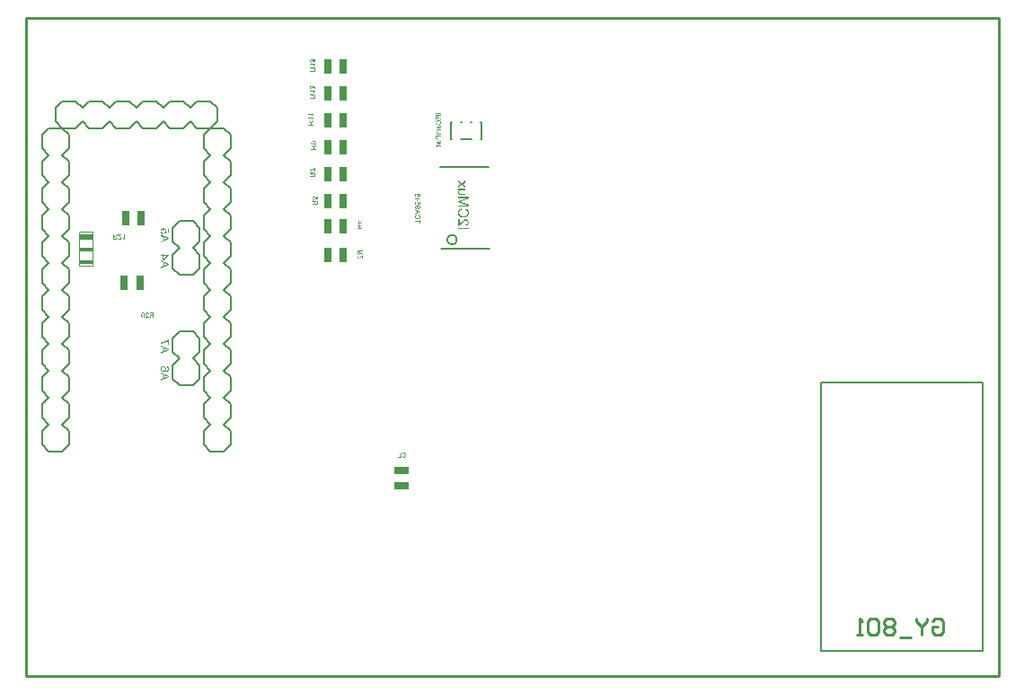
<source format=gbo>
%FSLAX24Y24*%
%MOIN*%
G70*
G01*
G75*
G04 Layer_Color=32896*
%ADD10R,0.0440X0.0560*%
%ADD11R,0.0220X0.0480*%
%ADD12R,0.0560X0.0440*%
%ADD13R,0.0520X0.0600*%
%ADD14R,0.0120X0.0570*%
%ADD15R,0.0400X0.0100*%
%ADD16C,0.0100*%
%ADD17C,0.0320*%
%ADD18R,0.0010X0.1293*%
%ADD19R,0.0010X0.0010*%
%ADD20R,0.0010X0.0170*%
%ADD21R,0.0010X0.0164*%
%ADD22R,0.0010X0.0163*%
%ADD23R,0.0010X0.0009*%
%ADD24R,0.0013X0.0010*%
%ADD25R,0.0013X0.0170*%
%ADD26R,0.0013X0.0164*%
%ADD27R,0.0013X0.0163*%
%ADD28R,0.0013X0.0009*%
%ADD29R,0.0009X0.0010*%
%ADD30R,0.0009X0.0170*%
%ADD31R,0.0009X0.0164*%
%ADD32R,0.0009X0.0163*%
%ADD33R,0.0009X0.0009*%
%ADD34R,0.0009X0.1293*%
G04:AMPARAMS|DCode=35|XSize=70mil|YSize=70mil|CornerRadius=0mil|HoleSize=0mil|Usage=FLASHONLY|Rotation=180.000|XOffset=0mil|YOffset=0mil|HoleType=Round|Shape=Octagon|*
%AMOCTAGOND35*
4,1,8,-0.0350,0.0175,-0.0350,-0.0175,-0.0175,-0.0350,0.0175,-0.0350,0.0350,-0.0175,0.0350,0.0175,0.0175,0.0350,-0.0175,0.0350,-0.0350,0.0175,0.0*
%
%ADD35OCTAGOND35*%

%ADD36C,0.0700*%
%ADD37C,0.0750*%
G04:AMPARAMS|DCode=38|XSize=75mil|YSize=75mil|CornerRadius=0mil|HoleSize=0mil|Usage=FLASHONLY|Rotation=0.000|XOffset=0mil|YOffset=0mil|HoleType=Round|Shape=Octagon|*
%AMOCTAGOND38*
4,1,8,0.0375,-0.0188,0.0375,0.0188,0.0188,0.0375,-0.0188,0.0375,-0.0375,0.0188,-0.0375,-0.0188,-0.0188,-0.0375,0.0188,-0.0375,0.0375,-0.0188,0.0*
%
%ADD38OCTAGOND38*%

G04:AMPARAMS|DCode=39|XSize=60mil|YSize=60mil|CornerRadius=0mil|HoleSize=0mil|Usage=FLASHONLY|Rotation=90.000|XOffset=0mil|YOffset=0mil|HoleType=Round|Shape=Octagon|*
%AMOCTAGOND39*
4,1,8,0.0150,0.0300,-0.0150,0.0300,-0.0300,0.0150,-0.0300,-0.0150,-0.0150,-0.0300,0.0150,-0.0300,0.0300,-0.0150,0.0300,0.0150,0.0150,0.0300,0.0*
%
%ADD39OCTAGOND39*%

%ADD40C,0.0600*%
G04:AMPARAMS|DCode=41|XSize=76mil|YSize=76mil|CornerRadius=0mil|HoleSize=0mil|Usage=FLASHONLY|Rotation=0.000|XOffset=0mil|YOffset=0mil|HoleType=Round|Shape=Octagon|*
%AMOCTAGOND41*
4,1,8,0.0380,-0.0190,0.0380,0.0190,0.0190,0.0380,-0.0190,0.0380,-0.0380,0.0190,-0.0380,-0.0190,-0.0190,-0.0380,0.0190,-0.0380,0.0380,-0.0190,0.0*
%
%ADD41OCTAGOND41*%

G04:AMPARAMS|DCode=42|XSize=66mil|YSize=66mil|CornerRadius=0mil|HoleSize=0mil|Usage=FLASHONLY|Rotation=270.000|XOffset=0mil|YOffset=0mil|HoleType=Round|Shape=Octagon|*
%AMOCTAGOND42*
4,1,8,-0.0165,-0.0330,0.0165,-0.0330,0.0330,-0.0165,0.0330,0.0165,0.0165,0.0330,-0.0165,0.0330,-0.0330,0.0165,-0.0330,-0.0165,-0.0165,-0.0330,0.0*
%
%ADD42OCTAGOND42*%

%ADD43C,0.0740*%
%ADD44C,0.0670*%
%ADD45C,0.0591*%
%ADD46R,0.0591X0.0591*%
%ADD47R,0.0591X0.0591*%
%ADD48C,0.0500*%
%ADD49R,0.0390X0.0120*%
%ADD50C,0.0180*%
%ADD51C,0.0270*%
%ADD52C,0.0060*%
%ADD53C,0.0040*%
%ADD54C,0.0080*%
%ADD55C,0.0050*%
%ADD56C,0.0079*%
%ADD57C,0.0034*%
%ADD58R,0.0260X0.0555*%
%ADD59R,0.0256X0.0555*%
%ADD60R,0.0555X0.0260*%
%ADD61R,0.0555X0.0256*%
%ADD62R,0.0200X0.0800*%
%ADD63R,0.0256X0.0555*%
%ADD64R,0.0555X0.0256*%
%ADD65R,0.0520X0.0640*%
%ADD66R,0.0300X0.0560*%
%ADD67R,0.0640X0.0520*%
%ADD68R,0.0600X0.0680*%
%ADD69R,0.0480X0.0180*%
G04:AMPARAMS|DCode=70|XSize=78mil|YSize=78mil|CornerRadius=0mil|HoleSize=0mil|Usage=FLASHONLY|Rotation=180.000|XOffset=0mil|YOffset=0mil|HoleType=Round|Shape=Octagon|*
%AMOCTAGOND70*
4,1,8,-0.0390,0.0195,-0.0390,-0.0195,-0.0195,-0.0390,0.0195,-0.0390,0.0390,-0.0195,0.0390,0.0195,0.0195,0.0390,-0.0195,0.0390,-0.0390,0.0195,0.0*
%
%ADD70OCTAGOND70*%

%ADD71C,0.0780*%
%ADD72C,0.0830*%
G04:AMPARAMS|DCode=73|XSize=83mil|YSize=83mil|CornerRadius=0mil|HoleSize=0mil|Usage=FLASHONLY|Rotation=0.000|XOffset=0mil|YOffset=0mil|HoleType=Round|Shape=Octagon|*
%AMOCTAGOND73*
4,1,8,0.0415,-0.0208,0.0415,0.0208,0.0208,0.0415,-0.0208,0.0415,-0.0415,0.0208,-0.0415,-0.0208,-0.0208,-0.0415,0.0208,-0.0415,0.0415,-0.0208,0.0*
%
%ADD73OCTAGOND73*%

G04:AMPARAMS|DCode=74|XSize=68mil|YSize=68mil|CornerRadius=0mil|HoleSize=0mil|Usage=FLASHONLY|Rotation=90.000|XOffset=0mil|YOffset=0mil|HoleType=Round|Shape=Octagon|*
%AMOCTAGOND74*
4,1,8,0.0170,0.0340,-0.0170,0.0340,-0.0340,0.0170,-0.0340,-0.0170,-0.0170,-0.0340,0.0170,-0.0340,0.0340,-0.0170,0.0340,0.0170,0.0170,0.0340,0.0*
%
%ADD74OCTAGOND74*%

%ADD75C,0.0680*%
G04:AMPARAMS|DCode=76|XSize=84mil|YSize=84mil|CornerRadius=0mil|HoleSize=0mil|Usage=FLASHONLY|Rotation=0.000|XOffset=0mil|YOffset=0mil|HoleType=Round|Shape=Octagon|*
%AMOCTAGOND76*
4,1,8,0.0420,-0.0210,0.0420,0.0210,0.0210,0.0420,-0.0210,0.0420,-0.0420,0.0210,-0.0420,-0.0210,-0.0210,-0.0420,0.0210,-0.0420,0.0420,-0.0210,0.0*
%
%ADD76OCTAGOND76*%

G04:AMPARAMS|DCode=77|XSize=74mil|YSize=74mil|CornerRadius=0mil|HoleSize=0mil|Usage=FLASHONLY|Rotation=270.000|XOffset=0mil|YOffset=0mil|HoleType=Round|Shape=Octagon|*
%AMOCTAGOND77*
4,1,8,-0.0185,-0.0370,0.0185,-0.0370,0.0370,-0.0185,0.0370,0.0185,0.0185,0.0370,-0.0185,0.0370,-0.0370,0.0185,-0.0370,-0.0185,-0.0185,-0.0370,0.0*
%
%ADD77OCTAGOND77*%

%ADD78C,0.0820*%
%ADD79C,0.0671*%
%ADD80R,0.0671X0.0671*%
%ADD81R,0.0671X0.0671*%
%ADD82C,0.0580*%
%ADD83R,0.0470X0.0200*%
G36*
X31552Y38886D02*
X31558Y38882D01*
X31562Y38879D01*
X31567Y38875D01*
X31570Y38872D01*
X31574Y38869D01*
X31576Y38867D01*
X31577Y38865D01*
X31577Y38865D01*
Y38865D01*
X31579Y38863D01*
X31581Y38860D01*
X31584Y38855D01*
X31586Y38853D01*
X31586Y38851D01*
X31587Y38850D01*
X31587Y38849D01*
X31588Y38854D01*
X31589Y38859D01*
X31590Y38863D01*
X31591Y38867D01*
X31593Y38871D01*
X31595Y38875D01*
X31596Y38878D01*
X31597Y38881D01*
X31599Y38883D01*
X31600Y38885D01*
X31602Y38886D01*
X31603Y38888D01*
X31604Y38889D01*
X31604Y38890D01*
X31605Y38890D01*
X31605Y38891D01*
X31608Y38893D01*
X31611Y38895D01*
X31614Y38897D01*
X31616Y38898D01*
X31622Y38900D01*
X31628Y38902D01*
X31632Y38903D01*
X31634Y38903D01*
X31636Y38904D01*
X31637Y38904D01*
X31639D01*
X31645Y38904D01*
X31651Y38902D01*
X31656Y38901D01*
X31660Y38900D01*
X31663Y38898D01*
X31666Y38897D01*
X31667Y38897D01*
X31668Y38896D01*
X31668Y38896D01*
X31669D01*
X31673Y38893D01*
X31677Y38889D01*
X31680Y38886D01*
X31683Y38882D01*
X31685Y38879D01*
X31686Y38877D01*
X31686Y38876D01*
X31687Y38875D01*
X31687Y38874D01*
Y38874D01*
X31688Y38872D01*
X31689Y38869D01*
X31690Y38863D01*
X31691Y38856D01*
X31692Y38850D01*
X31692Y38847D01*
X31692Y38844D01*
Y38842D01*
X31692Y38839D01*
Y38838D01*
Y38837D01*
Y38835D01*
Y38835D01*
Y38750D01*
X31500D01*
Y38775D01*
X31585D01*
Y38805D01*
Y38809D01*
X31585Y38811D01*
Y38814D01*
X31585Y38816D01*
X31584Y38817D01*
Y38818D01*
X31584Y38819D01*
Y38819D01*
X31583Y38823D01*
X31582Y38825D01*
X31581Y38827D01*
X31580Y38828D01*
X31579Y38830D01*
X31579Y38830D01*
X31579Y38830D01*
X31577Y38833D01*
X31576Y38835D01*
X31573Y38837D01*
X31571Y38839D01*
X31569Y38841D01*
X31567Y38842D01*
X31567Y38843D01*
X31566Y38844D01*
X31562Y38846D01*
X31558Y38849D01*
X31554Y38853D01*
X31549Y38856D01*
X31546Y38858D01*
X31544Y38859D01*
X31542Y38860D01*
X31542Y38861D01*
X31541Y38861D01*
X31540Y38862D01*
X31540D01*
X31500Y38887D01*
Y38919D01*
X31552Y38886D01*
D02*
G37*
G36*
X25457Y29793D02*
X25462Y29792D01*
X25467Y29792D01*
X25471Y29791D01*
X25475Y29790D01*
X25478Y29788D01*
X25482Y29787D01*
X25484Y29786D01*
X25487Y29785D01*
X25489Y29783D01*
X25491Y29782D01*
X25493Y29781D01*
X25494Y29780D01*
X25496Y29779D01*
X25496Y29779D01*
X25496Y29779D01*
X25499Y29776D01*
X25502Y29773D01*
X25504Y29770D01*
X25506Y29766D01*
X25508Y29763D01*
X25509Y29760D01*
X25512Y29753D01*
X25512Y29750D01*
X25513Y29747D01*
X25514Y29744D01*
X25514Y29742D01*
X25515Y29740D01*
Y29739D01*
X25515Y29738D01*
Y29738D01*
X25491Y29735D01*
X25490Y29741D01*
X25489Y29747D01*
X25487Y29752D01*
X25485Y29756D01*
X25484Y29759D01*
X25482Y29762D01*
X25481Y29763D01*
X25480Y29763D01*
X25476Y29767D01*
X25472Y29769D01*
X25467Y29771D01*
X25463Y29772D01*
X25459Y29773D01*
X25457Y29773D01*
X25456D01*
X25455Y29773D01*
X25453D01*
X25447Y29773D01*
X25442Y29772D01*
X25438Y29771D01*
X25434Y29769D01*
X25431Y29767D01*
X25429Y29765D01*
X25427Y29764D01*
X25427Y29764D01*
X25423Y29760D01*
X25421Y29756D01*
X25419Y29752D01*
X25418Y29748D01*
X25417Y29745D01*
X25417Y29743D01*
X25417Y29741D01*
Y29741D01*
Y29741D01*
Y29740D01*
Y29738D01*
X25417Y29735D01*
X25418Y29730D01*
X25420Y29725D01*
X25422Y29721D01*
X25424Y29717D01*
X25425Y29716D01*
X25426Y29714D01*
X25427Y29713D01*
X25427Y29713D01*
X25427Y29712D01*
X25428Y29712D01*
X25430Y29709D01*
X25433Y29706D01*
X25436Y29702D01*
X25439Y29699D01*
X25446Y29692D01*
X25453Y29686D01*
X25456Y29683D01*
X25459Y29680D01*
X25463Y29678D01*
X25465Y29675D01*
X25467Y29674D01*
X25469Y29672D01*
X25470Y29671D01*
X25470Y29671D01*
X25477Y29665D01*
X25484Y29660D01*
X25489Y29655D01*
X25493Y29650D01*
X25496Y29647D01*
X25499Y29644D01*
X25500Y29643D01*
X25501Y29642D01*
X25501Y29642D01*
X25501Y29642D01*
X25505Y29637D01*
X25508Y29632D01*
X25510Y29628D01*
X25513Y29624D01*
X25515Y29621D01*
X25515Y29618D01*
X25516Y29618D01*
X25516Y29617D01*
X25517Y29616D01*
Y29616D01*
X25517Y29613D01*
X25518Y29611D01*
X25519Y29608D01*
X25519Y29605D01*
X25519Y29603D01*
Y29602D01*
Y29601D01*
Y29600D01*
X25392D01*
Y29623D01*
X25487D01*
X25483Y29627D01*
X25482Y29629D01*
X25480Y29631D01*
X25478Y29633D01*
X25477Y29634D01*
X25477Y29635D01*
X25477Y29635D01*
X25475Y29636D01*
X25473Y29638D01*
X25472Y29640D01*
X25470Y29642D01*
X25465Y29646D01*
X25461Y29650D01*
X25456Y29653D01*
X25454Y29655D01*
X25453Y29657D01*
X25451Y29658D01*
X25450Y29659D01*
X25450Y29659D01*
X25449Y29660D01*
X25445Y29664D01*
X25440Y29667D01*
X25436Y29671D01*
X25433Y29674D01*
X25429Y29677D01*
X25426Y29680D01*
X25424Y29682D01*
X25422Y29685D01*
X25419Y29687D01*
X25417Y29688D01*
X25416Y29690D01*
X25415Y29691D01*
X25414Y29692D01*
X25413Y29693D01*
X25413Y29693D01*
Y29693D01*
X25409Y29698D01*
X25406Y29702D01*
X25403Y29706D01*
X25401Y29710D01*
X25399Y29713D01*
X25398Y29715D01*
X25397Y29716D01*
X25397Y29717D01*
X25396Y29721D01*
X25394Y29725D01*
X25394Y29729D01*
X25393Y29732D01*
X25392Y29735D01*
X25392Y29738D01*
Y29739D01*
Y29739D01*
X25392Y29744D01*
X25393Y29748D01*
X25394Y29752D01*
X25395Y29755D01*
X25398Y29762D01*
X25399Y29764D01*
X25400Y29767D01*
X25402Y29769D01*
X25403Y29771D01*
X25405Y29773D01*
X25406Y29775D01*
X25407Y29776D01*
X25408Y29777D01*
X25408Y29777D01*
X25408Y29778D01*
X25412Y29780D01*
X25415Y29783D01*
X25419Y29785D01*
X25422Y29787D01*
X25426Y29788D01*
X25429Y29789D01*
X25436Y29791D01*
X25440Y29792D01*
X25443Y29792D01*
X25445Y29792D01*
X25448Y29793D01*
X25450Y29793D01*
X25452D01*
X25457Y29793D01*
D02*
G37*
G36*
X31570Y39211D02*
X31575Y39210D01*
X31579Y39209D01*
X31584Y39208D01*
X31588Y39207D01*
X31591Y39205D01*
X31595Y39204D01*
X31598Y39202D01*
X31600Y39200D01*
X31603Y39199D01*
X31605Y39197D01*
X31607Y39196D01*
X31608Y39195D01*
X31609Y39194D01*
X31610Y39193D01*
X31610Y39193D01*
X31613Y39190D01*
X31616Y39186D01*
X31618Y39183D01*
X31620Y39179D01*
X31622Y39176D01*
X31623Y39172D01*
X31625Y39169D01*
X31625Y39166D01*
X31626Y39162D01*
X31627Y39160D01*
X31627Y39157D01*
X31627Y39155D01*
X31628Y39153D01*
Y39152D01*
Y39151D01*
Y39151D01*
X31627Y39148D01*
X31627Y39144D01*
X31625Y39137D01*
X31624Y39131D01*
X31621Y39126D01*
X31620Y39123D01*
X31619Y39121D01*
X31618Y39119D01*
X31617Y39118D01*
X31616Y39116D01*
X31616Y39116D01*
X31616Y39115D01*
X31615Y39115D01*
X31667Y39125D01*
Y39202D01*
X31690D01*
Y39106D01*
X31591Y39088D01*
X31588Y39110D01*
X31591Y39112D01*
X31593Y39114D01*
X31596Y39117D01*
X31597Y39119D01*
X31599Y39121D01*
X31600Y39123D01*
X31601Y39123D01*
X31601Y39124D01*
X31603Y39128D01*
X31604Y39131D01*
X31606Y39135D01*
X31606Y39138D01*
X31607Y39141D01*
X31607Y39143D01*
Y39144D01*
Y39145D01*
Y39148D01*
X31606Y39151D01*
X31605Y39157D01*
X31603Y39162D01*
X31601Y39167D01*
X31599Y39170D01*
X31597Y39172D01*
X31596Y39173D01*
X31595Y39174D01*
X31595Y39174D01*
X31595D01*
X31593Y39176D01*
X31590Y39178D01*
X31585Y39181D01*
X31580Y39183D01*
X31574Y39184D01*
X31570Y39185D01*
X31568Y39186D01*
X31566D01*
X31565Y39186D01*
X31559D01*
X31556Y39185D01*
X31549Y39184D01*
X31543Y39182D01*
X31538Y39180D01*
X31536Y39179D01*
X31534Y39178D01*
X31532Y39177D01*
X31531Y39176D01*
X31530Y39175D01*
X31530Y39174D01*
X31529Y39174D01*
X31529Y39174D01*
X31527Y39172D01*
X31525Y39169D01*
X31523Y39167D01*
X31522Y39165D01*
X31519Y39160D01*
X31518Y39155D01*
X31517Y39151D01*
X31517Y39149D01*
X31516Y39148D01*
X31516Y39147D01*
Y39146D01*
Y39145D01*
Y39145D01*
X31517Y39140D01*
X31518Y39135D01*
X31519Y39131D01*
X31521Y39128D01*
X31522Y39125D01*
X31524Y39123D01*
X31525Y39121D01*
X31525Y39121D01*
X31529Y39118D01*
X31533Y39115D01*
X31537Y39113D01*
X31542Y39111D01*
X31546Y39110D01*
X31548Y39109D01*
X31549Y39109D01*
X31550Y39109D01*
X31551D01*
X31552Y39108D01*
X31552D01*
X31550Y39083D01*
X31546Y39084D01*
X31542Y39085D01*
X31538Y39086D01*
X31534Y39088D01*
X31530Y39089D01*
X31527Y39090D01*
X31524Y39092D01*
X31522Y39094D01*
X31519Y39095D01*
X31517Y39097D01*
X31516Y39098D01*
X31514Y39100D01*
X31513Y39101D01*
X31512Y39102D01*
X31511Y39102D01*
X31511Y39102D01*
X31509Y39106D01*
X31507Y39109D01*
X31504Y39112D01*
X31503Y39116D01*
X31502Y39120D01*
X31500Y39123D01*
X31498Y39130D01*
X31498Y39133D01*
X31497Y39136D01*
X31497Y39139D01*
X31497Y39141D01*
X31497Y39142D01*
Y39144D01*
Y39145D01*
Y39145D01*
X31497Y39151D01*
X31498Y39156D01*
X31499Y39162D01*
X31500Y39167D01*
X31502Y39171D01*
X31504Y39175D01*
X31506Y39179D01*
X31509Y39182D01*
X31511Y39185D01*
X31513Y39188D01*
X31514Y39190D01*
X31516Y39192D01*
X31518Y39193D01*
X31519Y39195D01*
X31520Y39195D01*
X31520Y39195D01*
X31524Y39198D01*
X31528Y39200D01*
X31531Y39202D01*
X31535Y39204D01*
X31539Y39206D01*
X31542Y39207D01*
X31550Y39209D01*
X31553Y39209D01*
X31556Y39210D01*
X31558Y39210D01*
X31561Y39211D01*
X31562Y39211D01*
X31565D01*
X31570Y39211D01*
D02*
G37*
G36*
X31693Y39008D02*
X31688Y39005D01*
X31684Y39002D01*
X31679Y38998D01*
X31676Y38995D01*
X31672Y38992D01*
X31669Y38989D01*
X31669Y38988D01*
X31668Y38988D01*
X31667Y38987D01*
X31667Y38987D01*
X31662Y38981D01*
X31658Y38975D01*
X31654Y38969D01*
X31651Y38964D01*
X31648Y38959D01*
X31647Y38957D01*
X31646Y38956D01*
X31646Y38954D01*
X31645Y38953D01*
X31645Y38953D01*
Y38952D01*
X31622D01*
X31623Y38956D01*
X31625Y38961D01*
X31628Y38965D01*
X31630Y38969D01*
X31631Y38972D01*
X31633Y38975D01*
X31633Y38976D01*
X31634Y38977D01*
X31634Y38977D01*
Y38977D01*
X31637Y38982D01*
X31640Y38986D01*
X31643Y38990D01*
X31645Y38993D01*
X31647Y38996D01*
X31649Y38998D01*
X31650Y38999D01*
X31650Y39000D01*
X31500D01*
Y39023D01*
X31693D01*
Y39008D01*
D02*
G37*
G36*
X24330Y32648D02*
X24326Y32643D01*
X24322Y32638D01*
X24319Y32633D01*
X24315Y32629D01*
X24312Y32627D01*
X24310Y32624D01*
X24309Y32623D01*
X24309Y32622D01*
X24308D01*
X24306Y32621D01*
X24304Y32619D01*
X24299Y32616D01*
X24297Y32615D01*
X24295Y32613D01*
X24294Y32613D01*
X24293Y32613D01*
X24298Y32612D01*
X24303Y32611D01*
X24307Y32610D01*
X24311Y32608D01*
X24315Y32607D01*
X24318Y32606D01*
X24321Y32604D01*
X24324Y32603D01*
X24326Y32601D01*
X24328Y32599D01*
X24330Y32598D01*
X24332Y32597D01*
X24333Y32596D01*
X24334Y32596D01*
X24334Y32595D01*
X24334Y32595D01*
X24336Y32592D01*
X24339Y32589D01*
X24340Y32587D01*
X24342Y32584D01*
X24344Y32578D01*
X24346Y32573D01*
X24347Y32568D01*
X24347Y32566D01*
X24347Y32564D01*
X24347Y32562D01*
Y32562D01*
Y32561D01*
Y32561D01*
X24347Y32555D01*
X24346Y32549D01*
X24345Y32544D01*
X24343Y32540D01*
X24342Y32536D01*
X24341Y32534D01*
X24340Y32533D01*
X24340Y32532D01*
X24339Y32532D01*
Y32531D01*
X24336Y32527D01*
X24333Y32523D01*
X24329Y32520D01*
X24326Y32517D01*
X24323Y32515D01*
X24320Y32514D01*
X24319Y32513D01*
X24318Y32513D01*
X24318Y32513D01*
X24318D01*
X24315Y32512D01*
X24312Y32511D01*
X24306Y32510D01*
X24300Y32509D01*
X24293Y32508D01*
X24290Y32508D01*
X24288Y32508D01*
X24285D01*
X24283Y32508D01*
X24194D01*
Y32700D01*
X24219D01*
Y32615D01*
X24252D01*
X24255Y32615D01*
X24257D01*
X24259Y32615D01*
X24261Y32615D01*
X24262D01*
X24262Y32616D01*
X24263D01*
X24267Y32617D01*
X24269Y32618D01*
X24271Y32619D01*
X24272Y32620D01*
X24273Y32620D01*
X24274Y32621D01*
X24274Y32621D01*
X24276Y32623D01*
X24279Y32624D01*
X24281Y32627D01*
X24283Y32629D01*
X24285Y32631D01*
X24286Y32633D01*
X24287Y32634D01*
X24287Y32634D01*
X24290Y32638D01*
X24293Y32642D01*
X24296Y32646D01*
X24299Y32650D01*
X24302Y32654D01*
X24303Y32656D01*
X24304Y32657D01*
X24305Y32659D01*
X24305Y32659D01*
X24306Y32660D01*
Y32660D01*
X24331Y32700D01*
X24363D01*
X24330Y32648D01*
D02*
G37*
G36*
X24616Y32507D02*
X24601D01*
X24598Y32512D01*
X24595Y32516D01*
X24591Y32521D01*
X24588Y32524D01*
X24585Y32528D01*
X24582Y32531D01*
X24581Y32531D01*
X24580Y32532D01*
X24580Y32532D01*
X24580Y32533D01*
X24574Y32538D01*
X24568Y32542D01*
X24562Y32546D01*
X24557Y32549D01*
X24552Y32552D01*
X24550Y32553D01*
X24548Y32554D01*
X24547Y32554D01*
X24546Y32555D01*
X24545Y32555D01*
X24545D01*
Y32578D01*
X24549Y32576D01*
X24554Y32575D01*
X24558Y32573D01*
X24562Y32571D01*
X24565Y32569D01*
X24568Y32567D01*
X24569Y32567D01*
X24569Y32566D01*
X24570Y32566D01*
X24570D01*
X24575Y32563D01*
X24579Y32560D01*
X24583Y32557D01*
X24586Y32555D01*
X24589Y32553D01*
X24591Y32551D01*
X24592Y32550D01*
X24592Y32550D01*
Y32700D01*
X24616D01*
Y32507D01*
D02*
G37*
G36*
X25700Y29600D02*
X25675D01*
Y29685D01*
X25642D01*
X25639Y29685D01*
X25636D01*
X25634Y29685D01*
X25633Y29685D01*
X25632D01*
X25631Y29684D01*
X25631D01*
X25627Y29683D01*
X25625Y29682D01*
X25623Y29681D01*
X25622Y29680D01*
X25621Y29680D01*
X25620Y29679D01*
X25619Y29679D01*
X25617Y29677D01*
X25615Y29676D01*
X25613Y29673D01*
X25611Y29671D01*
X25609Y29669D01*
X25608Y29667D01*
X25607Y29667D01*
X25607Y29666D01*
X25603Y29662D01*
X25601Y29658D01*
X25598Y29654D01*
X25594Y29650D01*
X25592Y29646D01*
X25591Y29644D01*
X25590Y29643D01*
X25589Y29641D01*
X25589Y29641D01*
X25588Y29640D01*
Y29640D01*
X25563Y29600D01*
X25531D01*
X25564Y29652D01*
X25568Y29657D01*
X25571Y29662D01*
X25575Y29667D01*
X25578Y29671D01*
X25581Y29674D01*
X25583Y29676D01*
X25585Y29677D01*
X25585Y29678D01*
X25585D01*
X25587Y29679D01*
X25590Y29681D01*
X25595Y29684D01*
X25597Y29685D01*
X25599Y29687D01*
X25600Y29687D01*
X25601Y29687D01*
X25596Y29688D01*
X25591Y29689D01*
X25587Y29690D01*
X25582Y29692D01*
X25579Y29693D01*
X25575Y29694D01*
X25572Y29696D01*
X25570Y29697D01*
X25567Y29699D01*
X25565Y29701D01*
X25563Y29702D01*
X25562Y29703D01*
X25561Y29704D01*
X25560Y29704D01*
X25560Y29705D01*
X25559Y29705D01*
X25557Y29708D01*
X25555Y29711D01*
X25553Y29713D01*
X25552Y29716D01*
X25549Y29722D01*
X25548Y29727D01*
X25547Y29732D01*
X25547Y29734D01*
X25547Y29736D01*
X25546Y29738D01*
Y29739D01*
Y29739D01*
Y29739D01*
X25547Y29745D01*
X25547Y29751D01*
X25549Y29756D01*
X25550Y29760D01*
X25552Y29764D01*
X25553Y29766D01*
X25554Y29767D01*
X25554Y29768D01*
X25554Y29768D01*
Y29769D01*
X25557Y29773D01*
X25561Y29777D01*
X25564Y29780D01*
X25568Y29783D01*
X25571Y29785D01*
X25573Y29786D01*
X25575Y29787D01*
X25575Y29787D01*
X25575Y29787D01*
X25576D01*
X25578Y29788D01*
X25581Y29789D01*
X25587Y29790D01*
X25594Y29791D01*
X25600Y29792D01*
X25603Y29792D01*
X25606Y29792D01*
X25608D01*
X25610Y29792D01*
X25700D01*
Y29600D01*
D02*
G37*
G36*
X25312Y29792D02*
X25318Y29791D01*
X25324Y29790D01*
X25329Y29787D01*
X25331Y29786D01*
X25333Y29785D01*
X25335Y29784D01*
X25336Y29783D01*
X25337Y29783D01*
X25338Y29782D01*
X25338Y29782D01*
X25339Y29782D01*
X25343Y29777D01*
X25348Y29772D01*
X25351Y29766D01*
X25354Y29762D01*
X25357Y29757D01*
X25357Y29755D01*
X25358Y29753D01*
X25359Y29752D01*
X25359Y29750D01*
X25359Y29750D01*
Y29750D01*
X25361Y29746D01*
X25362Y29741D01*
X25364Y29732D01*
X25365Y29723D01*
X25366Y29714D01*
X25366Y29710D01*
Y29706D01*
X25366Y29703D01*
X25366Y29701D01*
Y29698D01*
Y29696D01*
Y29695D01*
Y29695D01*
X25366Y29685D01*
X25366Y29676D01*
X25365Y29667D01*
X25364Y29660D01*
X25362Y29653D01*
X25361Y29646D01*
X25359Y29641D01*
X25357Y29635D01*
X25355Y29631D01*
X25354Y29627D01*
X25352Y29624D01*
X25351Y29621D01*
X25350Y29619D01*
X25348Y29618D01*
X25348Y29617D01*
X25348Y29616D01*
X25345Y29613D01*
X25341Y29610D01*
X25338Y29607D01*
X25334Y29605D01*
X25331Y29603D01*
X25327Y29602D01*
X25323Y29600D01*
X25320Y29599D01*
X25317Y29599D01*
X25313Y29598D01*
X25311Y29597D01*
X25308Y29597D01*
X25307D01*
X25305Y29597D01*
X25304D01*
X25300Y29597D01*
X25296Y29597D01*
X25290Y29599D01*
X25284Y29600D01*
X25279Y29602D01*
X25277Y29604D01*
X25275Y29604D01*
X25273Y29606D01*
X25272Y29606D01*
X25271Y29607D01*
X25270Y29608D01*
X25269Y29608D01*
X25269D01*
X25264Y29613D01*
X25260Y29618D01*
X25257Y29623D01*
X25254Y29628D01*
X25251Y29633D01*
X25250Y29635D01*
X25250Y29636D01*
X25249Y29638D01*
X25248Y29639D01*
X25248Y29640D01*
Y29640D01*
X25247Y29644D01*
X25246Y29648D01*
X25244Y29657D01*
X25243Y29667D01*
X25242Y29675D01*
X25242Y29679D01*
X25241Y29683D01*
Y29686D01*
X25241Y29689D01*
Y29692D01*
Y29693D01*
Y29694D01*
Y29695D01*
Y29700D01*
X25241Y29705D01*
X25242Y29709D01*
X25242Y29714D01*
X25242Y29718D01*
X25243Y29722D01*
X25243Y29725D01*
X25243Y29728D01*
X25244Y29731D01*
X25244Y29733D01*
X25245Y29735D01*
X25245Y29737D01*
X25245Y29738D01*
X25245Y29739D01*
X25246Y29740D01*
Y29740D01*
X25247Y29746D01*
X25249Y29752D01*
X25251Y29757D01*
X25253Y29761D01*
X25255Y29764D01*
X25256Y29767D01*
X25257Y29767D01*
X25257Y29768D01*
X25257Y29769D01*
Y29769D01*
X25261Y29773D01*
X25264Y29776D01*
X25267Y29780D01*
X25270Y29782D01*
X25273Y29784D01*
X25275Y29785D01*
X25276Y29787D01*
X25277Y29787D01*
X25277D01*
X25281Y29789D01*
X25286Y29790D01*
X25291Y29792D01*
X25295Y29792D01*
X25299Y29793D01*
X25300D01*
X25301Y29793D01*
X25308D01*
X25312Y29792D01*
D02*
G37*
G36*
X31637Y37157D02*
X31632Y37154D01*
X31627Y37151D01*
X31623Y37148D01*
X31619Y37144D01*
X31616Y37141D01*
X31613Y37139D01*
X31612Y37137D01*
X31611Y37137D01*
X31611Y37136D01*
X31611Y37136D01*
X31606Y37130D01*
X31602Y37125D01*
X31598Y37118D01*
X31595Y37113D01*
X31592Y37109D01*
X31591Y37106D01*
X31590Y37105D01*
X31589Y37104D01*
X31589Y37102D01*
X31588Y37102D01*
Y37102D01*
X31565D01*
X31567Y37106D01*
X31569Y37110D01*
X31571Y37114D01*
X31573Y37118D01*
X31575Y37121D01*
X31576Y37124D01*
X31577Y37125D01*
X31577Y37126D01*
X31578Y37126D01*
Y37126D01*
X31581Y37131D01*
X31584Y37136D01*
X31586Y37139D01*
X31589Y37143D01*
X31591Y37145D01*
X31593Y37147D01*
X31594Y37148D01*
X31594Y37149D01*
X31444D01*
Y37172D01*
X31637D01*
Y37157D01*
D02*
G37*
G36*
Y37008D02*
X31632Y37005D01*
X31627Y37002D01*
X31623Y36998D01*
X31619Y36995D01*
X31616Y36992D01*
X31613Y36989D01*
X31612Y36988D01*
X31611Y36988D01*
X31611Y36987D01*
X31611Y36987D01*
X31606Y36981D01*
X31602Y36975D01*
X31598Y36969D01*
X31595Y36964D01*
X31592Y36959D01*
X31591Y36957D01*
X31590Y36955D01*
X31589Y36954D01*
X31589Y36953D01*
X31588Y36953D01*
Y36952D01*
X31565D01*
X31567Y36957D01*
X31569Y36961D01*
X31571Y36965D01*
X31573Y36969D01*
X31575Y36972D01*
X31576Y36975D01*
X31577Y36976D01*
X31577Y36976D01*
X31578Y36977D01*
Y36977D01*
X31581Y36982D01*
X31584Y36986D01*
X31586Y36990D01*
X31589Y36994D01*
X31591Y36996D01*
X31593Y36998D01*
X31594Y36999D01*
X31594Y36999D01*
X31444D01*
Y37023D01*
X31637D01*
Y37008D01*
D02*
G37*
G36*
X31656Y36160D02*
X31662Y36160D01*
X31667Y36159D01*
X31672Y36158D01*
X31676Y36158D01*
X31680Y36157D01*
X31684Y36156D01*
X31687Y36156D01*
X31690Y36155D01*
X31692Y36154D01*
X31694Y36154D01*
X31696Y36153D01*
X31697Y36153D01*
X31697Y36152D01*
X31698D01*
X31704Y36149D01*
X31710Y36145D01*
X31715Y36141D01*
X31719Y36137D01*
X31722Y36134D01*
X31725Y36131D01*
X31725Y36130D01*
X31726Y36130D01*
X31726Y36129D01*
Y36129D01*
X31730Y36123D01*
X31732Y36117D01*
X31734Y36111D01*
X31735Y36106D01*
X31736Y36101D01*
X31736Y36099D01*
Y36098D01*
X31737Y36096D01*
Y36095D01*
Y36095D01*
Y36095D01*
X31736Y36090D01*
X31736Y36085D01*
X31735Y36081D01*
X31734Y36077D01*
X31732Y36073D01*
X31731Y36070D01*
X31729Y36066D01*
X31728Y36063D01*
X31726Y36061D01*
X31724Y36058D01*
X31723Y36056D01*
X31721Y36054D01*
X31720Y36053D01*
X31719Y36052D01*
X31719Y36051D01*
X31719Y36051D01*
X31715Y36048D01*
X31712Y36046D01*
X31708Y36044D01*
X31704Y36042D01*
X31700Y36040D01*
X31696Y36038D01*
X31688Y36037D01*
X31685Y36036D01*
X31682Y36035D01*
X31679Y36035D01*
X31676Y36035D01*
X31674Y36034D01*
X31672D01*
X31666Y36035D01*
X31662Y36035D01*
X31657Y36036D01*
X31653Y36037D01*
X31649Y36038D01*
X31645Y36040D01*
X31641Y36041D01*
X31638Y36042D01*
X31636Y36044D01*
X31633Y36045D01*
X31631Y36047D01*
X31629Y36048D01*
X31628Y36049D01*
X31627Y36050D01*
X31626Y36051D01*
X31626Y36051D01*
X31623Y36054D01*
X31620Y36057D01*
X31618Y36061D01*
X31616Y36064D01*
X31614Y36068D01*
X31613Y36071D01*
X31612Y36074D01*
X31611Y36077D01*
X31610Y36080D01*
X31610Y36082D01*
X31609Y36085D01*
X31609Y36087D01*
X31609Y36089D01*
Y36090D01*
Y36091D01*
Y36091D01*
X31609Y36096D01*
X31610Y36101D01*
X31611Y36106D01*
X31612Y36109D01*
X31614Y36113D01*
X31615Y36115D01*
X31615Y36116D01*
X31616Y36117D01*
X31616Y36117D01*
Y36117D01*
X31619Y36122D01*
X31622Y36126D01*
X31625Y36129D01*
X31628Y36132D01*
X31630Y36134D01*
X31632Y36136D01*
X31634Y36137D01*
X31634Y36137D01*
X31629D01*
X31624Y36137D01*
X31619Y36137D01*
X31614Y36136D01*
X31609Y36135D01*
X31606Y36135D01*
X31604Y36134D01*
X31603Y36134D01*
X31602Y36134D01*
X31601D01*
X31601Y36133D01*
X31600D01*
X31595Y36132D01*
X31591Y36131D01*
X31587Y36129D01*
X31584Y36128D01*
X31581Y36126D01*
X31579Y36126D01*
X31578Y36125D01*
X31578Y36125D01*
X31575Y36123D01*
X31572Y36121D01*
X31570Y36118D01*
X31568Y36116D01*
X31567Y36114D01*
X31566Y36113D01*
X31565Y36112D01*
X31565Y36111D01*
X31563Y36108D01*
X31562Y36105D01*
X31561Y36102D01*
X31560Y36099D01*
X31560Y36096D01*
X31560Y36094D01*
Y36093D01*
Y36093D01*
Y36092D01*
X31560Y36088D01*
X31561Y36084D01*
X31562Y36080D01*
X31563Y36077D01*
X31565Y36075D01*
X31566Y36073D01*
X31567Y36072D01*
X31567Y36071D01*
X31570Y36068D01*
X31573Y36066D01*
X31577Y36064D01*
X31581Y36063D01*
X31584Y36062D01*
X31587Y36061D01*
X31588Y36061D01*
X31589D01*
X31590Y36061D01*
X31590D01*
X31588Y36038D01*
X31584Y36038D01*
X31580Y36039D01*
X31576Y36040D01*
X31573Y36042D01*
X31570Y36043D01*
X31567Y36044D01*
X31564Y36046D01*
X31562Y36047D01*
X31560Y36049D01*
X31558Y36050D01*
X31556Y36051D01*
X31555Y36052D01*
X31554Y36054D01*
X31553Y36054D01*
X31553Y36054D01*
X31553Y36055D01*
X31551Y36058D01*
X31549Y36061D01*
X31547Y36063D01*
X31546Y36067D01*
X31543Y36073D01*
X31542Y36079D01*
X31541Y36081D01*
X31541Y36084D01*
X31541Y36086D01*
X31541Y36088D01*
X31540Y36089D01*
Y36091D01*
Y36091D01*
Y36091D01*
X31541Y36095D01*
X31541Y36099D01*
X31542Y36106D01*
X31544Y36112D01*
X31546Y36118D01*
X31547Y36120D01*
X31548Y36123D01*
X31549Y36124D01*
X31550Y36126D01*
X31551Y36127D01*
X31551Y36128D01*
X31552Y36128D01*
Y36128D01*
X31556Y36134D01*
X31562Y36139D01*
X31567Y36143D01*
X31573Y36147D01*
X31577Y36149D01*
X31579Y36150D01*
X31581Y36151D01*
X31583Y36152D01*
X31584Y36152D01*
X31585Y36153D01*
X31585D01*
X31589Y36154D01*
X31594Y36155D01*
X31603Y36157D01*
X31613Y36158D01*
X31618Y36159D01*
X31622Y36160D01*
X31627Y36160D01*
X31631Y36160D01*
X31634Y36160D01*
X31638Y36161D01*
X31650D01*
X31656Y36160D01*
D02*
G37*
G36*
X31596Y35986D02*
X31601Y35982D01*
X31606Y35979D01*
X31611Y35975D01*
X31614Y35972D01*
X31617Y35969D01*
X31619Y35967D01*
X31621Y35965D01*
X31621Y35965D01*
Y35965D01*
X31623Y35963D01*
X31625Y35960D01*
X31628Y35955D01*
X31629Y35953D01*
X31630Y35951D01*
X31631Y35950D01*
X31631Y35949D01*
X31632Y35954D01*
X31633Y35959D01*
X31634Y35963D01*
X31635Y35968D01*
X31637Y35971D01*
X31638Y35975D01*
X31640Y35978D01*
X31641Y35981D01*
X31643Y35983D01*
X31644Y35985D01*
X31645Y35986D01*
X31646Y35988D01*
X31647Y35989D01*
X31648Y35990D01*
X31648Y35990D01*
X31649Y35991D01*
X31651Y35993D01*
X31654Y35995D01*
X31657Y35997D01*
X31660Y35998D01*
X31666Y36000D01*
X31671Y36002D01*
X31676Y36003D01*
X31678Y36003D01*
X31680Y36003D01*
X31681Y36004D01*
X31683D01*
X31689Y36003D01*
X31694Y36003D01*
X31699Y36001D01*
X31704Y36000D01*
X31707Y35998D01*
X31710Y35997D01*
X31711Y35996D01*
X31712Y35996D01*
X31712Y35996D01*
X31712D01*
X31717Y35993D01*
X31721Y35989D01*
X31724Y35986D01*
X31726Y35982D01*
X31728Y35979D01*
X31730Y35977D01*
X31730Y35975D01*
X31730Y35975D01*
X31731Y35975D01*
Y35974D01*
X31732Y35972D01*
X31732Y35969D01*
X31734Y35963D01*
X31735Y35956D01*
X31735Y35950D01*
X31735Y35947D01*
X31736Y35944D01*
Y35942D01*
X31736Y35940D01*
Y35938D01*
Y35937D01*
Y35935D01*
Y35935D01*
Y35850D01*
X31544D01*
Y35875D01*
X31629D01*
Y35905D01*
Y35909D01*
X31629Y35911D01*
Y35914D01*
X31628Y35916D01*
X31628Y35917D01*
Y35918D01*
X31628Y35919D01*
Y35919D01*
X31626Y35923D01*
X31626Y35925D01*
X31625Y35927D01*
X31624Y35928D01*
X31623Y35930D01*
X31623Y35930D01*
X31623Y35931D01*
X31621Y35933D01*
X31619Y35935D01*
X31617Y35937D01*
X31615Y35939D01*
X31613Y35941D01*
X31611Y35942D01*
X31610Y35943D01*
X31610Y35944D01*
X31606Y35947D01*
X31602Y35949D01*
X31597Y35952D01*
X31593Y35956D01*
X31589Y35958D01*
X31588Y35959D01*
X31586Y35960D01*
X31585Y35961D01*
X31584Y35961D01*
X31584Y35962D01*
X31583D01*
X31544Y35987D01*
Y36019D01*
X31596Y35986D01*
D02*
G37*
G36*
X31693Y38008D02*
X31688Y38005D01*
X31684Y38002D01*
X31679Y37998D01*
X31676Y37995D01*
X31672Y37992D01*
X31669Y37989D01*
X31669Y37988D01*
X31668Y37987D01*
X31667Y37987D01*
X31667Y37987D01*
X31662Y37981D01*
X31658Y37975D01*
X31654Y37969D01*
X31651Y37964D01*
X31648Y37959D01*
X31647Y37957D01*
X31646Y37956D01*
X31646Y37954D01*
X31645Y37953D01*
X31645Y37952D01*
Y37952D01*
X31622D01*
X31623Y37957D01*
X31625Y37961D01*
X31628Y37965D01*
X31630Y37969D01*
X31631Y37972D01*
X31633Y37975D01*
X31633Y37976D01*
X31634Y37977D01*
X31634Y37977D01*
Y37977D01*
X31637Y37982D01*
X31640Y37986D01*
X31643Y37990D01*
X31645Y37994D01*
X31647Y37996D01*
X31649Y37998D01*
X31650Y37999D01*
X31650Y37999D01*
X31500D01*
Y38023D01*
X31693D01*
Y38008D01*
D02*
G37*
G36*
X31552Y37886D02*
X31558Y37882D01*
X31562Y37878D01*
X31567Y37875D01*
X31570Y37872D01*
X31574Y37869D01*
X31576Y37867D01*
X31577Y37865D01*
X31577Y37865D01*
Y37865D01*
X31579Y37863D01*
X31581Y37860D01*
X31584Y37855D01*
X31586Y37853D01*
X31586Y37851D01*
X31587Y37850D01*
X31587Y37850D01*
X31588Y37854D01*
X31589Y37859D01*
X31590Y37864D01*
X31591Y37868D01*
X31593Y37871D01*
X31595Y37875D01*
X31596Y37878D01*
X31597Y37880D01*
X31599Y37883D01*
X31600Y37885D01*
X31602Y37887D01*
X31603Y37888D01*
X31604Y37889D01*
X31604Y37890D01*
X31605Y37890D01*
X31605Y37891D01*
X31608Y37893D01*
X31611Y37895D01*
X31614Y37897D01*
X31616Y37898D01*
X31622Y37901D01*
X31628Y37902D01*
X31632Y37903D01*
X31634Y37903D01*
X31636Y37903D01*
X31637Y37904D01*
X31639D01*
X31645Y37903D01*
X31651Y37903D01*
X31656Y37901D01*
X31660Y37900D01*
X31663Y37898D01*
X31666Y37897D01*
X31667Y37896D01*
X31668Y37896D01*
X31668Y37896D01*
X31669D01*
X31673Y37892D01*
X31677Y37889D01*
X31680Y37885D01*
X31683Y37882D01*
X31685Y37879D01*
X31686Y37877D01*
X31686Y37875D01*
X31687Y37875D01*
X31687Y37875D01*
Y37874D01*
X31688Y37872D01*
X31689Y37869D01*
X31690Y37863D01*
X31691Y37856D01*
X31692Y37850D01*
X31692Y37847D01*
X31692Y37844D01*
Y37842D01*
X31692Y37840D01*
Y37838D01*
Y37836D01*
Y37836D01*
Y37835D01*
Y37750D01*
X31500D01*
Y37775D01*
X31585D01*
Y37805D01*
Y37808D01*
X31585Y37811D01*
Y37814D01*
X31585Y37816D01*
X31584Y37817D01*
Y37818D01*
X31584Y37819D01*
Y37819D01*
X31583Y37823D01*
X31582Y37825D01*
X31581Y37827D01*
X31580Y37829D01*
X31579Y37829D01*
X31579Y37830D01*
X31579Y37831D01*
X31577Y37833D01*
X31576Y37835D01*
X31573Y37837D01*
X31571Y37839D01*
X31569Y37841D01*
X31567Y37842D01*
X31567Y37843D01*
X31566Y37843D01*
X31562Y37847D01*
X31558Y37850D01*
X31554Y37852D01*
X31549Y37856D01*
X31546Y37858D01*
X31544Y37859D01*
X31542Y37860D01*
X31542Y37861D01*
X31541Y37861D01*
X31540Y37862D01*
X31540D01*
X31500Y37887D01*
Y37919D01*
X31552Y37886D01*
D02*
G37*
G36*
X31496Y36886D02*
X31501Y36882D01*
X31506Y36878D01*
X31511Y36875D01*
X31514Y36872D01*
X31517Y36869D01*
X31519Y36867D01*
X31521Y36865D01*
X31521Y36865D01*
Y36865D01*
X31523Y36862D01*
X31525Y36860D01*
X31528Y36855D01*
X31529Y36853D01*
X31530Y36851D01*
X31531Y36850D01*
X31531Y36850D01*
X31532Y36855D01*
X31533Y36859D01*
X31534Y36864D01*
X31535Y36867D01*
X31537Y36871D01*
X31538Y36875D01*
X31540Y36878D01*
X31541Y36881D01*
X31543Y36883D01*
X31544Y36885D01*
X31545Y36886D01*
X31546Y36888D01*
X31547Y36889D01*
X31548Y36890D01*
X31548Y36890D01*
X31549Y36890D01*
X31551Y36893D01*
X31554Y36895D01*
X31557Y36897D01*
X31560Y36898D01*
X31566Y36900D01*
X31571Y36902D01*
X31576Y36903D01*
X31578Y36903D01*
X31580Y36904D01*
X31581Y36904D01*
X31583D01*
X31589Y36904D01*
X31594Y36902D01*
X31599Y36901D01*
X31604Y36900D01*
X31607Y36898D01*
X31610Y36897D01*
X31611Y36897D01*
X31612Y36896D01*
X31612Y36896D01*
X31612D01*
X31617Y36892D01*
X31621Y36889D01*
X31624Y36885D01*
X31626Y36882D01*
X31628Y36879D01*
X31630Y36876D01*
X31630Y36876D01*
X31630Y36875D01*
X31631Y36874D01*
Y36874D01*
X31632Y36872D01*
X31632Y36869D01*
X31634Y36862D01*
X31635Y36856D01*
X31635Y36850D01*
X31635Y36847D01*
X31636Y36844D01*
Y36842D01*
X31636Y36839D01*
Y36838D01*
Y36837D01*
Y36835D01*
Y36835D01*
Y36750D01*
X31444D01*
Y36776D01*
X31529D01*
Y36805D01*
Y36809D01*
X31529Y36811D01*
Y36814D01*
X31528Y36816D01*
X31528Y36817D01*
Y36818D01*
X31528Y36819D01*
Y36819D01*
X31526Y36823D01*
X31526Y36825D01*
X31525Y36827D01*
X31524Y36828D01*
X31523Y36830D01*
X31523Y36830D01*
X31523Y36830D01*
X31521Y36833D01*
X31519Y36835D01*
X31517Y36837D01*
X31515Y36839D01*
X31513Y36841D01*
X31511Y36842D01*
X31510Y36843D01*
X31510Y36844D01*
X31506Y36846D01*
X31502Y36850D01*
X31497Y36853D01*
X31493Y36855D01*
X31489Y36858D01*
X31488Y36859D01*
X31486Y36860D01*
X31485Y36861D01*
X31484Y36862D01*
X31484Y36862D01*
X31483D01*
X31444Y36887D01*
Y36919D01*
X31496Y36886D01*
D02*
G37*
G36*
X31563Y38209D02*
X31569Y38208D01*
X31574Y38206D01*
X31579Y38205D01*
X31583Y38203D01*
X31584Y38202D01*
X31585Y38201D01*
X31586Y38201D01*
X31587Y38200D01*
X31587Y38200D01*
X31588D01*
X31592Y38196D01*
X31595Y38191D01*
X31598Y38187D01*
X31600Y38183D01*
X31602Y38179D01*
X31603Y38177D01*
X31603Y38176D01*
X31604Y38175D01*
X31604Y38174D01*
X31604Y38173D01*
Y38173D01*
X31607Y38178D01*
X31609Y38182D01*
X31612Y38185D01*
X31614Y38188D01*
X31617Y38190D01*
X31618Y38192D01*
X31620Y38193D01*
X31620Y38193D01*
X31624Y38195D01*
X31628Y38197D01*
X31632Y38198D01*
X31635Y38199D01*
X31639Y38200D01*
X31641Y38200D01*
X31643D01*
X31648Y38200D01*
X31652Y38199D01*
X31656Y38198D01*
X31660Y38196D01*
X31663Y38195D01*
X31666Y38194D01*
X31667Y38193D01*
X31667Y38193D01*
X31668D01*
X31672Y38190D01*
X31676Y38187D01*
X31679Y38183D01*
X31681Y38180D01*
X31683Y38177D01*
X31685Y38175D01*
X31686Y38173D01*
X31686Y38173D01*
X31686Y38173D01*
Y38172D01*
X31688Y38167D01*
X31690Y38162D01*
X31691Y38157D01*
X31692Y38153D01*
X31693Y38149D01*
Y38147D01*
X31693Y38146D01*
Y38145D01*
Y38144D01*
Y38144D01*
Y38143D01*
X31693Y38139D01*
X31693Y38135D01*
X31691Y38128D01*
X31689Y38121D01*
X31688Y38119D01*
X31686Y38116D01*
X31685Y38114D01*
X31684Y38111D01*
X31683Y38110D01*
X31682Y38108D01*
X31681Y38107D01*
X31680Y38106D01*
X31680Y38105D01*
X31680Y38105D01*
X31677Y38103D01*
X31674Y38100D01*
X31669Y38096D01*
X31662Y38093D01*
X31657Y38090D01*
X31654Y38089D01*
X31651Y38088D01*
X31649Y38087D01*
X31647Y38087D01*
X31646Y38086D01*
X31644Y38086D01*
X31644Y38086D01*
X31643D01*
X31639Y38109D01*
X31645Y38110D01*
X31650Y38112D01*
X31655Y38114D01*
X31658Y38116D01*
X31661Y38118D01*
X31663Y38119D01*
X31664Y38120D01*
X31665Y38121D01*
X31668Y38124D01*
X31670Y38128D01*
X31671Y38132D01*
X31672Y38136D01*
X31673Y38139D01*
X31673Y38142D01*
X31674Y38143D01*
Y38143D01*
Y38144D01*
Y38144D01*
X31673Y38149D01*
X31672Y38153D01*
X31671Y38157D01*
X31669Y38161D01*
X31667Y38163D01*
X31666Y38165D01*
X31665Y38166D01*
X31665Y38166D01*
X31662Y38170D01*
X31658Y38172D01*
X31654Y38173D01*
X31651Y38175D01*
X31648Y38175D01*
X31646Y38175D01*
X31644Y38175D01*
X31644D01*
X31641Y38175D01*
X31638Y38175D01*
X31633Y38173D01*
X31628Y38172D01*
X31625Y38170D01*
X31623Y38167D01*
X31621Y38165D01*
X31620Y38164D01*
X31619Y38163D01*
Y38163D01*
X31616Y38159D01*
X31614Y38154D01*
X31613Y38149D01*
X31612Y38145D01*
X31612Y38142D01*
X31611Y38139D01*
X31611Y38138D01*
Y38137D01*
Y38136D01*
Y38136D01*
Y38135D01*
X31611Y38134D01*
X31612Y38133D01*
Y38133D01*
X31591Y38130D01*
X31592Y38133D01*
X31593Y38136D01*
X31593Y38140D01*
X31593Y38142D01*
X31593Y38144D01*
Y38145D01*
Y38146D01*
Y38147D01*
X31593Y38152D01*
X31592Y38158D01*
X31590Y38162D01*
X31588Y38166D01*
X31586Y38169D01*
X31585Y38172D01*
X31583Y38173D01*
X31583Y38173D01*
X31581Y38175D01*
X31579Y38177D01*
X31574Y38180D01*
X31570Y38182D01*
X31566Y38183D01*
X31562Y38184D01*
X31560Y38184D01*
X31559D01*
X31558Y38184D01*
X31553D01*
X31550Y38184D01*
X31545Y38182D01*
X31540Y38180D01*
X31536Y38179D01*
X31532Y38177D01*
X31530Y38175D01*
X31529Y38174D01*
X31528Y38173D01*
X31528Y38173D01*
X31528Y38173D01*
X31526Y38170D01*
X31524Y38168D01*
X31521Y38163D01*
X31519Y38159D01*
X31518Y38154D01*
X31517Y38150D01*
X31516Y38149D01*
Y38147D01*
X31516Y38146D01*
Y38145D01*
Y38145D01*
Y38145D01*
X31517Y38140D01*
X31518Y38135D01*
X31519Y38131D01*
X31521Y38127D01*
X31522Y38124D01*
X31524Y38122D01*
X31525Y38121D01*
X31525Y38121D01*
X31527Y38119D01*
X31529Y38117D01*
X31534Y38115D01*
X31538Y38112D01*
X31543Y38110D01*
X31548Y38109D01*
X31549Y38108D01*
X31551Y38108D01*
X31552Y38108D01*
X31553Y38107D01*
X31554Y38107D01*
X31554D01*
X31551Y38084D01*
X31546Y38084D01*
X31542Y38085D01*
X31539Y38086D01*
X31535Y38087D01*
X31531Y38089D01*
X31528Y38091D01*
X31525Y38092D01*
X31522Y38094D01*
X31520Y38096D01*
X31518Y38097D01*
X31516Y38098D01*
X31514Y38100D01*
X31513Y38101D01*
X31512Y38102D01*
X31512Y38102D01*
X31512Y38103D01*
X31509Y38106D01*
X31507Y38109D01*
X31505Y38112D01*
X31503Y38116D01*
X31502Y38120D01*
X31500Y38123D01*
X31499Y38130D01*
X31498Y38133D01*
X31497Y38136D01*
X31497Y38138D01*
X31497Y38140D01*
X31497Y38142D01*
Y38143D01*
Y38144D01*
Y38145D01*
X31497Y38150D01*
X31497Y38154D01*
X31498Y38159D01*
X31500Y38163D01*
X31501Y38168D01*
X31502Y38172D01*
X31504Y38175D01*
X31505Y38178D01*
X31507Y38181D01*
X31509Y38184D01*
X31510Y38186D01*
X31511Y38187D01*
X31512Y38189D01*
X31513Y38190D01*
X31514Y38191D01*
X31514Y38191D01*
X31517Y38194D01*
X31521Y38197D01*
X31525Y38199D01*
X31528Y38201D01*
X31532Y38203D01*
X31535Y38205D01*
X31539Y38206D01*
X31542Y38207D01*
X31545Y38208D01*
X31548Y38208D01*
X31550Y38209D01*
X31553Y38209D01*
X31554Y38209D01*
X31557D01*
X31563Y38209D01*
D02*
G37*
G36*
X24502Y32677D02*
X24407D01*
X24410Y32673D01*
X24412Y32671D01*
X24414Y32669D01*
X24415Y32667D01*
X24416Y32666D01*
X24417Y32665D01*
X24417Y32665D01*
X24418Y32664D01*
X24420Y32662D01*
X24422Y32660D01*
X24424Y32658D01*
X24428Y32654D01*
X24433Y32650D01*
X24437Y32647D01*
X24439Y32645D01*
X24441Y32643D01*
X24442Y32642D01*
X24443Y32641D01*
X24444Y32641D01*
X24444Y32641D01*
X24449Y32636D01*
X24453Y32633D01*
X24457Y32629D01*
X24461Y32626D01*
X24464Y32623D01*
X24467Y32620D01*
X24470Y32618D01*
X24472Y32615D01*
X24474Y32613D01*
X24476Y32612D01*
X24478Y32610D01*
X24479Y32609D01*
X24480Y32608D01*
X24480Y32607D01*
X24481Y32607D01*
Y32607D01*
X24485Y32602D01*
X24488Y32598D01*
X24491Y32594D01*
X24493Y32590D01*
X24495Y32587D01*
X24496Y32585D01*
X24496Y32584D01*
X24497Y32583D01*
X24498Y32579D01*
X24499Y32575D01*
X24500Y32571D01*
X24501Y32568D01*
X24501Y32565D01*
X24501Y32562D01*
Y32561D01*
Y32561D01*
X24501Y32556D01*
X24501Y32552D01*
X24500Y32548D01*
X24499Y32545D01*
X24496Y32538D01*
X24495Y32536D01*
X24493Y32533D01*
X24492Y32531D01*
X24490Y32529D01*
X24489Y32527D01*
X24488Y32525D01*
X24487Y32524D01*
X24486Y32523D01*
X24485Y32523D01*
X24485Y32522D01*
X24482Y32520D01*
X24479Y32517D01*
X24475Y32515D01*
X24471Y32513D01*
X24468Y32512D01*
X24464Y32511D01*
X24457Y32509D01*
X24454Y32508D01*
X24451Y32508D01*
X24448Y32508D01*
X24446Y32507D01*
X24444Y32507D01*
X24441D01*
X24436Y32507D01*
X24431Y32508D01*
X24427Y32508D01*
X24423Y32509D01*
X24419Y32510D01*
X24415Y32511D01*
X24412Y32513D01*
X24409Y32514D01*
X24406Y32515D01*
X24404Y32517D01*
X24402Y32518D01*
X24400Y32519D01*
X24399Y32520D01*
X24398Y32521D01*
X24398Y32521D01*
X24397Y32521D01*
X24394Y32524D01*
X24392Y32527D01*
X24390Y32530D01*
X24388Y32534D01*
X24386Y32537D01*
X24384Y32541D01*
X24382Y32547D01*
X24381Y32550D01*
X24380Y32553D01*
X24380Y32556D01*
X24379Y32558D01*
X24379Y32560D01*
Y32561D01*
X24379Y32562D01*
Y32562D01*
X24403Y32565D01*
X24404Y32559D01*
X24405Y32553D01*
X24406Y32548D01*
X24408Y32544D01*
X24410Y32541D01*
X24412Y32538D01*
X24413Y32537D01*
X24413Y32537D01*
X24417Y32533D01*
X24422Y32531D01*
X24427Y32529D01*
X24431Y32528D01*
X24435Y32527D01*
X24436Y32527D01*
X24438D01*
X24439Y32527D01*
X24441D01*
X24446Y32527D01*
X24452Y32528D01*
X24456Y32529D01*
X24460Y32531D01*
X24463Y32533D01*
X24465Y32535D01*
X24466Y32536D01*
X24467Y32536D01*
X24470Y32540D01*
X24473Y32544D01*
X24475Y32548D01*
X24476Y32552D01*
X24477Y32555D01*
X24477Y32557D01*
X24477Y32559D01*
Y32559D01*
Y32559D01*
Y32560D01*
Y32562D01*
X24477Y32565D01*
X24475Y32570D01*
X24474Y32575D01*
X24472Y32579D01*
X24469Y32583D01*
X24468Y32584D01*
X24468Y32586D01*
X24467Y32587D01*
X24466Y32587D01*
X24466Y32588D01*
X24466Y32588D01*
X24464Y32591D01*
X24461Y32594D01*
X24458Y32597D01*
X24455Y32601D01*
X24448Y32608D01*
X24441Y32614D01*
X24437Y32617D01*
X24434Y32620D01*
X24431Y32622D01*
X24429Y32625D01*
X24427Y32627D01*
X24425Y32628D01*
X24424Y32629D01*
X24424Y32629D01*
X24416Y32635D01*
X24410Y32641D01*
X24405Y32645D01*
X24401Y32650D01*
X24397Y32653D01*
X24395Y32656D01*
X24394Y32657D01*
X24393Y32658D01*
X24393Y32658D01*
X24393Y32658D01*
X24389Y32663D01*
X24386Y32668D01*
X24383Y32672D01*
X24381Y32676D01*
X24379Y32679D01*
X24378Y32682D01*
X24378Y32682D01*
X24377Y32683D01*
X24377Y32683D01*
Y32684D01*
X24376Y32687D01*
X24375Y32689D01*
X24375Y32692D01*
X24375Y32695D01*
X24374Y32697D01*
Y32699D01*
Y32699D01*
Y32700D01*
X24502D01*
Y32677D01*
D02*
G37*
G36*
X26062Y31929D02*
X26268D01*
Y31897D01*
X26062Y31752D01*
X26026D01*
Y31890D01*
X25950D01*
Y31929D01*
X26026D01*
Y31972D01*
X26062D01*
Y31929D01*
D02*
G37*
G36*
X26268Y31617D02*
Y31571D01*
X25950Y31450D01*
Y31495D01*
X26046Y31529D01*
Y31662D01*
X25950Y31699D01*
Y31747D01*
X26268Y31617D01*
D02*
G37*
G36*
X26066Y32925D02*
X26073Y32924D01*
X26081Y32923D01*
X26088Y32921D01*
X26095Y32919D01*
X26101Y32916D01*
X26107Y32914D01*
X26111Y32911D01*
X26116Y32908D01*
X26120Y32906D01*
X26123Y32903D01*
X26126Y32901D01*
X26129Y32899D01*
X26130Y32898D01*
X26131Y32897D01*
X26132Y32896D01*
X26137Y32891D01*
X26141Y32885D01*
X26145Y32879D01*
X26149Y32874D01*
X26151Y32868D01*
X26154Y32862D01*
X26156Y32856D01*
X26157Y32851D01*
X26158Y32846D01*
X26159Y32841D01*
X26160Y32837D01*
X26160Y32834D01*
X26161Y32831D01*
Y32828D01*
Y32827D01*
Y32827D01*
X26160Y32821D01*
X26160Y32815D01*
X26157Y32804D01*
X26154Y32794D01*
X26151Y32785D01*
X26149Y32781D01*
X26147Y32777D01*
X26145Y32774D01*
X26144Y32772D01*
X26142Y32770D01*
X26141Y32768D01*
X26141Y32767D01*
X26140Y32767D01*
X26226Y32784D01*
Y32910D01*
X26263D01*
Y32753D01*
X26100Y32722D01*
X26095Y32759D01*
X26100Y32762D01*
X26104Y32766D01*
X26108Y32770D01*
X26111Y32774D01*
X26114Y32777D01*
X26116Y32780D01*
X26117Y32781D01*
X26117Y32782D01*
X26120Y32788D01*
X26123Y32794D01*
X26124Y32800D01*
X26125Y32805D01*
X26126Y32810D01*
X26126Y32813D01*
Y32815D01*
Y32816D01*
Y32822D01*
X26126Y32827D01*
X26123Y32837D01*
X26120Y32845D01*
X26117Y32852D01*
X26113Y32858D01*
X26110Y32862D01*
X26109Y32863D01*
X26108Y32865D01*
X26107Y32865D01*
X26107D01*
X26103Y32869D01*
X26099Y32872D01*
X26090Y32876D01*
X26082Y32879D01*
X26073Y32882D01*
X26066Y32883D01*
X26062Y32884D01*
X26059D01*
X26057Y32884D01*
X26047D01*
X26042Y32883D01*
X26031Y32881D01*
X26021Y32878D01*
X26013Y32875D01*
X26009Y32872D01*
X26007Y32871D01*
X26004Y32869D01*
X26002Y32868D01*
X26000Y32866D01*
X25999Y32865D01*
X25998Y32865D01*
X25998Y32865D01*
X25994Y32861D01*
X25991Y32857D01*
X25988Y32853D01*
X25986Y32849D01*
X25982Y32841D01*
X25979Y32833D01*
X25978Y32827D01*
X25978Y32824D01*
X25977Y32822D01*
X25977Y32820D01*
Y32818D01*
Y32817D01*
Y32817D01*
X25978Y32808D01*
X25979Y32801D01*
X25981Y32794D01*
X25984Y32788D01*
X25987Y32783D01*
X25989Y32780D01*
X25991Y32777D01*
X25991Y32777D01*
X25997Y32771D01*
X26005Y32767D01*
X26012Y32763D01*
X26019Y32760D01*
X26026Y32758D01*
X26028Y32758D01*
X26031Y32757D01*
X26033Y32756D01*
X26035D01*
X26035Y32756D01*
X26036D01*
X26033Y32715D01*
X26026Y32716D01*
X26019Y32718D01*
X26012Y32719D01*
X26006Y32722D01*
X26000Y32724D01*
X25995Y32727D01*
X25990Y32729D01*
X25986Y32732D01*
X25982Y32735D01*
X25979Y32737D01*
X25976Y32739D01*
X25973Y32742D01*
X25971Y32744D01*
X25970Y32745D01*
X25969Y32746D01*
X25969Y32746D01*
X25964Y32751D01*
X25961Y32757D01*
X25957Y32763D01*
X25955Y32769D01*
X25952Y32775D01*
X25950Y32780D01*
X25948Y32792D01*
X25947Y32797D01*
X25946Y32801D01*
X25945Y32806D01*
X25945Y32810D01*
X25945Y32813D01*
Y32815D01*
Y32816D01*
Y32817D01*
X25945Y32826D01*
X25946Y32835D01*
X25948Y32844D01*
X25951Y32852D01*
X25954Y32860D01*
X25957Y32866D01*
X25960Y32872D01*
X25964Y32878D01*
X25967Y32883D01*
X25971Y32888D01*
X25974Y32891D01*
X25977Y32894D01*
X25979Y32897D01*
X25981Y32899D01*
X25983Y32900D01*
X25983Y32900D01*
X25989Y32905D01*
X25995Y32908D01*
X26002Y32912D01*
X26008Y32915D01*
X26014Y32917D01*
X26020Y32919D01*
X26032Y32922D01*
X26037Y32923D01*
X26042Y32924D01*
X26047Y32925D01*
X26050Y32925D01*
X26053Y32925D01*
X26057D01*
X26066Y32925D01*
D02*
G37*
G36*
X26268Y32567D02*
Y32521D01*
X25950Y32400D01*
Y32445D01*
X26046Y32479D01*
Y32612D01*
X25950Y32649D01*
Y32697D01*
X26268Y32567D01*
D02*
G37*
G36*
X26061Y27802D02*
X26069Y27802D01*
X26076Y27800D01*
X26084Y27799D01*
X26090Y27796D01*
X26096Y27794D01*
X26102Y27792D01*
X26107Y27789D01*
X26111Y27786D01*
X26116Y27784D01*
X26119Y27782D01*
X26122Y27780D01*
X26124Y27778D01*
X26126Y27776D01*
X26127Y27776D01*
X26127Y27775D01*
X26132Y27770D01*
X26137Y27764D01*
X26140Y27759D01*
X26144Y27753D01*
X26147Y27748D01*
X26149Y27742D01*
X26151Y27737D01*
X26152Y27732D01*
X26154Y27727D01*
X26154Y27723D01*
X26155Y27719D01*
X26156Y27715D01*
X26156Y27712D01*
Y27710D01*
Y27709D01*
Y27709D01*
X26156Y27700D01*
X26154Y27693D01*
X26153Y27686D01*
X26151Y27679D01*
X26149Y27674D01*
X26147Y27670D01*
X26146Y27668D01*
X26146Y27667D01*
X26145Y27667D01*
Y27666D01*
X26141Y27659D01*
X26136Y27652D01*
X26131Y27646D01*
X26126Y27641D01*
X26121Y27637D01*
X26117Y27634D01*
X26114Y27633D01*
X26114Y27632D01*
X26122D01*
X26130Y27632D01*
X26138Y27633D01*
X26145Y27634D01*
X26152Y27635D01*
X26158Y27636D01*
X26164Y27636D01*
X26168Y27637D01*
X26173Y27638D01*
X26176Y27639D01*
X26180Y27640D01*
X26183Y27641D01*
X26185Y27642D01*
X26186Y27642D01*
X26187Y27643D01*
X26187D01*
X26196Y27647D01*
X26204Y27652D01*
X26211Y27657D01*
X26216Y27661D01*
X26221Y27665D01*
X26223Y27669D01*
X26225Y27671D01*
X26226Y27672D01*
X26230Y27677D01*
X26232Y27683D01*
X26234Y27688D01*
X26235Y27693D01*
X26236Y27698D01*
X26237Y27701D01*
Y27704D01*
Y27705D01*
X26236Y27713D01*
X26234Y27721D01*
X26231Y27727D01*
X26228Y27733D01*
X26225Y27738D01*
X26223Y27741D01*
X26221Y27743D01*
X26220Y27744D01*
X26216Y27747D01*
X26211Y27750D01*
X26205Y27753D01*
X26200Y27755D01*
X26195Y27757D01*
X26191Y27758D01*
X26189Y27758D01*
X26188D01*
X26187Y27759D01*
X26187D01*
X26190Y27797D01*
X26197Y27796D01*
X26203Y27795D01*
X26214Y27791D01*
X26220Y27788D01*
X26224Y27786D01*
X26229Y27784D01*
X26232Y27781D01*
X26236Y27779D01*
X26239Y27776D01*
X26242Y27774D01*
X26244Y27772D01*
X26246Y27771D01*
X26247Y27770D01*
X26247Y27769D01*
X26248Y27769D01*
X26251Y27764D01*
X26255Y27759D01*
X26258Y27754D01*
X26260Y27749D01*
X26264Y27738D01*
X26266Y27729D01*
X26267Y27724D01*
X26268Y27720D01*
X26268Y27717D01*
X26268Y27713D01*
X26269Y27711D01*
Y27709D01*
Y27707D01*
Y27707D01*
X26268Y27698D01*
X26267Y27689D01*
X26266Y27681D01*
X26263Y27673D01*
X26260Y27666D01*
X26257Y27660D01*
X26254Y27653D01*
X26251Y27648D01*
X26247Y27643D01*
X26244Y27639D01*
X26241Y27635D01*
X26238Y27632D01*
X26235Y27630D01*
X26234Y27628D01*
X26232Y27627D01*
X26232Y27627D01*
X26224Y27621D01*
X26214Y27616D01*
X26204Y27611D01*
X26194Y27608D01*
X26183Y27604D01*
X26171Y27601D01*
X26160Y27599D01*
X26149Y27597D01*
X26139Y27596D01*
X26130Y27595D01*
X26121Y27594D01*
X26113Y27593D01*
X26107D01*
X26104Y27593D01*
X26098D01*
X26083Y27593D01*
X26070Y27594D01*
X26057Y27596D01*
X26045Y27598D01*
X26035Y27600D01*
X26025Y27603D01*
X26016Y27605D01*
X26008Y27608D01*
X26002Y27611D01*
X25996Y27614D01*
X25991Y27617D01*
X25987Y27619D01*
X25984Y27621D01*
X25982Y27622D01*
X25981Y27623D01*
X25980Y27624D01*
X25974Y27630D01*
X25969Y27636D01*
X25964Y27643D01*
X25959Y27649D01*
X25956Y27656D01*
X25953Y27662D01*
X25951Y27669D01*
X25949Y27675D01*
X25948Y27681D01*
X25947Y27686D01*
X25946Y27691D01*
X25945Y27695D01*
Y27699D01*
X25945Y27701D01*
Y27703D01*
Y27703D01*
X25945Y27714D01*
X25947Y27723D01*
X25949Y27732D01*
X25952Y27739D01*
X25954Y27745D01*
X25955Y27748D01*
X25956Y27750D01*
X25957Y27752D01*
X25958Y27753D01*
X25958Y27754D01*
Y27754D01*
X25964Y27762D01*
X25970Y27769D01*
X25977Y27775D01*
X25983Y27781D01*
X25989Y27784D01*
X25993Y27787D01*
X25995Y27788D01*
X25996Y27789D01*
X25997Y27790D01*
X25997D01*
X26007Y27794D01*
X26017Y27797D01*
X26026Y27800D01*
X26035Y27801D01*
X26042Y27802D01*
X26045Y27802D01*
X26048Y27803D01*
X26053D01*
X26061Y27802D01*
D02*
G37*
G36*
X26268Y27447D02*
Y27401D01*
X25950Y27280D01*
Y27325D01*
X26046Y27359D01*
Y27492D01*
X25950Y27529D01*
Y27577D01*
X26268Y27447D01*
D02*
G37*
G36*
X26263Y28598D02*
X26226D01*
Y28753D01*
X26213Y28742D01*
X26199Y28731D01*
X26185Y28722D01*
X26171Y28714D01*
X26166Y28710D01*
X26160Y28707D01*
X26155Y28704D01*
X26151Y28701D01*
X26147Y28699D01*
X26145Y28698D01*
X26143Y28697D01*
X26142Y28697D01*
X26124Y28688D01*
X26106Y28679D01*
X26088Y28673D01*
X26081Y28669D01*
X26073Y28667D01*
X26066Y28665D01*
X26059Y28662D01*
X26054Y28661D01*
X26049Y28659D01*
X26045Y28658D01*
X26043Y28657D01*
X26041Y28657D01*
X26040D01*
X26030Y28654D01*
X26021Y28652D01*
X26012Y28650D01*
X26004Y28648D01*
X25996Y28647D01*
X25988Y28646D01*
X25981Y28645D01*
X25975Y28644D01*
X25969Y28643D01*
X25964Y28643D01*
X25960Y28643D01*
X25957D01*
X25954Y28642D01*
X25950D01*
Y28682D01*
X25967Y28684D01*
X25983Y28686D01*
X25991Y28687D01*
X25998Y28688D01*
X26005Y28690D01*
X26011Y28691D01*
X26017Y28692D01*
X26022Y28693D01*
X26026Y28694D01*
X26030Y28695D01*
X26033Y28696D01*
X26035Y28697D01*
X26037Y28697D01*
X26037D01*
X26058Y28704D01*
X26078Y28711D01*
X26088Y28715D01*
X26097Y28719D01*
X26105Y28722D01*
X26113Y28726D01*
X26121Y28729D01*
X26127Y28733D01*
X26133Y28735D01*
X26138Y28738D01*
X26142Y28740D01*
X26145Y28741D01*
X26147Y28742D01*
X26147Y28743D01*
X26157Y28748D01*
X26166Y28754D01*
X26175Y28759D01*
X26183Y28764D01*
X26191Y28770D01*
X26198Y28775D01*
X26204Y28779D01*
X26210Y28784D01*
X26215Y28788D01*
X26220Y28792D01*
X26224Y28795D01*
X26227Y28797D01*
X26230Y28800D01*
X26231Y28802D01*
X26232Y28802D01*
X26233Y28803D01*
X26263D01*
Y28598D01*
D02*
G37*
G36*
X26268Y28447D02*
Y28401D01*
X25950Y28280D01*
Y28325D01*
X26046Y28359D01*
Y28492D01*
X25950Y28529D01*
Y28577D01*
X26268Y28447D01*
D02*
G37*
G36*
X36263Y36943D02*
X36272Y36942D01*
X36277Y36941D01*
X36281Y36940D01*
X36285Y36939D01*
X36288Y36938D01*
X36292Y36937D01*
X36295Y36937D01*
X36298Y36936D01*
X36300Y36935D01*
X36302Y36934D01*
X36303Y36934D01*
X36304Y36933D01*
X36304D01*
X36308Y36931D01*
X36312Y36929D01*
X36316Y36927D01*
X36320Y36924D01*
X36323Y36922D01*
X36326Y36919D01*
X36329Y36917D01*
X36331Y36915D01*
X36333Y36912D01*
X36335Y36910D01*
X36337Y36908D01*
X36338Y36907D01*
X36339Y36905D01*
X36340Y36904D01*
X36340Y36904D01*
X36341Y36904D01*
X36343Y36900D01*
X36345Y36896D01*
X36346Y36892D01*
X36348Y36887D01*
X36350Y36879D01*
X36352Y36871D01*
X36352Y36867D01*
X36353Y36864D01*
X36353Y36860D01*
X36353Y36858D01*
X36353Y36856D01*
Y36854D01*
Y36853D01*
Y36853D01*
X36353Y36847D01*
X36353Y36842D01*
X36352Y36837D01*
X36351Y36832D01*
X36349Y36828D01*
X36348Y36823D01*
X36347Y36820D01*
X36345Y36816D01*
X36344Y36813D01*
X36342Y36810D01*
X36341Y36808D01*
X36339Y36806D01*
X36339Y36804D01*
X36338Y36803D01*
X36337Y36802D01*
X36337Y36802D01*
X36334Y36798D01*
X36330Y36795D01*
X36326Y36792D01*
X36323Y36789D01*
X36319Y36786D01*
X36315Y36784D01*
X36311Y36781D01*
X36307Y36780D01*
X36303Y36778D01*
X36300Y36777D01*
X36297Y36776D01*
X36295Y36774D01*
X36292Y36774D01*
X36291Y36774D01*
X36290Y36773D01*
X36289D01*
X36283Y36799D01*
X36287Y36800D01*
X36291Y36801D01*
X36295Y36802D01*
X36299Y36804D01*
X36302Y36806D01*
X36305Y36807D01*
X36308Y36809D01*
X36310Y36811D01*
X36312Y36812D01*
X36314Y36814D01*
X36316Y36815D01*
X36317Y36816D01*
X36318Y36817D01*
X36319Y36818D01*
X36319Y36818D01*
X36319Y36819D01*
X36321Y36821D01*
X36323Y36825D01*
X36325Y36827D01*
X36326Y36831D01*
X36328Y36837D01*
X36330Y36843D01*
X36330Y36845D01*
X36331Y36848D01*
X36331Y36850D01*
X36331Y36851D01*
X36332Y36853D01*
Y36854D01*
Y36855D01*
Y36855D01*
X36331Y36862D01*
X36330Y36867D01*
X36329Y36873D01*
X36327Y36878D01*
X36325Y36882D01*
X36325Y36884D01*
X36324Y36885D01*
X36323Y36886D01*
X36323Y36887D01*
X36323Y36888D01*
Y36888D01*
X36319Y36893D01*
X36314Y36897D01*
X36310Y36901D01*
X36305Y36904D01*
X36302Y36907D01*
X36300Y36908D01*
X36298Y36909D01*
X36297Y36909D01*
X36296Y36910D01*
X36295Y36910D01*
X36295D01*
X36288Y36912D01*
X36281Y36914D01*
X36274Y36915D01*
X36267Y36916D01*
X36264Y36916D01*
X36261D01*
X36259Y36917D01*
X36256Y36917D01*
X36253D01*
X36246Y36917D01*
X36239Y36916D01*
X36233Y36915D01*
X36227Y36914D01*
X36225Y36913D01*
X36222Y36913D01*
X36220Y36913D01*
X36219Y36912D01*
X36217Y36911D01*
X36216Y36911D01*
X36216Y36911D01*
X36216D01*
X36209Y36909D01*
X36203Y36905D01*
X36198Y36902D01*
X36195Y36898D01*
X36191Y36895D01*
X36189Y36893D01*
X36188Y36892D01*
X36188Y36891D01*
X36187Y36890D01*
Y36890D01*
X36185Y36887D01*
X36184Y36884D01*
X36181Y36878D01*
X36179Y36872D01*
X36177Y36866D01*
X36177Y36863D01*
X36177Y36861D01*
X36177Y36858D01*
Y36857D01*
X36176Y36855D01*
Y36854D01*
Y36853D01*
Y36853D01*
X36177Y36846D01*
X36178Y36840D01*
X36179Y36834D01*
X36181Y36830D01*
X36183Y36826D01*
X36184Y36824D01*
X36184Y36823D01*
X36185Y36822D01*
X36186Y36821D01*
X36186Y36821D01*
Y36821D01*
X36188Y36818D01*
X36190Y36816D01*
X36195Y36812D01*
X36200Y36809D01*
X36205Y36806D01*
X36209Y36804D01*
X36211Y36803D01*
X36213Y36802D01*
X36214Y36802D01*
X36216Y36802D01*
X36216Y36801D01*
X36216D01*
X36210Y36776D01*
X36206Y36778D01*
X36201Y36780D01*
X36197Y36782D01*
X36193Y36784D01*
X36189Y36786D01*
X36186Y36788D01*
X36183Y36791D01*
X36180Y36793D01*
X36177Y36795D01*
X36175Y36797D01*
X36174Y36799D01*
X36172Y36801D01*
X36171Y36802D01*
X36170Y36803D01*
X36170Y36804D01*
X36169Y36804D01*
X36167Y36808D01*
X36164Y36812D01*
X36163Y36816D01*
X36161Y36820D01*
X36159Y36824D01*
X36158Y36828D01*
X36156Y36835D01*
X36156Y36839D01*
X36155Y36842D01*
X36155Y36845D01*
X36155Y36848D01*
X36154Y36850D01*
Y36851D01*
Y36852D01*
Y36853D01*
Y36857D01*
X36155Y36862D01*
X36156Y36871D01*
X36158Y36878D01*
X36159Y36882D01*
X36160Y36885D01*
X36161Y36888D01*
X36163Y36891D01*
X36163Y36893D01*
X36165Y36895D01*
X36165Y36897D01*
X36166Y36898D01*
X36166Y36899D01*
X36166Y36899D01*
X36168Y36903D01*
X36171Y36907D01*
X36177Y36913D01*
X36182Y36919D01*
X36188Y36923D01*
X36190Y36925D01*
X36193Y36927D01*
X36195Y36929D01*
X36196Y36930D01*
X36198Y36931D01*
X36199Y36932D01*
X36200Y36932D01*
X36200Y36932D01*
X36205Y36934D01*
X36209Y36936D01*
X36218Y36939D01*
X36226Y36941D01*
X36231Y36941D01*
X36235Y36942D01*
X36239Y36942D01*
X36242Y36943D01*
X36245Y36943D01*
X36247D01*
X36249Y36943D01*
X36253D01*
X36263Y36943D01*
D02*
G37*
G36*
X36317Y36753D02*
X36320Y36752D01*
X36325Y36751D01*
X36330Y36749D01*
X36334Y36746D01*
X36337Y36744D01*
X36340Y36742D01*
X36342Y36741D01*
X36342Y36741D01*
X36342Y36741D01*
X36344Y36738D01*
X36346Y36735D01*
X36348Y36730D01*
X36350Y36724D01*
X36351Y36718D01*
X36353Y36713D01*
X36353Y36711D01*
Y36709D01*
X36353Y36707D01*
Y36706D01*
Y36706D01*
Y36705D01*
X36353Y36700D01*
X36352Y36695D01*
X36351Y36691D01*
X36351Y36687D01*
X36350Y36684D01*
X36349Y36681D01*
X36349Y36681D01*
X36349Y36680D01*
X36349Y36680D01*
Y36679D01*
X36346Y36675D01*
X36344Y36670D01*
X36341Y36666D01*
X36339Y36662D01*
X36336Y36659D01*
X36334Y36656D01*
X36333Y36655D01*
X36333Y36655D01*
X36332Y36654D01*
Y36654D01*
X36336Y36653D01*
X36339Y36653D01*
X36342Y36652D01*
X36345Y36651D01*
X36347Y36651D01*
X36349Y36650D01*
X36350Y36650D01*
X36350Y36649D01*
Y36625D01*
X36347Y36626D01*
X36344Y36628D01*
X36341Y36628D01*
X36339Y36630D01*
X36337Y36630D01*
X36335Y36630D01*
X36334Y36631D01*
X36333D01*
X36331Y36631D01*
X36329Y36631D01*
X36326D01*
X36323Y36632D01*
X36316Y36632D01*
X36309D01*
X36306Y36632D01*
X36255D01*
X36250Y36632D01*
X36247Y36632D01*
X36244D01*
X36241Y36633D01*
X36240Y36633D01*
X36239Y36633D01*
X36239D01*
X36235Y36634D01*
X36232Y36635D01*
X36229Y36637D01*
X36227Y36638D01*
X36225Y36639D01*
X36224Y36640D01*
X36223Y36641D01*
X36223Y36641D01*
X36221Y36643D01*
X36218Y36646D01*
X36216Y36648D01*
X36215Y36651D01*
X36214Y36653D01*
X36213Y36655D01*
X36212Y36657D01*
X36212Y36657D01*
Y36657D01*
X36210Y36662D01*
X36209Y36666D01*
X36209Y36671D01*
X36208Y36676D01*
X36208Y36680D01*
X36208Y36681D01*
Y36683D01*
Y36684D01*
Y36685D01*
Y36686D01*
Y36686D01*
X36208Y36693D01*
X36209Y36699D01*
X36209Y36704D01*
X36210Y36709D01*
X36211Y36713D01*
X36212Y36714D01*
X36212Y36715D01*
X36212Y36716D01*
X36212Y36717D01*
X36213Y36718D01*
Y36718D01*
X36215Y36723D01*
X36217Y36727D01*
X36219Y36730D01*
X36221Y36733D01*
X36224Y36735D01*
X36225Y36737D01*
X36226Y36738D01*
X36227Y36739D01*
X36230Y36741D01*
X36234Y36743D01*
X36238Y36745D01*
X36242Y36746D01*
X36245Y36748D01*
X36248Y36748D01*
X36249Y36748D01*
X36250D01*
X36250Y36749D01*
X36251D01*
X36254Y36726D01*
X36249Y36724D01*
X36244Y36722D01*
X36241Y36720D01*
X36238Y36718D01*
X36236Y36717D01*
X36234Y36716D01*
X36233Y36714D01*
X36233Y36714D01*
X36231Y36711D01*
X36230Y36707D01*
X36229Y36703D01*
X36228Y36699D01*
X36228Y36695D01*
X36227Y36692D01*
Y36691D01*
Y36690D01*
Y36690D01*
Y36690D01*
X36228Y36683D01*
X36228Y36678D01*
X36230Y36673D01*
X36231Y36669D01*
X36233Y36666D01*
X36234Y36664D01*
X36235Y36663D01*
X36235Y36662D01*
X36238Y36660D01*
X36241Y36658D01*
X36244Y36658D01*
X36248Y36656D01*
X36251Y36656D01*
X36253Y36656D01*
X36259D01*
X36260Y36656D01*
X36262D01*
X36263Y36659D01*
X36263Y36662D01*
X36265Y36668D01*
X36267Y36675D01*
X36268Y36682D01*
X36268Y36685D01*
X36269Y36688D01*
X36269Y36691D01*
X36269Y36693D01*
X36270Y36695D01*
Y36697D01*
X36270Y36698D01*
Y36698D01*
X36271Y36703D01*
X36271Y36707D01*
X36272Y36711D01*
X36272Y36714D01*
X36273Y36716D01*
X36273Y36718D01*
X36274Y36719D01*
Y36719D01*
X36274Y36723D01*
X36276Y36726D01*
X36277Y36728D01*
X36278Y36731D01*
X36279Y36733D01*
X36281Y36735D01*
X36281Y36736D01*
X36281Y36736D01*
X36283Y36739D01*
X36286Y36741D01*
X36288Y36743D01*
X36290Y36745D01*
X36292Y36746D01*
X36293Y36748D01*
X36294Y36748D01*
X36295Y36748D01*
X36298Y36750D01*
X36301Y36751D01*
X36305Y36752D01*
X36307Y36752D01*
X36310Y36753D01*
X36312Y36753D01*
X36314D01*
X36317Y36753D01*
D02*
G37*
G36*
X36350Y37174D02*
X36158D01*
Y37200D01*
X36350D01*
Y37174D01*
D02*
G37*
G36*
Y37104D02*
X36265D01*
Y37074D01*
Y37071D01*
X36265Y37068D01*
Y37066D01*
X36265Y37064D01*
X36265Y37062D01*
Y37061D01*
X36266Y37061D01*
Y37060D01*
X36267Y37056D01*
X36268Y37054D01*
X36269Y37053D01*
X36270Y37051D01*
X36270Y37050D01*
X36271Y37049D01*
X36271Y37049D01*
X36273Y37047D01*
X36274Y37044D01*
X36277Y37042D01*
X36279Y37040D01*
X36281Y37039D01*
X36282Y37037D01*
X36284Y37036D01*
X36284Y37036D01*
X36288Y37033D01*
X36292Y37030D01*
X36296Y37027D01*
X36300Y37024D01*
X36304Y37022D01*
X36306Y37020D01*
X36307Y37019D01*
X36309Y37018D01*
X36309Y37018D01*
X36310Y37018D01*
X36310D01*
X36350Y36992D01*
Y36960D01*
X36298Y36994D01*
X36293Y36997D01*
X36288Y37001D01*
X36283Y37004D01*
X36279Y37008D01*
X36277Y37011D01*
X36274Y37013D01*
X36273Y37014D01*
X36272Y37015D01*
Y37015D01*
X36271Y37017D01*
X36269Y37019D01*
X36266Y37024D01*
X36265Y37027D01*
X36263Y37028D01*
X36263Y37030D01*
X36263Y37030D01*
X36262Y37025D01*
X36261Y37020D01*
X36260Y37016D01*
X36258Y37012D01*
X36257Y37008D01*
X36256Y37005D01*
X36254Y37002D01*
X36253Y36999D01*
X36251Y36997D01*
X36249Y36995D01*
X36248Y36993D01*
X36247Y36992D01*
X36246Y36990D01*
X36246Y36990D01*
X36245Y36989D01*
X36245Y36989D01*
X36242Y36987D01*
X36240Y36985D01*
X36237Y36983D01*
X36234Y36981D01*
X36228Y36979D01*
X36223Y36978D01*
X36218Y36976D01*
X36216Y36976D01*
X36214Y36976D01*
X36212Y36976D01*
X36210D01*
X36205Y36976D01*
X36199Y36977D01*
X36194Y36978D01*
X36190Y36980D01*
X36186Y36981D01*
X36184Y36983D01*
X36183Y36983D01*
X36182Y36983D01*
X36182Y36984D01*
X36181D01*
X36177Y36987D01*
X36173Y36990D01*
X36170Y36994D01*
X36167Y36997D01*
X36165Y37001D01*
X36164Y37003D01*
X36163Y37004D01*
X36163Y37005D01*
X36163Y37005D01*
Y37005D01*
X36162Y37008D01*
X36161Y37011D01*
X36160Y37017D01*
X36159Y37023D01*
X36158Y37030D01*
X36158Y37033D01*
X36158Y37036D01*
Y37038D01*
X36158Y37040D01*
Y37042D01*
Y37043D01*
Y37044D01*
Y37044D01*
Y37129D01*
X36350D01*
Y37104D01*
D02*
G37*
G36*
Y36168D02*
Y36143D01*
X36243Y36115D01*
X36267Y36109D01*
X36350Y36087D01*
Y36063D01*
X36211Y36019D01*
Y36042D01*
X36291Y36066D01*
X36318Y36074D01*
X36292Y36081D01*
X36211Y36102D01*
Y36126D01*
X36293Y36148D01*
X36297Y36149D01*
X36301Y36150D01*
X36305Y36151D01*
X36308Y36152D01*
X36311Y36153D01*
X36313Y36153D01*
X36315Y36154D01*
X36317Y36154D01*
X36318Y36154D01*
X36319Y36155D01*
X36321Y36155D01*
X36321Y36155D01*
X36321D01*
X36291Y36163D01*
X36211Y36186D01*
Y36210D01*
X36350Y36168D01*
D02*
G37*
G36*
Y35975D02*
X36277D01*
X36272Y35975D01*
X36267Y35975D01*
X36262Y35974D01*
X36258Y35973D01*
X36255Y35973D01*
X36252Y35972D01*
X36251Y35972D01*
X36251D01*
X36250Y35972D01*
X36250D01*
X36247Y35970D01*
X36244Y35969D01*
X36242Y35968D01*
X36240Y35966D01*
X36239Y35965D01*
X36238Y35964D01*
X36237Y35963D01*
X36237Y35963D01*
X36235Y35961D01*
X36234Y35958D01*
X36233Y35956D01*
X36233Y35954D01*
X36233Y35952D01*
X36232Y35950D01*
Y35949D01*
Y35949D01*
X36233Y35946D01*
X36233Y35942D01*
X36234Y35940D01*
X36235Y35937D01*
X36236Y35935D01*
X36237Y35933D01*
X36237Y35932D01*
X36237Y35931D01*
X36216Y35923D01*
X36213Y35928D01*
X36211Y35932D01*
X36210Y35937D01*
X36209Y35940D01*
X36208Y35943D01*
X36208Y35946D01*
Y35947D01*
Y35947D01*
Y35948D01*
X36208Y35951D01*
X36209Y35954D01*
X36209Y35956D01*
X36210Y35958D01*
X36211Y35960D01*
X36212Y35962D01*
X36212Y35963D01*
X36212Y35963D01*
X36215Y35965D01*
X36218Y35968D01*
X36221Y35971D01*
X36224Y35973D01*
X36227Y35975D01*
X36230Y35977D01*
X36231Y35977D01*
X36232Y35977D01*
X36232Y35978D01*
X36211D01*
Y35999D01*
X36350D01*
Y35975D01*
D02*
G37*
G36*
Y36572D02*
X36278D01*
X36271Y36572D01*
X36265Y36572D01*
X36260Y36571D01*
X36256Y36570D01*
X36253Y36570D01*
X36251Y36569D01*
X36249Y36569D01*
X36249Y36569D01*
X36246Y36567D01*
X36242Y36565D01*
X36240Y36563D01*
X36237Y36561D01*
X36236Y36559D01*
X36235Y36558D01*
X36234Y36556D01*
X36233Y36556D01*
X36232Y36553D01*
X36230Y36549D01*
X36230Y36546D01*
X36229Y36544D01*
X36228Y36541D01*
X36228Y36539D01*
Y36538D01*
Y36537D01*
X36228Y36533D01*
X36230Y36529D01*
X36231Y36526D01*
X36232Y36523D01*
X36234Y36521D01*
X36235Y36520D01*
X36236Y36519D01*
X36236Y36519D01*
X36240Y36517D01*
X36243Y36516D01*
X36247Y36514D01*
X36251Y36514D01*
X36254Y36513D01*
X36257Y36513D01*
X36350D01*
Y36490D01*
X36265D01*
X36262Y36489D01*
X36258Y36488D01*
X36256Y36488D01*
X36253Y36487D01*
X36250Y36486D01*
X36248Y36486D01*
X36246Y36484D01*
X36242Y36483D01*
X36240Y36481D01*
X36239Y36480D01*
X36238Y36480D01*
X36235Y36476D01*
X36233Y36472D01*
X36231Y36468D01*
X36230Y36464D01*
X36229Y36460D01*
X36228Y36458D01*
X36228Y36456D01*
Y36456D01*
Y36455D01*
Y36455D01*
X36228Y36452D01*
X36229Y36449D01*
X36230Y36447D01*
X36230Y36445D01*
X36231Y36443D01*
X36232Y36442D01*
X36232Y36441D01*
X36232Y36441D01*
X36234Y36439D01*
X36235Y36437D01*
X36237Y36435D01*
X36239Y36435D01*
X36240Y36433D01*
X36241Y36433D01*
X36242Y36432D01*
X36242D01*
X36245Y36432D01*
X36248Y36431D01*
X36251Y36431D01*
X36255Y36430D01*
X36258Y36430D01*
X36350D01*
Y36407D01*
X36251D01*
X36246Y36407D01*
X36242Y36408D01*
X36239Y36409D01*
X36236Y36409D01*
X36233Y36410D01*
X36230Y36411D01*
X36228Y36412D01*
X36226Y36414D01*
X36224Y36414D01*
X36223Y36416D01*
X36221Y36416D01*
X36221Y36417D01*
X36220Y36418D01*
X36219Y36418D01*
X36219Y36418D01*
X36217Y36420D01*
X36216Y36423D01*
X36212Y36428D01*
X36210Y36433D01*
X36209Y36438D01*
X36208Y36443D01*
X36208Y36445D01*
Y36446D01*
X36208Y36448D01*
Y36449D01*
Y36450D01*
Y36450D01*
X36208Y36455D01*
X36209Y36460D01*
X36210Y36464D01*
X36212Y36468D01*
X36214Y36472D01*
X36216Y36475D01*
X36218Y36479D01*
X36220Y36481D01*
X36222Y36484D01*
X36225Y36486D01*
X36226Y36488D01*
X36228Y36490D01*
X36230Y36491D01*
X36231Y36492D01*
X36232Y36493D01*
X36232Y36493D01*
X36228Y36495D01*
X36225Y36497D01*
X36221Y36499D01*
X36219Y36502D01*
X36217Y36504D01*
X36216Y36505D01*
X36214Y36507D01*
X36214Y36507D01*
X36212Y36511D01*
X36210Y36515D01*
X36209Y36519D01*
X36209Y36523D01*
X36208Y36527D01*
X36208Y36530D01*
Y36531D01*
Y36532D01*
Y36532D01*
Y36532D01*
X36208Y36537D01*
X36209Y36542D01*
X36210Y36546D01*
X36211Y36550D01*
X36212Y36553D01*
X36213Y36555D01*
X36214Y36557D01*
X36214Y36557D01*
Y36557D01*
X36216Y36561D01*
X36219Y36565D01*
X36222Y36567D01*
X36225Y36570D01*
X36227Y36572D01*
X36229Y36574D01*
X36230Y36574D01*
X36230Y36575D01*
X36211D01*
Y36596D01*
X36350D01*
Y36572D01*
D02*
G37*
G36*
Y36343D02*
X36272D01*
Y36294D01*
X36272Y36287D01*
X36271Y36280D01*
X36270Y36274D01*
X36269Y36268D01*
X36268Y36263D01*
X36267Y36258D01*
X36265Y36254D01*
X36263Y36251D01*
X36262Y36248D01*
X36260Y36245D01*
X36259Y36243D01*
X36258Y36241D01*
X36256Y36240D01*
X36256Y36239D01*
X36255Y36238D01*
X36255Y36238D01*
X36252Y36235D01*
X36248Y36233D01*
X36245Y36231D01*
X36241Y36229D01*
X36238Y36227D01*
X36235Y36226D01*
X36228Y36224D01*
X36225Y36223D01*
X36222Y36223D01*
X36220Y36223D01*
X36218Y36223D01*
X36216Y36222D01*
X36214D01*
X36208Y36223D01*
X36203Y36223D01*
X36199Y36224D01*
X36195Y36225D01*
X36192Y36226D01*
X36189Y36227D01*
X36188Y36228D01*
X36188Y36228D01*
X36188Y36228D01*
X36187D01*
X36183Y36230D01*
X36179Y36233D01*
X36176Y36236D01*
X36174Y36238D01*
X36172Y36240D01*
X36170Y36242D01*
X36169Y36243D01*
X36169Y36244D01*
X36167Y36247D01*
X36165Y36251D01*
X36163Y36255D01*
X36162Y36259D01*
X36161Y36262D01*
X36160Y36265D01*
X36160Y36266D01*
X36160Y36267D01*
Y36267D01*
Y36267D01*
X36159Y36271D01*
X36158Y36276D01*
X36158Y36281D01*
X36158Y36286D01*
X36158Y36290D01*
Y36292D01*
Y36293D01*
Y36295D01*
Y36296D01*
Y36296D01*
Y36297D01*
Y36369D01*
X36350D01*
Y36343D01*
D02*
G37*
G36*
X31546Y34986D02*
X31551Y34982D01*
X31556Y34978D01*
X31561Y34975D01*
X31564Y34972D01*
X31567Y34969D01*
X31569Y34967D01*
X31571Y34965D01*
X31571Y34965D01*
Y34965D01*
X31573Y34962D01*
X31575Y34960D01*
X31578Y34955D01*
X31579Y34953D01*
X31580Y34951D01*
X31581Y34950D01*
X31581Y34950D01*
X31582Y34955D01*
X31583Y34959D01*
X31584Y34964D01*
X31585Y34968D01*
X31587Y34971D01*
X31588Y34975D01*
X31590Y34978D01*
X31591Y34980D01*
X31593Y34983D01*
X31594Y34985D01*
X31595Y34987D01*
X31596Y34988D01*
X31597Y34989D01*
X31598Y34990D01*
X31598Y34990D01*
X31599Y34990D01*
X31601Y34993D01*
X31604Y34995D01*
X31607Y34997D01*
X31610Y34998D01*
X31616Y35001D01*
X31621Y35002D01*
X31626Y35003D01*
X31628Y35003D01*
X31630Y35003D01*
X31631Y35004D01*
X31633D01*
X31639Y35003D01*
X31644Y35003D01*
X31649Y35001D01*
X31654Y35000D01*
X31657Y34998D01*
X31660Y34997D01*
X31661Y34997D01*
X31662Y34996D01*
X31662Y34996D01*
X31662D01*
X31667Y34992D01*
X31671Y34989D01*
X31674Y34985D01*
X31676Y34982D01*
X31678Y34979D01*
X31680Y34976D01*
X31680Y34976D01*
X31680Y34975D01*
X31681Y34975D01*
Y34974D01*
X31682Y34972D01*
X31682Y34969D01*
X31684Y34962D01*
X31685Y34956D01*
X31685Y34950D01*
X31685Y34947D01*
X31686Y34944D01*
Y34942D01*
X31686Y34939D01*
Y34938D01*
Y34936D01*
Y34936D01*
Y34935D01*
Y34850D01*
X31494D01*
Y34876D01*
X31579D01*
Y34905D01*
Y34908D01*
X31579Y34911D01*
Y34914D01*
X31578Y34916D01*
X31578Y34917D01*
Y34918D01*
X31578Y34919D01*
Y34919D01*
X31576Y34923D01*
X31576Y34925D01*
X31575Y34927D01*
X31574Y34929D01*
X31573Y34929D01*
X31573Y34930D01*
X31573Y34931D01*
X31571Y34933D01*
X31569Y34935D01*
X31567Y34937D01*
X31565Y34939D01*
X31563Y34941D01*
X31561Y34942D01*
X31560Y34943D01*
X31560Y34943D01*
X31556Y34946D01*
X31552Y34950D01*
X31547Y34952D01*
X31543Y34955D01*
X31539Y34958D01*
X31538Y34959D01*
X31536Y34960D01*
X31535Y34961D01*
X31534Y34962D01*
X31534Y34962D01*
X31533D01*
X31494Y34987D01*
Y35019D01*
X31546Y34986D01*
D02*
G37*
G36*
X37134Y33614D02*
X37125Y33611D01*
X37118Y33609D01*
X37110Y33605D01*
X37102Y33602D01*
X37096Y33599D01*
X37090Y33596D01*
X37085Y33593D01*
X37080Y33589D01*
X37076Y33586D01*
X37072Y33583D01*
X37069Y33580D01*
X37066Y33578D01*
X37064Y33576D01*
X37062Y33575D01*
X37062Y33574D01*
X37062Y33573D01*
X37057Y33568D01*
X37053Y33561D01*
X37050Y33556D01*
X37048Y33549D01*
X37043Y33537D01*
X37040Y33526D01*
X37039Y33521D01*
X37039Y33516D01*
X37038Y33512D01*
X37037Y33507D01*
X37037Y33505D01*
Y33503D01*
Y33501D01*
Y33500D01*
X37038Y33488D01*
X37040Y33475D01*
X37043Y33465D01*
X37046Y33454D01*
X37050Y33447D01*
X37051Y33443D01*
X37052Y33440D01*
X37053Y33438D01*
X37054Y33437D01*
X37055Y33435D01*
Y33435D01*
X37062Y33424D01*
X37071Y33416D01*
X37080Y33408D01*
X37089Y33402D01*
X37097Y33396D01*
X37101Y33395D01*
X37104Y33393D01*
X37106Y33392D01*
X37108Y33391D01*
X37109Y33391D01*
X37109D01*
X37123Y33386D01*
X37139Y33382D01*
X37153Y33380D01*
X37166Y33379D01*
X37172Y33377D01*
X37178D01*
X37183Y33377D01*
X37187Y33377D01*
X37195D01*
X37209Y33377D01*
X37222Y33379D01*
X37235Y33380D01*
X37246Y33382D01*
X37251Y33384D01*
X37255Y33384D01*
X37260Y33386D01*
X37263Y33386D01*
X37266Y33387D01*
X37267Y33388D01*
X37269Y33389D01*
X37269D01*
X37282Y33393D01*
X37293Y33400D01*
X37303Y33407D01*
X37311Y33414D01*
X37318Y33420D01*
X37322Y33425D01*
X37324Y33427D01*
X37325Y33428D01*
X37326Y33430D01*
Y33430D01*
X37330Y33436D01*
X37333Y33442D01*
X37339Y33454D01*
X37343Y33467D01*
X37345Y33479D01*
X37345Y33484D01*
X37346Y33489D01*
X37347Y33493D01*
Y33497D01*
X37348Y33500D01*
Y33503D01*
Y33504D01*
Y33505D01*
X37346Y33519D01*
X37345Y33531D01*
X37341Y33542D01*
X37338Y33551D01*
X37334Y33559D01*
X37332Y33562D01*
X37331Y33565D01*
X37330Y33567D01*
X37329Y33568D01*
X37328Y33568D01*
Y33569D01*
X37324Y33574D01*
X37320Y33578D01*
X37311Y33586D01*
X37301Y33593D01*
X37290Y33598D01*
X37281Y33602D01*
X37278Y33604D01*
X37274Y33605D01*
X37271Y33607D01*
X37269Y33607D01*
X37267Y33608D01*
X37267D01*
X37279Y33658D01*
X37288Y33655D01*
X37298Y33651D01*
X37306Y33647D01*
X37315Y33642D01*
X37322Y33638D01*
X37329Y33633D01*
X37334Y33629D01*
X37340Y33624D01*
X37345Y33620D01*
X37350Y33616D01*
X37353Y33612D01*
X37356Y33609D01*
X37359Y33607D01*
X37360Y33604D01*
X37361Y33603D01*
X37362Y33602D01*
X37366Y33595D01*
X37371Y33587D01*
X37375Y33579D01*
X37378Y33571D01*
X37381Y33563D01*
X37384Y33554D01*
X37387Y33540D01*
X37389Y33533D01*
X37390Y33526D01*
X37390Y33520D01*
X37390Y33515D01*
X37391Y33511D01*
Y33508D01*
Y33506D01*
Y33505D01*
Y33496D01*
X37390Y33487D01*
X37387Y33470D01*
X37383Y33454D01*
X37381Y33447D01*
X37380Y33440D01*
X37377Y33433D01*
X37375Y33428D01*
X37373Y33424D01*
X37371Y33419D01*
X37369Y33417D01*
X37369Y33414D01*
X37368Y33412D01*
X37367Y33412D01*
X37363Y33405D01*
X37358Y33397D01*
X37347Y33384D01*
X37336Y33372D01*
X37325Y33363D01*
X37320Y33359D01*
X37315Y33356D01*
X37311Y33353D01*
X37307Y33351D01*
X37304Y33349D01*
X37301Y33347D01*
X37300Y33347D01*
X37299Y33347D01*
X37291Y33342D01*
X37282Y33339D01*
X37264Y33333D01*
X37247Y33330D01*
X37239Y33328D01*
X37231Y33327D01*
X37223Y33326D01*
X37216Y33325D01*
X37211Y33324D01*
X37205D01*
X37201Y33324D01*
X37195D01*
X37175Y33325D01*
X37155Y33327D01*
X37147Y33328D01*
X37139Y33331D01*
X37130Y33332D01*
X37123Y33334D01*
X37116Y33336D01*
X37110Y33338D01*
X37105Y33340D01*
X37101Y33341D01*
X37097Y33342D01*
X37094Y33343D01*
X37092Y33344D01*
X37092D01*
X37083Y33348D01*
X37075Y33352D01*
X37067Y33357D01*
X37060Y33362D01*
X37053Y33367D01*
X37048Y33372D01*
X37042Y33377D01*
X37037Y33382D01*
X37033Y33386D01*
X37029Y33390D01*
X37026Y33394D01*
X37023Y33397D01*
X37021Y33400D01*
X37020Y33402D01*
X37019Y33403D01*
X37018Y33403D01*
X37014Y33411D01*
X37011Y33419D01*
X37007Y33428D01*
X37004Y33436D01*
X36999Y33453D01*
X36997Y33469D01*
X36995Y33477D01*
X36995Y33483D01*
X36995Y33489D01*
X36994Y33495D01*
X36994Y33499D01*
Y33503D01*
Y33505D01*
Y33505D01*
X36994Y33516D01*
X36995Y33526D01*
X36997Y33537D01*
X36999Y33546D01*
X37001Y33555D01*
X37004Y33563D01*
X37006Y33571D01*
X37010Y33579D01*
X37013Y33584D01*
X37016Y33590D01*
X37018Y33595D01*
X37021Y33599D01*
X37023Y33602D01*
X37025Y33605D01*
X37025Y33606D01*
X37026Y33607D01*
X37032Y33614D01*
X37039Y33621D01*
X37047Y33628D01*
X37055Y33633D01*
X37063Y33639D01*
X37071Y33643D01*
X37078Y33647D01*
X37086Y33651D01*
X37094Y33654D01*
X37100Y33657D01*
X37106Y33660D01*
X37111Y33661D01*
X37115Y33663D01*
X37119Y33663D01*
X37121Y33665D01*
X37122D01*
X37134Y33614D01*
D02*
G37*
G36*
X37046Y33080D02*
X37055Y33087D01*
X37059Y33090D01*
X37062Y33093D01*
X37066Y33096D01*
X37069Y33098D01*
X37070Y33100D01*
X37071Y33100D01*
X37073Y33103D01*
X37076Y33106D01*
X37080Y33110D01*
X37083Y33114D01*
X37092Y33122D01*
X37099Y33132D01*
X37107Y33140D01*
X37111Y33145D01*
X37113Y33147D01*
X37115Y33150D01*
X37118Y33152D01*
X37118Y33154D01*
X37119Y33154D01*
X37127Y33163D01*
X37134Y33173D01*
X37141Y33180D01*
X37148Y33187D01*
X37153Y33194D01*
X37160Y33200D01*
X37164Y33205D01*
X37169Y33210D01*
X37173Y33214D01*
X37176Y33218D01*
X37180Y33221D01*
X37182Y33224D01*
X37184Y33225D01*
X37185Y33226D01*
X37186Y33228D01*
X37187D01*
X37195Y33235D01*
X37204Y33242D01*
X37213Y33247D01*
X37220Y33252D01*
X37225Y33255D01*
X37229Y33257D01*
X37232Y33259D01*
X37234Y33259D01*
X37242Y33262D01*
X37250Y33265D01*
X37258Y33266D01*
X37264Y33268D01*
X37271Y33268D01*
X37275Y33268D01*
X37279D01*
X37287Y33268D01*
X37295Y33267D01*
X37303Y33266D01*
X37310Y33263D01*
X37323Y33258D01*
X37329Y33256D01*
X37334Y33252D01*
X37339Y33249D01*
X37343Y33247D01*
X37346Y33244D01*
X37350Y33241D01*
X37352Y33239D01*
X37353Y33238D01*
X37355Y33236D01*
X37355Y33236D01*
X37360Y33229D01*
X37365Y33223D01*
X37369Y33216D01*
X37373Y33208D01*
X37376Y33201D01*
X37378Y33194D01*
X37382Y33180D01*
X37383Y33173D01*
X37385Y33168D01*
X37385Y33162D01*
X37385Y33157D01*
X37386Y33154D01*
Y33150D01*
Y33149D01*
Y33148D01*
X37385Y33138D01*
X37385Y33128D01*
X37383Y33119D01*
X37381Y33112D01*
X37380Y33103D01*
X37377Y33096D01*
X37374Y33090D01*
X37372Y33084D01*
X37369Y33078D01*
X37366Y33074D01*
X37364Y33070D01*
X37362Y33066D01*
X37360Y33064D01*
X37359Y33062D01*
X37358Y33061D01*
X37357Y33061D01*
X37352Y33054D01*
X37346Y33049D01*
X37339Y33045D01*
X37332Y33041D01*
X37326Y33038D01*
X37319Y33035D01*
X37306Y33030D01*
X37299Y33028D01*
X37294Y33026D01*
X37288Y33026D01*
X37284Y33024D01*
X37280Y33024D01*
X37278D01*
X37276Y33024D01*
X37275D01*
X37270Y33072D01*
X37283Y33073D01*
X37294Y33075D01*
X37304Y33078D01*
X37312Y33082D01*
X37318Y33086D01*
X37323Y33089D01*
X37325Y33091D01*
X37327Y33093D01*
X37334Y33101D01*
X37339Y33110D01*
X37342Y33119D01*
X37345Y33128D01*
X37346Y33135D01*
X37346Y33138D01*
Y33142D01*
X37347Y33143D01*
Y33145D01*
Y33147D01*
Y33147D01*
X37346Y33159D01*
X37344Y33169D01*
X37341Y33178D01*
X37338Y33186D01*
X37334Y33191D01*
X37331Y33196D01*
X37329Y33198D01*
X37327Y33200D01*
X37320Y33207D01*
X37312Y33212D01*
X37304Y33215D01*
X37297Y33217D01*
X37290Y33219D01*
X37285Y33219D01*
X37283Y33220D01*
X37276D01*
X37271Y33219D01*
X37260Y33217D01*
X37250Y33213D01*
X37242Y33209D01*
X37234Y33205D01*
X37232Y33203D01*
X37229Y33201D01*
X37227Y33200D01*
X37225Y33198D01*
X37224Y33198D01*
X37223Y33198D01*
X37218Y33193D01*
X37211Y33187D01*
X37205Y33182D01*
X37198Y33175D01*
X37185Y33161D01*
X37171Y33147D01*
X37166Y33140D01*
X37160Y33134D01*
X37155Y33128D01*
X37150Y33123D01*
X37147Y33119D01*
X37144Y33115D01*
X37143Y33114D01*
X37142Y33113D01*
X37130Y33098D01*
X37119Y33086D01*
X37109Y33075D01*
X37101Y33067D01*
X37094Y33060D01*
X37088Y33055D01*
X37086Y33054D01*
X37085Y33052D01*
X37084Y33052D01*
X37083Y33051D01*
X37074Y33043D01*
X37065Y33037D01*
X37057Y33032D01*
X37048Y33028D01*
X37042Y33024D01*
X37037Y33022D01*
X37035Y33021D01*
X37034Y33021D01*
X37033Y33020D01*
X37032D01*
X37027Y33018D01*
X37021Y33017D01*
X37016Y33015D01*
X37011Y33015D01*
X37006Y33015D01*
X37000D01*
Y33269D01*
X37046D01*
Y33080D01*
D02*
G37*
G36*
X37278Y34346D02*
X37129D01*
X37116Y34346D01*
X37106Y34345D01*
X37096Y34344D01*
X37088Y34342D01*
X37083Y34341D01*
X37078Y34339D01*
X37076Y34339D01*
X37074Y34338D01*
X37068Y34334D01*
X37062Y34330D01*
X37057Y34327D01*
X37053Y34322D01*
X37050Y34318D01*
X37047Y34314D01*
X37046Y34313D01*
X37045Y34311D01*
X37041Y34304D01*
X37039Y34297D01*
X37037Y34290D01*
X37036Y34285D01*
X37035Y34279D01*
X37034Y34275D01*
Y34272D01*
Y34272D01*
Y34272D01*
X37035Y34264D01*
X37036Y34257D01*
X37038Y34251D01*
X37040Y34246D01*
X37041Y34241D01*
X37043Y34239D01*
X37044Y34237D01*
X37045Y34236D01*
X37050Y34231D01*
X37054Y34227D01*
X37059Y34223D01*
X37064Y34221D01*
X37067Y34219D01*
X37071Y34218D01*
X37073Y34217D01*
X37074D01*
X37076Y34216D01*
X37080Y34216D01*
X37088Y34216D01*
X37095Y34215D01*
X37104D01*
X37111Y34214D01*
X37278D01*
Y34167D01*
X37095D01*
X37087Y34168D01*
X37079Y34169D01*
X37073Y34169D01*
X37068D01*
X37064Y34169D01*
X37062Y34170D01*
X37062D01*
X37055Y34172D01*
X37048Y34174D01*
X37041Y34176D01*
X37036Y34179D01*
X37032Y34181D01*
X37029Y34183D01*
X37027Y34184D01*
X37027Y34185D01*
X37022Y34189D01*
X37017Y34194D01*
X37013Y34200D01*
X37009Y34204D01*
X37007Y34209D01*
X37004Y34213D01*
X37004Y34216D01*
X37003Y34216D01*
X37000Y34225D01*
X36998Y34233D01*
X36996Y34241D01*
X36995Y34248D01*
X36995Y34253D01*
X36994Y34258D01*
Y34262D01*
Y34262D01*
Y34262D01*
X36995Y34272D01*
X36996Y34283D01*
X36999Y34292D01*
X37002Y34300D01*
X37005Y34307D01*
X37009Y34315D01*
X37013Y34321D01*
X37018Y34327D01*
X37022Y34333D01*
X37026Y34337D01*
X37030Y34341D01*
X37034Y34345D01*
X37036Y34348D01*
X37039Y34350D01*
X37041Y34351D01*
X37041Y34351D01*
X37000D01*
Y34393D01*
X37278D01*
Y34346D01*
D02*
G37*
G36*
X37385Y34024D02*
X37117Y33932D01*
X37102Y33926D01*
X37090Y33923D01*
X37080Y33919D01*
X37071Y33916D01*
X37064Y33914D01*
X37059Y33912D01*
X37056Y33911D01*
X37055Y33911D01*
X37063Y33909D01*
X37072Y33905D01*
X37081Y33902D01*
X37090Y33900D01*
X37099Y33897D01*
X37102Y33895D01*
X37106Y33895D01*
X37109Y33893D01*
X37111Y33893D01*
X37111Y33893D01*
X37112D01*
X37385Y33802D01*
Y33726D01*
X37000D01*
Y33774D01*
X37327D01*
X37000Y33886D01*
Y33931D01*
X37322Y34044D01*
X37000D01*
Y34093D01*
X37385D01*
Y34024D01*
D02*
G37*
G36*
X33450Y31792D02*
X33427D01*
Y31886D01*
X33423Y31883D01*
X33421Y31881D01*
X33419Y31880D01*
X33417Y31878D01*
X33416Y31878D01*
X33415Y31877D01*
X33415Y31876D01*
X33414Y31875D01*
X33412Y31874D01*
X33410Y31872D01*
X33408Y31870D01*
X33404Y31865D01*
X33400Y31860D01*
X33396Y31856D01*
X33395Y31854D01*
X33393Y31853D01*
X33392Y31851D01*
X33391Y31850D01*
X33391Y31850D01*
X33391Y31849D01*
X33386Y31845D01*
X33383Y31840D01*
X33379Y31837D01*
X33376Y31833D01*
X33373Y31830D01*
X33370Y31827D01*
X33368Y31824D01*
X33365Y31821D01*
X33363Y31819D01*
X33362Y31818D01*
X33360Y31816D01*
X33359Y31815D01*
X33358Y31814D01*
X33357Y31813D01*
X33357Y31813D01*
X33357D01*
X33352Y31809D01*
X33348Y31806D01*
X33344Y31803D01*
X33340Y31801D01*
X33338Y31799D01*
X33335Y31798D01*
X33334Y31797D01*
X33333Y31797D01*
X33329Y31795D01*
X33325Y31794D01*
X33321Y31793D01*
X33318Y31793D01*
X33315Y31793D01*
X33312Y31792D01*
X33310D01*
X33306Y31793D01*
X33302Y31793D01*
X33298Y31794D01*
X33295Y31795D01*
X33289Y31797D01*
X33286Y31799D01*
X33283Y31800D01*
X33280Y31802D01*
X33279Y31803D01*
X33277Y31805D01*
X33275Y31806D01*
X33274Y31807D01*
X33273Y31808D01*
X33273Y31808D01*
X33273Y31809D01*
X33270Y31812D01*
X33268Y31815D01*
X33265Y31818D01*
X33263Y31822D01*
X33262Y31826D01*
X33261Y31830D01*
X33259Y31837D01*
X33258Y31840D01*
X33258Y31843D01*
X33258Y31846D01*
X33257Y31848D01*
X33257Y31850D01*
Y31851D01*
Y31852D01*
Y31853D01*
X33257Y31858D01*
X33258Y31862D01*
X33258Y31867D01*
X33259Y31871D01*
X33260Y31875D01*
X33261Y31878D01*
X33263Y31881D01*
X33264Y31885D01*
X33266Y31887D01*
X33267Y31890D01*
X33268Y31892D01*
X33269Y31893D01*
X33270Y31895D01*
X33271Y31895D01*
X33271Y31896D01*
X33271Y31896D01*
X33274Y31899D01*
X33277Y31902D01*
X33280Y31904D01*
X33284Y31906D01*
X33287Y31908D01*
X33291Y31909D01*
X33297Y31911D01*
X33300Y31913D01*
X33303Y31913D01*
X33306Y31914D01*
X33308Y31914D01*
X33310Y31915D01*
X33311D01*
X33312Y31915D01*
X33312D01*
X33315Y31890D01*
X33308Y31890D01*
X33303Y31889D01*
X33298Y31887D01*
X33294Y31885D01*
X33291Y31883D01*
X33289Y31882D01*
X33287Y31881D01*
X33287Y31880D01*
X33283Y31876D01*
X33281Y31872D01*
X33279Y31867D01*
X33278Y31863D01*
X33277Y31859D01*
X33277Y31857D01*
Y31856D01*
X33277Y31855D01*
Y31854D01*
Y31853D01*
Y31853D01*
X33277Y31847D01*
X33278Y31842D01*
X33280Y31837D01*
X33281Y31834D01*
X33283Y31831D01*
X33285Y31828D01*
X33286Y31827D01*
X33286Y31827D01*
X33290Y31823D01*
X33294Y31821D01*
X33298Y31819D01*
X33301Y31818D01*
X33305Y31817D01*
X33307Y31817D01*
X33308Y31816D01*
X33312D01*
X33315Y31817D01*
X33320Y31818D01*
X33325Y31820D01*
X33329Y31822D01*
X33333Y31824D01*
X33334Y31825D01*
X33336Y31826D01*
X33337Y31827D01*
X33338Y31827D01*
X33338Y31827D01*
X33338Y31828D01*
X33341Y31830D01*
X33344Y31833D01*
X33347Y31836D01*
X33351Y31839D01*
X33358Y31846D01*
X33364Y31853D01*
X33367Y31856D01*
X33370Y31860D01*
X33372Y31862D01*
X33375Y31865D01*
X33377Y31867D01*
X33378Y31869D01*
X33379Y31870D01*
X33379Y31870D01*
X33385Y31877D01*
X33391Y31883D01*
X33396Y31889D01*
X33400Y31893D01*
X33403Y31897D01*
X33406Y31899D01*
X33407Y31900D01*
X33408Y31900D01*
X33408Y31901D01*
X33408Y31901D01*
X33413Y31905D01*
X33417Y31908D01*
X33422Y31911D01*
X33426Y31913D01*
X33429Y31915D01*
X33431Y31916D01*
X33433Y31916D01*
X33433Y31916D01*
X33433Y31916D01*
X33434D01*
X33437Y31918D01*
X33440Y31918D01*
X33442Y31919D01*
X33445Y31919D01*
X33447Y31919D01*
X33450D01*
Y31792D01*
D02*
G37*
G36*
X34886Y24548D02*
X34882Y24543D01*
X34878Y24537D01*
X34875Y24533D01*
X34872Y24530D01*
X34869Y24527D01*
X34867Y24524D01*
X34865Y24523D01*
X34865Y24523D01*
X34865D01*
X34862Y24521D01*
X34860Y24519D01*
X34855Y24516D01*
X34853Y24515D01*
X34851Y24513D01*
X34850Y24513D01*
X34850Y24513D01*
X34855Y24512D01*
X34859Y24511D01*
X34864Y24510D01*
X34867Y24509D01*
X34871Y24507D01*
X34875Y24506D01*
X34878Y24504D01*
X34880Y24502D01*
X34883Y24501D01*
X34885Y24499D01*
X34887Y24498D01*
X34888Y24497D01*
X34889Y24496D01*
X34890Y24495D01*
X34890Y24495D01*
X34890Y24495D01*
X34893Y24492D01*
X34895Y24490D01*
X34897Y24486D01*
X34898Y24484D01*
X34901Y24478D01*
X34902Y24472D01*
X34903Y24468D01*
X34903Y24466D01*
X34904Y24464D01*
X34904Y24462D01*
Y24462D01*
Y24461D01*
Y24460D01*
X34904Y24455D01*
X34903Y24449D01*
X34901Y24444D01*
X34900Y24440D01*
X34898Y24437D01*
X34897Y24434D01*
X34897Y24433D01*
X34896Y24432D01*
X34896Y24432D01*
Y24432D01*
X34892Y24427D01*
X34889Y24423D01*
X34885Y24420D01*
X34882Y24417D01*
X34879Y24415D01*
X34876Y24414D01*
X34876Y24413D01*
X34875Y24413D01*
X34874Y24413D01*
X34874D01*
X34872Y24412D01*
X34869Y24411D01*
X34862Y24410D01*
X34856Y24409D01*
X34850Y24409D01*
X34847Y24408D01*
X34844Y24408D01*
X34842D01*
X34839Y24408D01*
X34750D01*
Y24600D01*
X34776D01*
Y24515D01*
X34808D01*
X34811Y24515D01*
X34814D01*
X34816Y24515D01*
X34817Y24516D01*
X34818D01*
X34819Y24516D01*
X34819D01*
X34823Y24517D01*
X34825Y24518D01*
X34827Y24519D01*
X34829Y24520D01*
X34829Y24520D01*
X34830Y24521D01*
X34831Y24521D01*
X34833Y24523D01*
X34835Y24525D01*
X34837Y24527D01*
X34839Y24529D01*
X34841Y24531D01*
X34842Y24532D01*
X34843Y24534D01*
X34843Y24534D01*
X34846Y24538D01*
X34850Y24542D01*
X34852Y24546D01*
X34855Y24550D01*
X34858Y24554D01*
X34859Y24556D01*
X34860Y24557D01*
X34861Y24558D01*
X34862Y24560D01*
X34862Y24560D01*
Y24560D01*
X34887Y24600D01*
X34919D01*
X34886Y24548D01*
D02*
G37*
G36*
X37385Y32900D02*
X37000D01*
Y32951D01*
X37385D01*
Y32900D01*
D02*
G37*
G36*
X33450Y32074D02*
X33365D01*
Y32045D01*
Y32041D01*
X33365Y32039D01*
Y32036D01*
X33365Y32034D01*
X33365Y32033D01*
Y32032D01*
X33366Y32031D01*
Y32031D01*
X33367Y32027D01*
X33368Y32025D01*
X33369Y32023D01*
X33370Y32022D01*
X33370Y32020D01*
X33371Y32020D01*
X33371Y32020D01*
X33373Y32017D01*
X33375Y32015D01*
X33377Y32013D01*
X33379Y32011D01*
X33381Y32009D01*
X33382Y32008D01*
X33384Y32007D01*
X33384Y32006D01*
X33388Y32004D01*
X33392Y32001D01*
X33396Y31997D01*
X33400Y31995D01*
X33404Y31992D01*
X33406Y31991D01*
X33407Y31990D01*
X33409Y31989D01*
X33410Y31988D01*
X33410Y31988D01*
X33410D01*
X33450Y31963D01*
Y31931D01*
X33398Y31964D01*
X33393Y31968D01*
X33387Y31971D01*
X33383Y31975D01*
X33379Y31978D01*
X33377Y31981D01*
X33374Y31983D01*
X33373Y31985D01*
X33372Y31985D01*
Y31985D01*
X33371Y31988D01*
X33369Y31990D01*
X33366Y31995D01*
X33365Y31997D01*
X33363Y31999D01*
X33363Y32000D01*
X33363Y32001D01*
X33362Y31995D01*
X33361Y31991D01*
X33360Y31986D01*
X33359Y31983D01*
X33357Y31979D01*
X33356Y31975D01*
X33354Y31972D01*
X33352Y31969D01*
X33351Y31967D01*
X33349Y31965D01*
X33348Y31964D01*
X33347Y31962D01*
X33346Y31961D01*
X33345Y31960D01*
X33345Y31960D01*
X33345Y31960D01*
X33342Y31957D01*
X33340Y31955D01*
X33337Y31953D01*
X33334Y31952D01*
X33328Y31950D01*
X33323Y31948D01*
X33318Y31947D01*
X33316Y31947D01*
X33314Y31946D01*
X33312Y31946D01*
X33310D01*
X33305Y31946D01*
X33299Y31948D01*
X33294Y31949D01*
X33290Y31950D01*
X33286Y31952D01*
X33284Y31953D01*
X33283Y31953D01*
X33282Y31954D01*
X33282Y31954D01*
X33282D01*
X33277Y31957D01*
X33273Y31961D01*
X33270Y31964D01*
X33267Y31968D01*
X33265Y31971D01*
X33264Y31974D01*
X33263Y31974D01*
X33263Y31975D01*
X33263Y31976D01*
Y31976D01*
X33262Y31978D01*
X33261Y31981D01*
X33260Y31988D01*
X33259Y31994D01*
X33259Y32000D01*
X33258Y32003D01*
X33258Y32006D01*
Y32008D01*
X33258Y32011D01*
Y32012D01*
Y32013D01*
Y32015D01*
Y32015D01*
Y32100D01*
X33450D01*
Y32074D01*
D02*
G37*
G36*
X35470Y33918D02*
X35475Y33918D01*
X35479Y33917D01*
X35484Y33916D01*
X35488Y33914D01*
X35491Y33913D01*
X35495Y33911D01*
X35498Y33910D01*
X35501Y33908D01*
X35503Y33907D01*
X35505Y33905D01*
X35507Y33904D01*
X35508Y33902D01*
X35509Y33902D01*
X35510Y33901D01*
X35510Y33901D01*
X35513Y33898D01*
X35516Y33894D01*
X35518Y33891D01*
X35520Y33887D01*
X35522Y33884D01*
X35523Y33880D01*
X35524Y33877D01*
X35525Y33874D01*
X35526Y33870D01*
X35526Y33867D01*
X35527Y33865D01*
X35527Y33863D01*
X35528Y33861D01*
Y33860D01*
Y33859D01*
Y33859D01*
X35527Y33855D01*
X35527Y33852D01*
X35526Y33845D01*
X35524Y33839D01*
X35522Y33833D01*
X35520Y33831D01*
X35519Y33829D01*
X35518Y33827D01*
X35517Y33826D01*
X35517Y33824D01*
X35516Y33823D01*
X35515Y33823D01*
X35515Y33823D01*
X35567Y33833D01*
Y33909D01*
X35590D01*
Y33814D01*
X35491Y33795D01*
X35488Y33818D01*
X35491Y33820D01*
X35493Y33822D01*
X35496Y33825D01*
X35498Y33827D01*
X35499Y33829D01*
X35500Y33830D01*
X35501Y33831D01*
X35501Y33832D01*
X35503Y33835D01*
X35505Y33839D01*
X35505Y33842D01*
X35506Y33846D01*
X35506Y33849D01*
X35507Y33851D01*
Y33852D01*
Y33853D01*
Y33856D01*
X35506Y33859D01*
X35505Y33865D01*
X35503Y33870D01*
X35501Y33874D01*
X35499Y33878D01*
X35497Y33880D01*
X35496Y33881D01*
X35496Y33882D01*
X35495Y33882D01*
X35495D01*
X35493Y33884D01*
X35490Y33886D01*
X35485Y33889D01*
X35480Y33891D01*
X35475Y33892D01*
X35470Y33893D01*
X35468Y33893D01*
X35466D01*
X35465Y33893D01*
X35459D01*
X35456Y33893D01*
X35449Y33892D01*
X35443Y33890D01*
X35438Y33888D01*
X35436Y33886D01*
X35434Y33886D01*
X35433Y33884D01*
X35431Y33884D01*
X35430Y33883D01*
X35429Y33882D01*
X35429Y33882D01*
X35429Y33882D01*
X35427Y33879D01*
X35425Y33877D01*
X35423Y33875D01*
X35422Y33872D01*
X35419Y33867D01*
X35418Y33863D01*
X35417Y33859D01*
X35417Y33857D01*
X35417Y33856D01*
X35416Y33854D01*
Y33853D01*
Y33853D01*
Y33853D01*
X35417Y33847D01*
X35418Y33843D01*
X35419Y33839D01*
X35421Y33835D01*
X35422Y33832D01*
X35424Y33830D01*
X35425Y33829D01*
X35425Y33828D01*
X35429Y33825D01*
X35433Y33823D01*
X35438Y33820D01*
X35442Y33819D01*
X35446Y33818D01*
X35447Y33817D01*
X35449Y33816D01*
X35450Y33816D01*
X35451D01*
X35452Y33816D01*
X35452D01*
X35450Y33791D01*
X35446Y33792D01*
X35442Y33793D01*
X35438Y33794D01*
X35434Y33795D01*
X35431Y33797D01*
X35427Y33798D01*
X35424Y33800D01*
X35422Y33802D01*
X35419Y33803D01*
X35417Y33805D01*
X35415Y33806D01*
X35414Y33807D01*
X35413Y33809D01*
X35412Y33809D01*
X35412Y33810D01*
X35411Y33810D01*
X35409Y33813D01*
X35406Y33816D01*
X35405Y33820D01*
X35403Y33824D01*
X35401Y33827D01*
X35400Y33831D01*
X35398Y33837D01*
X35398Y33841D01*
X35398Y33844D01*
X35397Y33846D01*
X35397Y33849D01*
X35397Y33850D01*
Y33851D01*
Y33853D01*
Y33853D01*
X35397Y33858D01*
X35398Y33864D01*
X35399Y33869D01*
X35401Y33874D01*
X35402Y33879D01*
X35404Y33883D01*
X35406Y33886D01*
X35408Y33890D01*
X35410Y33893D01*
X35413Y33896D01*
X35415Y33898D01*
X35417Y33900D01*
X35418Y33901D01*
X35419Y33902D01*
X35420Y33903D01*
X35420Y33903D01*
X35424Y33906D01*
X35427Y33908D01*
X35431Y33910D01*
X35435Y33912D01*
X35439Y33914D01*
X35443Y33915D01*
X35450Y33916D01*
X35453Y33917D01*
X35456Y33918D01*
X35459Y33918D01*
X35461Y33918D01*
X35463Y33918D01*
X35465D01*
X35470Y33918D01*
D02*
G37*
G36*
X35512Y33768D02*
X35518Y33767D01*
X35523Y33767D01*
X35528Y33766D01*
X35533Y33766D01*
X35536Y33765D01*
X35540Y33764D01*
X35543Y33763D01*
X35546Y33763D01*
X35549Y33762D01*
X35550Y33761D01*
X35552Y33761D01*
X35553Y33760D01*
X35554Y33760D01*
X35554D01*
X35561Y33757D01*
X35566Y33753D01*
X35571Y33749D01*
X35575Y33745D01*
X35578Y33742D01*
X35581Y33739D01*
X35582Y33738D01*
X35582Y33737D01*
X35583Y33737D01*
Y33737D01*
X35586Y33730D01*
X35589Y33725D01*
X35591Y33719D01*
X35592Y33714D01*
X35593Y33709D01*
X35593Y33707D01*
Y33705D01*
X35593Y33704D01*
Y33703D01*
Y33702D01*
Y33702D01*
X35593Y33698D01*
X35592Y33693D01*
X35591Y33688D01*
X35590Y33684D01*
X35589Y33681D01*
X35587Y33677D01*
X35586Y33674D01*
X35584Y33671D01*
X35582Y33668D01*
X35581Y33666D01*
X35579Y33664D01*
X35578Y33662D01*
X35577Y33661D01*
X35576Y33660D01*
X35575Y33659D01*
X35575Y33659D01*
X35571Y33656D01*
X35568Y33654D01*
X35564Y33651D01*
X35560Y33649D01*
X35556Y33647D01*
X35552Y33646D01*
X35545Y33644D01*
X35542Y33644D01*
X35538Y33643D01*
X35535Y33642D01*
X35533Y33642D01*
X35531Y33642D01*
X35528D01*
X35523Y33642D01*
X35518Y33643D01*
X35513Y33644D01*
X35509Y33644D01*
X35505Y33646D01*
X35501Y33647D01*
X35498Y33649D01*
X35495Y33650D01*
X35492Y33652D01*
X35489Y33653D01*
X35487Y33655D01*
X35486Y33656D01*
X35484Y33657D01*
X35483Y33658D01*
X35483Y33658D01*
X35482Y33658D01*
X35480Y33662D01*
X35477Y33665D01*
X35475Y33668D01*
X35473Y33672D01*
X35471Y33675D01*
X35470Y33679D01*
X35468Y33682D01*
X35468Y33685D01*
X35467Y33688D01*
X35466Y33690D01*
X35466Y33693D01*
X35466Y33695D01*
X35465Y33696D01*
Y33698D01*
Y33698D01*
Y33699D01*
X35466Y33704D01*
X35466Y33709D01*
X35468Y33714D01*
X35469Y33717D01*
X35470Y33721D01*
X35471Y33723D01*
X35471Y33724D01*
X35472Y33725D01*
X35472Y33725D01*
Y33725D01*
X35475Y33730D01*
X35478Y33733D01*
X35481Y33737D01*
X35484Y33740D01*
X35487Y33742D01*
X35489Y33744D01*
X35490Y33744D01*
X35491Y33745D01*
X35486D01*
X35480Y33744D01*
X35475Y33744D01*
X35470Y33744D01*
X35466Y33743D01*
X35462Y33742D01*
X35461Y33742D01*
X35459Y33742D01*
X35458Y33742D01*
X35457D01*
X35457Y33741D01*
X35457D01*
X35452Y33740D01*
X35447Y33739D01*
X35443Y33737D01*
X35440Y33735D01*
X35438Y33734D01*
X35436Y33733D01*
X35435Y33733D01*
X35434Y33733D01*
X35431Y33730D01*
X35429Y33728D01*
X35426Y33726D01*
X35424Y33724D01*
X35423Y33722D01*
X35422Y33721D01*
X35421Y33719D01*
X35421Y33719D01*
X35419Y33716D01*
X35418Y33712D01*
X35417Y33709D01*
X35417Y33707D01*
X35417Y33704D01*
X35416Y33702D01*
Y33700D01*
Y33700D01*
Y33700D01*
X35417Y33695D01*
X35417Y33691D01*
X35419Y33688D01*
X35420Y33685D01*
X35421Y33682D01*
X35422Y33681D01*
X35423Y33679D01*
X35423Y33679D01*
X35426Y33676D01*
X35430Y33674D01*
X35433Y33672D01*
X35438Y33671D01*
X35441Y33670D01*
X35444Y33669D01*
X35445Y33668D01*
X35445D01*
X35446Y33668D01*
X35446D01*
X35445Y33646D01*
X35440Y33646D01*
X35436Y33647D01*
X35433Y33648D01*
X35429Y33649D01*
X35426Y33651D01*
X35423Y33652D01*
X35421Y33654D01*
X35418Y33655D01*
X35416Y33656D01*
X35415Y33658D01*
X35413Y33659D01*
X35412Y33660D01*
X35410Y33661D01*
X35410Y33662D01*
X35410Y33662D01*
X35409Y33663D01*
X35407Y33665D01*
X35405Y33668D01*
X35403Y33671D01*
X35402Y33674D01*
X35400Y33681D01*
X35398Y33686D01*
X35398Y33689D01*
X35398Y33691D01*
X35397Y33693D01*
X35397Y33695D01*
X35397Y33697D01*
Y33698D01*
Y33699D01*
Y33699D01*
X35397Y33703D01*
X35397Y33707D01*
X35398Y33714D01*
X35400Y33720D01*
X35403Y33726D01*
X35403Y33728D01*
X35405Y33730D01*
X35405Y33732D01*
X35406Y33733D01*
X35407Y33735D01*
X35408Y33735D01*
X35408Y33736D01*
Y33736D01*
X35413Y33742D01*
X35418Y33747D01*
X35424Y33751D01*
X35429Y33754D01*
X35434Y33757D01*
X35436Y33758D01*
X35438Y33759D01*
X35439Y33760D01*
X35440Y33760D01*
X35441Y33760D01*
X35441D01*
X35445Y33762D01*
X35450Y33763D01*
X35459Y33765D01*
X35470Y33766D01*
X35474Y33767D01*
X35479Y33767D01*
X35483Y33767D01*
X35487Y33768D01*
X35491Y33768D01*
X35494Y33768D01*
X35506D01*
X35512Y33768D01*
D02*
G37*
G36*
X35461Y34216D02*
X35467Y34214D01*
X35473Y34213D01*
X35477Y34211D01*
X35480Y34210D01*
X35482Y34209D01*
X35483Y34208D01*
X35484Y34207D01*
X35485Y34207D01*
X35485Y34207D01*
X35485D01*
X35490Y34203D01*
X35494Y34199D01*
X35497Y34194D01*
X35499Y34190D01*
X35501Y34186D01*
X35502Y34184D01*
X35503Y34183D01*
X35503Y34181D01*
X35504Y34181D01*
X35504Y34180D01*
Y34180D01*
X35506Y34185D01*
X35509Y34189D01*
X35511Y34193D01*
X35514Y34196D01*
X35516Y34198D01*
X35518Y34200D01*
X35519Y34201D01*
X35519Y34201D01*
X35523Y34204D01*
X35527Y34205D01*
X35531Y34207D01*
X35535Y34207D01*
X35538Y34208D01*
X35540Y34208D01*
X35543D01*
X35547Y34208D01*
X35550Y34207D01*
X35554Y34207D01*
X35557Y34206D01*
X35563Y34203D01*
X35568Y34200D01*
X35570Y34199D01*
X35573Y34198D01*
X35574Y34196D01*
X35576Y34195D01*
X35577Y34194D01*
X35577Y34193D01*
X35578Y34193D01*
X35578Y34193D01*
X35581Y34190D01*
X35583Y34187D01*
X35585Y34183D01*
X35587Y34180D01*
X35588Y34176D01*
X35589Y34173D01*
X35591Y34167D01*
X35592Y34164D01*
X35592Y34161D01*
X35593Y34158D01*
X35593Y34156D01*
X35593Y34155D01*
Y34153D01*
Y34153D01*
Y34152D01*
X35593Y34148D01*
X35593Y34143D01*
X35592Y34139D01*
X35591Y34135D01*
X35590Y34132D01*
X35589Y34128D01*
X35587Y34125D01*
X35586Y34123D01*
X35584Y34121D01*
X35583Y34118D01*
X35582Y34116D01*
X35581Y34115D01*
X35580Y34114D01*
X35579Y34113D01*
X35579Y34113D01*
X35578Y34112D01*
X35576Y34109D01*
X35573Y34107D01*
X35570Y34105D01*
X35567Y34104D01*
X35564Y34102D01*
X35561Y34101D01*
X35556Y34099D01*
X35551Y34098D01*
X35549Y34098D01*
X35547Y34097D01*
X35545Y34097D01*
X35543D01*
X35538Y34097D01*
X35534Y34098D01*
X35530Y34100D01*
X35526Y34101D01*
X35524Y34102D01*
X35521Y34103D01*
X35520Y34104D01*
X35519Y34104D01*
X35516Y34107D01*
X35513Y34111D01*
X35510Y34114D01*
X35508Y34118D01*
X35506Y34121D01*
X35505Y34123D01*
X35505Y34125D01*
X35504Y34125D01*
X35504Y34126D01*
Y34126D01*
X35502Y34120D01*
X35499Y34114D01*
X35496Y34110D01*
X35494Y34106D01*
X35491Y34103D01*
X35489Y34101D01*
X35487Y34100D01*
X35487Y34099D01*
X35487D01*
X35482Y34096D01*
X35477Y34093D01*
X35471Y34092D01*
X35466Y34091D01*
X35462Y34090D01*
X35460Y34090D01*
X35459D01*
X35457Y34090D01*
X35456D01*
X35451Y34090D01*
X35447Y34090D01*
X35442Y34091D01*
X35438Y34092D01*
X35435Y34093D01*
X35431Y34095D01*
X35428Y34097D01*
X35425Y34098D01*
X35422Y34100D01*
X35420Y34101D01*
X35418Y34103D01*
X35417Y34104D01*
X35415Y34105D01*
X35414Y34106D01*
X35414Y34107D01*
X35413Y34107D01*
X35410Y34110D01*
X35408Y34114D01*
X35406Y34118D01*
X35404Y34121D01*
X35402Y34125D01*
X35401Y34129D01*
X35399Y34136D01*
X35398Y34140D01*
X35398Y34143D01*
X35397Y34146D01*
X35397Y34148D01*
X35397Y34150D01*
Y34151D01*
Y34153D01*
Y34153D01*
X35397Y34158D01*
X35398Y34163D01*
X35398Y34167D01*
X35399Y34172D01*
X35401Y34176D01*
X35402Y34180D01*
X35403Y34183D01*
X35405Y34186D01*
X35407Y34189D01*
X35408Y34192D01*
X35410Y34193D01*
X35411Y34195D01*
X35412Y34197D01*
X35413Y34198D01*
X35413Y34198D01*
X35413Y34199D01*
X35417Y34202D01*
X35420Y34204D01*
X35424Y34207D01*
X35427Y34209D01*
X35431Y34210D01*
X35434Y34212D01*
X35437Y34213D01*
X35440Y34214D01*
X35443Y34214D01*
X35446Y34215D01*
X35449Y34216D01*
X35451Y34216D01*
X35452Y34216D01*
X35455D01*
X35461Y34216D01*
D02*
G37*
G36*
X35468Y34039D02*
X35592D01*
Y34020D01*
X35468Y33932D01*
X35446D01*
Y34016D01*
X35400D01*
Y34039D01*
X35446D01*
Y34065D01*
X35468D01*
Y34039D01*
D02*
G37*
G36*
X35592Y33100D02*
X35570D01*
Y33163D01*
X35400D01*
Y33189D01*
X35570D01*
Y33252D01*
X35592D01*
Y33100D01*
D02*
G37*
G36*
X37144Y34594D02*
X37278Y34688D01*
Y34632D01*
X37213Y34585D01*
X37202Y34578D01*
X37197Y34574D01*
X37192Y34571D01*
X37188Y34568D01*
X37185Y34565D01*
X37183Y34564D01*
X37182Y34564D01*
X37187Y34560D01*
X37192Y34557D01*
X37197Y34554D01*
X37202Y34551D01*
X37206Y34548D01*
X37209Y34546D01*
X37211Y34545D01*
X37213Y34544D01*
X37278Y34500D01*
Y34443D01*
X37144Y34537D01*
X37000Y34435D01*
Y34492D01*
X37108Y34567D01*
X37086Y34581D01*
X37000Y34639D01*
Y34696D01*
X37144Y34594D01*
D02*
G37*
G36*
X35592Y33552D02*
Y33525D01*
X35400Y33451D01*
Y33478D01*
X35458Y33499D01*
Y33580D01*
X35400Y33602D01*
Y33631D01*
X35592Y33552D01*
D02*
G37*
G36*
X35467Y33416D02*
X35463Y33414D01*
X35459Y33413D01*
X35455Y33412D01*
X35451Y33410D01*
X35448Y33409D01*
X35445Y33407D01*
X35442Y33405D01*
X35440Y33403D01*
X35438Y33402D01*
X35436Y33400D01*
X35434Y33399D01*
X35433Y33398D01*
X35432Y33397D01*
X35431Y33396D01*
X35431Y33396D01*
X35431Y33396D01*
X35429Y33393D01*
X35427Y33390D01*
X35425Y33387D01*
X35424Y33384D01*
X35422Y33377D01*
X35420Y33372D01*
X35419Y33369D01*
X35419Y33367D01*
X35419Y33365D01*
X35419Y33363D01*
X35419Y33361D01*
Y33360D01*
Y33359D01*
Y33359D01*
X35419Y33353D01*
X35420Y33347D01*
X35421Y33341D01*
X35423Y33336D01*
X35425Y33332D01*
X35426Y33331D01*
X35426Y33329D01*
X35427Y33328D01*
X35427Y33327D01*
X35427Y33327D01*
Y33326D01*
X35431Y33321D01*
X35436Y33317D01*
X35440Y33313D01*
X35445Y33310D01*
X35449Y33307D01*
X35450Y33307D01*
X35452Y33306D01*
X35453Y33305D01*
X35454Y33305D01*
X35454Y33304D01*
X35455D01*
X35462Y33302D01*
X35469Y33300D01*
X35476Y33299D01*
X35483Y33298D01*
X35486Y33298D01*
X35489D01*
X35491Y33298D01*
X35494Y33297D01*
X35498D01*
X35505Y33298D01*
X35511Y33298D01*
X35517Y33299D01*
X35523Y33300D01*
X35526Y33301D01*
X35528Y33301D01*
X35530Y33302D01*
X35531Y33302D01*
X35533Y33303D01*
X35534Y33303D01*
X35534Y33303D01*
X35535D01*
X35541Y33306D01*
X35547Y33309D01*
X35552Y33312D01*
X35556Y33316D01*
X35559Y33319D01*
X35561Y33321D01*
X35562Y33323D01*
X35563Y33323D01*
X35563Y33324D01*
Y33324D01*
X35565Y33327D01*
X35566Y33330D01*
X35569Y33336D01*
X35571Y33342D01*
X35573Y33348D01*
X35573Y33351D01*
X35573Y33354D01*
X35573Y33356D01*
Y33358D01*
X35574Y33359D01*
Y33360D01*
Y33361D01*
Y33361D01*
X35573Y33368D01*
X35572Y33375D01*
X35571Y33380D01*
X35569Y33385D01*
X35567Y33389D01*
X35566Y33390D01*
X35566Y33391D01*
X35565Y33392D01*
X35564Y33393D01*
X35564Y33393D01*
Y33393D01*
X35562Y33396D01*
X35560Y33398D01*
X35555Y33402D01*
X35550Y33405D01*
X35545Y33408D01*
X35541Y33410D01*
X35539Y33411D01*
X35537Y33412D01*
X35536Y33412D01*
X35535Y33413D01*
X35534Y33413D01*
X35533D01*
X35540Y33438D01*
X35544Y33437D01*
X35549Y33435D01*
X35553Y33433D01*
X35557Y33430D01*
X35561Y33428D01*
X35564Y33426D01*
X35567Y33424D01*
X35570Y33421D01*
X35573Y33419D01*
X35575Y33417D01*
X35577Y33415D01*
X35578Y33414D01*
X35579Y33412D01*
X35580Y33411D01*
X35580Y33410D01*
X35581Y33410D01*
X35583Y33407D01*
X35586Y33403D01*
X35587Y33398D01*
X35589Y33394D01*
X35591Y33390D01*
X35592Y33386D01*
X35594Y33379D01*
X35594Y33375D01*
X35595Y33372D01*
X35595Y33369D01*
X35595Y33366D01*
X35596Y33365D01*
Y33363D01*
Y33362D01*
Y33362D01*
Y33357D01*
X35595Y33352D01*
X35594Y33344D01*
X35592Y33336D01*
X35591Y33332D01*
X35590Y33329D01*
X35589Y33326D01*
X35587Y33323D01*
X35587Y33321D01*
X35585Y33319D01*
X35585Y33317D01*
X35584Y33316D01*
X35584Y33315D01*
X35584Y33315D01*
X35582Y33311D01*
X35579Y33307D01*
X35573Y33301D01*
X35568Y33295D01*
X35563Y33291D01*
X35560Y33289D01*
X35557Y33287D01*
X35555Y33286D01*
X35554Y33284D01*
X35552Y33284D01*
X35551Y33283D01*
X35550Y33282D01*
X35550Y33282D01*
X35545Y33280D01*
X35541Y33279D01*
X35532Y33276D01*
X35524Y33274D01*
X35519Y33273D01*
X35515Y33273D01*
X35512Y33272D01*
X35508Y33272D01*
X35505Y33271D01*
X35503D01*
X35501Y33271D01*
X35498D01*
X35487Y33272D01*
X35478Y33273D01*
X35473Y33273D01*
X35469Y33274D01*
X35465Y33275D01*
X35461Y33276D01*
X35458Y33277D01*
X35455Y33278D01*
X35452Y33279D01*
X35450Y33280D01*
X35449Y33280D01*
X35447Y33280D01*
X35446Y33281D01*
X35446D01*
X35442Y33283D01*
X35438Y33285D01*
X35434Y33287D01*
X35430Y33290D01*
X35427Y33293D01*
X35424Y33295D01*
X35421Y33297D01*
X35419Y33300D01*
X35417Y33302D01*
X35415Y33304D01*
X35413Y33306D01*
X35412Y33307D01*
X35410Y33309D01*
X35410Y33310D01*
X35410Y33310D01*
X35409Y33311D01*
X35407Y33314D01*
X35405Y33319D01*
X35403Y33323D01*
X35402Y33327D01*
X35400Y33335D01*
X35398Y33344D01*
X35398Y33347D01*
X35398Y33351D01*
X35397Y33354D01*
X35397Y33356D01*
X35397Y33359D01*
Y33360D01*
Y33361D01*
Y33361D01*
X35397Y33367D01*
X35398Y33372D01*
X35398Y33377D01*
X35399Y33382D01*
X35401Y33386D01*
X35402Y33391D01*
X35403Y33394D01*
X35405Y33398D01*
X35406Y33401D01*
X35408Y33404D01*
X35409Y33407D01*
X35410Y33409D01*
X35412Y33410D01*
X35412Y33411D01*
X35413Y33412D01*
X35413Y33412D01*
X35416Y33416D01*
X35420Y33419D01*
X35424Y33423D01*
X35427Y33426D01*
X35431Y33428D01*
X35435Y33431D01*
X35439Y33433D01*
X35443Y33435D01*
X35447Y33436D01*
X35450Y33438D01*
X35453Y33439D01*
X35456Y33440D01*
X35458Y33440D01*
X35459Y33441D01*
X35461Y33441D01*
X35461D01*
X35467Y33416D01*
D02*
G37*
G36*
X33302Y33036D02*
X33307Y33032D01*
X33312Y33029D01*
X33317Y33025D01*
X33321Y33022D01*
X33324Y33019D01*
X33326Y33017D01*
X33327Y33015D01*
X33328Y33015D01*
Y33015D01*
X33329Y33012D01*
X33331Y33010D01*
X33334Y33005D01*
X33335Y33003D01*
X33337Y33001D01*
X33337Y33000D01*
X33337Y32999D01*
X33338Y33005D01*
X33339Y33009D01*
X33340Y33014D01*
X33342Y33017D01*
X33343Y33021D01*
X33345Y33025D01*
X33346Y33028D01*
X33347Y33031D01*
X33349Y33033D01*
X33351Y33035D01*
X33352Y33036D01*
X33353Y33038D01*
X33354Y33039D01*
X33354Y33040D01*
X33355Y33040D01*
X33355Y33040D01*
X33358Y33043D01*
X33361Y33045D01*
X33363Y33047D01*
X33366Y33048D01*
X33372Y33050D01*
X33377Y33052D01*
X33382Y33053D01*
X33384Y33053D01*
X33386Y33054D01*
X33387Y33054D01*
X33389D01*
X33395Y33054D01*
X33401Y33052D01*
X33406Y33051D01*
X33410Y33050D01*
X33414Y33048D01*
X33416Y33047D01*
X33417Y33047D01*
X33418Y33046D01*
X33418Y33046D01*
X33419D01*
X33423Y33043D01*
X33427Y33039D01*
X33430Y33036D01*
X33433Y33032D01*
X33435Y33029D01*
X33436Y33026D01*
X33437Y33026D01*
X33437Y33025D01*
X33437Y33024D01*
Y33024D01*
X33438Y33022D01*
X33439Y33019D01*
X33440Y33012D01*
X33441Y33006D01*
X33442Y33000D01*
X33442Y32997D01*
X33442Y32994D01*
Y32992D01*
X33442Y32989D01*
Y32988D01*
Y32987D01*
Y32985D01*
Y32985D01*
Y32900D01*
X33250D01*
Y32926D01*
X33335D01*
Y32955D01*
Y32959D01*
X33335Y32961D01*
Y32964D01*
X33335Y32966D01*
X33335Y32967D01*
Y32968D01*
X33334Y32969D01*
Y32969D01*
X33333Y32973D01*
X33332Y32975D01*
X33331Y32977D01*
X33330Y32978D01*
X33330Y32980D01*
X33329Y32980D01*
X33329Y32980D01*
X33327Y32983D01*
X33326Y32985D01*
X33323Y32987D01*
X33321Y32989D01*
X33319Y32991D01*
X33317Y32992D01*
X33317Y32993D01*
X33316Y32994D01*
X33312Y32996D01*
X33308Y32999D01*
X33304Y33003D01*
X33300Y33005D01*
X33296Y33008D01*
X33294Y33009D01*
X33293Y33010D01*
X33291Y33011D01*
X33291Y33012D01*
X33290Y33012D01*
X33290D01*
X33250Y33037D01*
Y33069D01*
X33302Y33036D01*
D02*
G37*
G36*
X33318Y33183D02*
X33442D01*
Y33164D01*
X33318Y33076D01*
X33296D01*
Y33160D01*
X33250D01*
Y33183D01*
X33296D01*
Y33209D01*
X33318D01*
Y33183D01*
D02*
G37*
G36*
X31664Y34111D02*
X31668Y34111D01*
X31673Y34110D01*
X31677Y34109D01*
X31681Y34107D01*
X31685Y34106D01*
X31688Y34104D01*
X31691Y34103D01*
X31694Y34101D01*
X31697Y34100D01*
X31699Y34098D01*
X31700Y34097D01*
X31702Y34095D01*
X31703Y34095D01*
X31703Y34094D01*
X31704Y34094D01*
X31707Y34091D01*
X31709Y34087D01*
X31712Y34084D01*
X31714Y34080D01*
X31715Y34076D01*
X31717Y34073D01*
X31718Y34070D01*
X31719Y34067D01*
X31720Y34063D01*
X31720Y34060D01*
X31721Y34058D01*
X31721Y34056D01*
X31721Y34054D01*
Y34053D01*
Y34052D01*
Y34052D01*
X31721Y34048D01*
X31721Y34045D01*
X31719Y34038D01*
X31717Y34032D01*
X31715Y34027D01*
X31714Y34024D01*
X31713Y34022D01*
X31712Y34020D01*
X31711Y34018D01*
X31710Y34017D01*
X31709Y34016D01*
X31709Y34016D01*
X31709Y34016D01*
X31761Y34026D01*
Y34102D01*
X31783D01*
Y34007D01*
X31685Y33988D01*
X31681Y34011D01*
X31684Y34013D01*
X31687Y34015D01*
X31689Y34018D01*
X31691Y34020D01*
X31693Y34022D01*
X31694Y34023D01*
X31695Y34024D01*
X31695Y34025D01*
X31697Y34028D01*
X31698Y34032D01*
X31699Y34035D01*
X31700Y34039D01*
X31700Y34042D01*
X31700Y34044D01*
Y34045D01*
Y34046D01*
Y34049D01*
X31700Y34052D01*
X31699Y34058D01*
X31697Y34063D01*
X31695Y34067D01*
X31692Y34071D01*
X31690Y34073D01*
X31690Y34074D01*
X31689Y34075D01*
X31689Y34075D01*
X31689D01*
X31686Y34077D01*
X31684Y34079D01*
X31679Y34082D01*
X31673Y34084D01*
X31668Y34085D01*
X31664Y34086D01*
X31662Y34086D01*
X31660D01*
X31659Y34086D01*
X31653D01*
X31649Y34086D01*
X31642Y34085D01*
X31637Y34083D01*
X31632Y34081D01*
X31630Y34079D01*
X31628Y34079D01*
X31626Y34077D01*
X31625Y34076D01*
X31624Y34076D01*
X31623Y34075D01*
X31623Y34075D01*
X31623Y34075D01*
X31620Y34072D01*
X31618Y34070D01*
X31617Y34068D01*
X31615Y34065D01*
X31613Y34060D01*
X31611Y34056D01*
X31611Y34052D01*
X31610Y34050D01*
X31610Y34049D01*
X31610Y34048D01*
Y34046D01*
Y34046D01*
Y34046D01*
X31610Y34041D01*
X31611Y34036D01*
X31613Y34032D01*
X31614Y34028D01*
X31616Y34025D01*
X31617Y34023D01*
X31618Y34022D01*
X31619Y34021D01*
X31622Y34018D01*
X31627Y34016D01*
X31631Y34013D01*
X31636Y34011D01*
X31639Y34011D01*
X31641Y34010D01*
X31643Y34009D01*
X31644Y34009D01*
X31645D01*
X31645Y34009D01*
X31646D01*
X31644Y33984D01*
X31639Y33985D01*
X31635Y33986D01*
X31631Y33987D01*
X31628Y33988D01*
X31624Y33990D01*
X31621Y33991D01*
X31618Y33993D01*
X31615Y33995D01*
X31613Y33996D01*
X31611Y33998D01*
X31609Y33999D01*
X31608Y34000D01*
X31606Y34002D01*
X31606Y34002D01*
X31605Y34003D01*
X31605Y34003D01*
X31602Y34006D01*
X31600Y34009D01*
X31598Y34013D01*
X31597Y34017D01*
X31595Y34020D01*
X31594Y34024D01*
X31592Y34030D01*
X31592Y34034D01*
X31591Y34037D01*
X31591Y34039D01*
X31591Y34042D01*
X31590Y34043D01*
Y34044D01*
Y34046D01*
Y34046D01*
X31591Y34051D01*
X31591Y34057D01*
X31593Y34062D01*
X31594Y34067D01*
X31596Y34072D01*
X31598Y34076D01*
X31600Y34079D01*
X31602Y34083D01*
X31604Y34086D01*
X31606Y34089D01*
X31608Y34091D01*
X31610Y34093D01*
X31611Y34094D01*
X31613Y34095D01*
X31613Y34096D01*
X31614Y34096D01*
X31617Y34099D01*
X31621Y34101D01*
X31625Y34103D01*
X31629Y34105D01*
X31632Y34107D01*
X31636Y34108D01*
X31643Y34109D01*
X31646Y34110D01*
X31649Y34111D01*
X31652Y34111D01*
X31654Y34111D01*
X31656Y34111D01*
X31659D01*
X31664Y34111D01*
D02*
G37*
G36*
X35001Y24603D02*
X35005Y24602D01*
X35010Y24602D01*
X35014Y24601D01*
X35018Y24599D01*
X35022Y24598D01*
X35026Y24596D01*
X35029Y24595D01*
X35032Y24593D01*
X35034Y24592D01*
X35036Y24590D01*
X35038Y24589D01*
X35040Y24588D01*
X35041Y24587D01*
X35041Y24586D01*
X35041Y24586D01*
X35045Y24583D01*
X35048Y24579D01*
X35050Y24576D01*
X35052Y24572D01*
X35054Y24568D01*
X35055Y24565D01*
X35057Y24561D01*
X35058Y24558D01*
X35059Y24555D01*
X35059Y24552D01*
X35059Y24550D01*
X35060Y24548D01*
X35060Y24546D01*
Y24544D01*
Y24543D01*
Y24543D01*
X35059Y24536D01*
X35059Y24531D01*
X35057Y24525D01*
X35055Y24521D01*
X35054Y24517D01*
X35053Y24516D01*
X35052Y24515D01*
X35052Y24514D01*
X35051Y24513D01*
X35050Y24513D01*
Y24513D01*
X35047Y24508D01*
X35042Y24505D01*
X35038Y24502D01*
X35034Y24499D01*
X35030Y24498D01*
X35028Y24497D01*
X35027Y24497D01*
X35026Y24497D01*
X35025Y24496D01*
X35024Y24496D01*
X35024D01*
X35029Y24494D01*
X35032Y24491D01*
X35036Y24488D01*
X35039Y24485D01*
X35041Y24483D01*
X35043Y24481D01*
X35043Y24480D01*
X35044Y24480D01*
X35046Y24476D01*
X35048Y24472D01*
X35049Y24468D01*
X35050Y24464D01*
X35050Y24462D01*
X35050Y24459D01*
Y24457D01*
Y24457D01*
Y24457D01*
X35050Y24452D01*
X35050Y24448D01*
X35048Y24444D01*
X35047Y24440D01*
X35045Y24437D01*
X35045Y24434D01*
X35043Y24433D01*
X35043Y24432D01*
Y24432D01*
X35041Y24428D01*
X35037Y24425D01*
X35034Y24421D01*
X35031Y24418D01*
X35027Y24416D01*
X35025Y24415D01*
X35024Y24415D01*
X35024Y24414D01*
X35023Y24414D01*
X35023D01*
X35018Y24411D01*
X35013Y24410D01*
X35008Y24409D01*
X35004Y24408D01*
X35000Y24407D01*
X34998D01*
X34997Y24407D01*
X34994D01*
X34990Y24407D01*
X34986Y24407D01*
X34978Y24409D01*
X34972Y24411D01*
X34969Y24413D01*
X34966Y24413D01*
X34964Y24415D01*
X34962Y24416D01*
X34960Y24417D01*
X34959Y24418D01*
X34957Y24419D01*
X34957Y24420D01*
X34956Y24420D01*
X34956Y24420D01*
X34953Y24423D01*
X34951Y24425D01*
X34946Y24432D01*
X34943Y24437D01*
X34941Y24443D01*
X34939Y24446D01*
X34939Y24448D01*
X34938Y24451D01*
X34938Y24453D01*
X34937Y24455D01*
X34937Y24456D01*
X34936Y24457D01*
Y24457D01*
X34960Y24461D01*
X34961Y24455D01*
X34963Y24450D01*
X34965Y24445D01*
X34967Y24442D01*
X34969Y24439D01*
X34970Y24437D01*
X34971Y24436D01*
X34971Y24435D01*
X34975Y24432D01*
X34979Y24430D01*
X34983Y24429D01*
X34987Y24427D01*
X34990Y24427D01*
X34992Y24427D01*
X34994Y24427D01*
X34995D01*
X35000Y24427D01*
X35004Y24428D01*
X35008Y24429D01*
X35011Y24431D01*
X35014Y24432D01*
X35016Y24434D01*
X35017Y24435D01*
X35017Y24435D01*
X35020Y24439D01*
X35022Y24442D01*
X35024Y24446D01*
X35025Y24449D01*
X35026Y24452D01*
X35026Y24454D01*
X35026Y24456D01*
Y24456D01*
Y24457D01*
X35026Y24460D01*
X35026Y24462D01*
X35024Y24467D01*
X35022Y24471D01*
X35020Y24475D01*
X35018Y24478D01*
X35016Y24479D01*
X35015Y24481D01*
X35014Y24481D01*
X35014D01*
X35010Y24483D01*
X35005Y24485D01*
X35000Y24487D01*
X34996Y24488D01*
X34992Y24488D01*
X34990Y24488D01*
X34989Y24489D01*
X34986D01*
X34985Y24488D01*
X34984Y24488D01*
X34983D01*
X34980Y24509D01*
X34984Y24508D01*
X34987Y24508D01*
X34990Y24507D01*
X34993Y24507D01*
X34994Y24506D01*
X34997D01*
X35003Y24507D01*
X35008Y24508D01*
X35013Y24510D01*
X35017Y24512D01*
X35020Y24514D01*
X35022Y24515D01*
X35024Y24516D01*
X35024Y24517D01*
X35026Y24519D01*
X35028Y24521D01*
X35031Y24525D01*
X35032Y24530D01*
X35034Y24534D01*
X35034Y24538D01*
X35035Y24540D01*
Y24541D01*
X35035Y24542D01*
Y24543D01*
Y24543D01*
Y24544D01*
Y24547D01*
X35034Y24550D01*
X35033Y24555D01*
X35031Y24560D01*
X35029Y24564D01*
X35027Y24568D01*
X35025Y24570D01*
X35024Y24571D01*
X35024Y24572D01*
X35024Y24572D01*
X35024Y24572D01*
X35021Y24574D01*
X35019Y24576D01*
X35014Y24579D01*
X35010Y24581D01*
X35005Y24582D01*
X35001Y24583D01*
X34999Y24583D01*
X34998D01*
X34997Y24584D01*
X34995D01*
X34990Y24583D01*
X34985Y24582D01*
X34982Y24581D01*
X34978Y24579D01*
X34975Y24578D01*
X34973Y24576D01*
X34972Y24575D01*
X34971Y24575D01*
X34969Y24573D01*
X34968Y24571D01*
X34965Y24567D01*
X34963Y24562D01*
X34961Y24557D01*
X34959Y24553D01*
X34959Y24551D01*
X34959Y24549D01*
X34958Y24548D01*
X34958Y24547D01*
X34958Y24546D01*
Y24546D01*
X34934Y24549D01*
X34935Y24553D01*
X34936Y24558D01*
X34937Y24562D01*
X34938Y24565D01*
X34940Y24569D01*
X34941Y24572D01*
X34943Y24575D01*
X34945Y24578D01*
X34946Y24580D01*
X34948Y24582D01*
X34949Y24584D01*
X34950Y24585D01*
X34952Y24587D01*
X34952Y24588D01*
X34953Y24588D01*
X34953Y24588D01*
X34957Y24591D01*
X34960Y24593D01*
X34963Y24595D01*
X34967Y24597D01*
X34971Y24598D01*
X34974Y24599D01*
X34980Y24601D01*
X34983Y24602D01*
X34987Y24602D01*
X34989Y24603D01*
X34991Y24603D01*
X34993Y24603D01*
X34995D01*
X35001Y24603D01*
D02*
G37*
G36*
X31646Y33936D02*
X31651Y33932D01*
X31656Y33928D01*
X31661Y33925D01*
X31664Y33922D01*
X31667Y33919D01*
X31669Y33917D01*
X31671Y33915D01*
X31671Y33915D01*
Y33915D01*
X31673Y33912D01*
X31675Y33910D01*
X31678Y33905D01*
X31679Y33903D01*
X31680Y33901D01*
X31681Y33900D01*
X31681Y33900D01*
X31682Y33905D01*
X31683Y33909D01*
X31684Y33914D01*
X31685Y33918D01*
X31687Y33921D01*
X31688Y33925D01*
X31690Y33928D01*
X31691Y33930D01*
X31693Y33933D01*
X31694Y33935D01*
X31695Y33937D01*
X31696Y33938D01*
X31697Y33939D01*
X31698Y33940D01*
X31698Y33940D01*
X31699Y33940D01*
X31701Y33943D01*
X31704Y33945D01*
X31707Y33947D01*
X31710Y33948D01*
X31716Y33951D01*
X31721Y33952D01*
X31726Y33953D01*
X31728Y33953D01*
X31730Y33953D01*
X31731Y33954D01*
X31733D01*
X31739Y33953D01*
X31744Y33953D01*
X31749Y33951D01*
X31754Y33950D01*
X31757Y33948D01*
X31760Y33947D01*
X31761Y33946D01*
X31762Y33946D01*
X31762Y33946D01*
X31762D01*
X31767Y33942D01*
X31771Y33939D01*
X31774Y33935D01*
X31776Y33932D01*
X31778Y33929D01*
X31780Y33926D01*
X31780Y33925D01*
X31780Y33925D01*
X31781Y33925D01*
Y33924D01*
X31782Y33922D01*
X31782Y33919D01*
X31784Y33912D01*
X31785Y33906D01*
X31785Y33900D01*
X31785Y33897D01*
X31786Y33894D01*
Y33892D01*
X31786Y33890D01*
Y33888D01*
Y33886D01*
Y33886D01*
Y33885D01*
Y33800D01*
X31594D01*
Y33826D01*
X31679D01*
Y33855D01*
Y33858D01*
X31679Y33861D01*
Y33864D01*
X31678Y33866D01*
X31678Y33867D01*
Y33868D01*
X31678Y33869D01*
Y33869D01*
X31676Y33873D01*
X31676Y33875D01*
X31675Y33877D01*
X31674Y33879D01*
X31673Y33879D01*
X31673Y33880D01*
X31673Y33881D01*
X31671Y33883D01*
X31669Y33885D01*
X31667Y33887D01*
X31665Y33889D01*
X31663Y33891D01*
X31661Y33892D01*
X31660Y33893D01*
X31660Y33893D01*
X31656Y33897D01*
X31652Y33900D01*
X31647Y33902D01*
X31643Y33905D01*
X31639Y33908D01*
X31638Y33909D01*
X31636Y33910D01*
X31635Y33911D01*
X31634Y33911D01*
X31634Y33912D01*
X31633D01*
X31594Y33937D01*
Y33969D01*
X31646Y33936D01*
D02*
G37*
G36*
X31683Y35036D02*
X31661D01*
Y35130D01*
X31653Y35123D01*
X31644Y35117D01*
X31636Y35111D01*
X31628Y35106D01*
X31624Y35104D01*
X31621Y35102D01*
X31618Y35100D01*
X31615Y35099D01*
X31613Y35097D01*
X31611Y35096D01*
X31610Y35096D01*
X31610Y35096D01*
X31599Y35090D01*
X31588Y35085D01*
X31577Y35081D01*
X31573Y35079D01*
X31568Y35078D01*
X31564Y35076D01*
X31560Y35075D01*
X31557Y35074D01*
X31554Y35073D01*
X31551Y35073D01*
X31550Y35072D01*
X31549Y35071D01*
X31548D01*
X31542Y35070D01*
X31537Y35069D01*
X31531Y35068D01*
X31526Y35066D01*
X31521Y35066D01*
X31517Y35065D01*
X31513Y35064D01*
X31509Y35064D01*
X31505Y35064D01*
X31502Y35063D01*
X31500Y35063D01*
X31498D01*
X31496Y35063D01*
X31494D01*
Y35087D01*
X31504Y35088D01*
X31514Y35089D01*
X31518Y35090D01*
X31523Y35090D01*
X31527Y35092D01*
X31531Y35092D01*
X31534Y35093D01*
X31537Y35094D01*
X31540Y35094D01*
X31542Y35095D01*
X31544Y35095D01*
X31545Y35096D01*
X31546Y35096D01*
X31546D01*
X31559Y35100D01*
X31571Y35104D01*
X31577Y35107D01*
X31582Y35109D01*
X31588Y35111D01*
X31592Y35113D01*
X31597Y35115D01*
X31601Y35117D01*
X31604Y35119D01*
X31607Y35120D01*
X31610Y35122D01*
X31611Y35123D01*
X31613Y35123D01*
X31613Y35124D01*
X31619Y35127D01*
X31624Y35130D01*
X31630Y35134D01*
X31635Y35137D01*
X31639Y35140D01*
X31644Y35143D01*
X31648Y35146D01*
X31651Y35148D01*
X31654Y35151D01*
X31657Y35153D01*
X31659Y35155D01*
X31661Y35157D01*
X31663Y35158D01*
X31664Y35159D01*
X31665Y35160D01*
X31665Y35160D01*
X31683D01*
Y35036D01*
D02*
G37*
%LPC*%
G36*
X31684Y35977D02*
X31683D01*
X31680Y35977D01*
X31677Y35977D01*
X31674Y35976D01*
X31671Y35975D01*
X31669Y35974D01*
X31667Y35973D01*
X31666Y35972D01*
X31666Y35972D01*
X31663Y35970D01*
X31661Y35968D01*
X31659Y35965D01*
X31657Y35963D01*
X31656Y35961D01*
X31655Y35959D01*
X31655Y35958D01*
X31654Y35957D01*
X31653Y35953D01*
X31652Y35949D01*
X31652Y35944D01*
X31651Y35940D01*
X31651Y35936D01*
X31651Y35934D01*
Y35933D01*
Y35932D01*
Y35931D01*
Y35930D01*
Y35930D01*
Y35875D01*
X31715D01*
Y35936D01*
Y35940D01*
X31714Y35944D01*
X31714Y35947D01*
X31713Y35950D01*
X31713Y35953D01*
X31712Y35956D01*
X31711Y35958D01*
X31710Y35960D01*
X31708Y35963D01*
X31707Y35965D01*
X31706Y35967D01*
X31706Y35968D01*
X31702Y35971D01*
X31698Y35973D01*
X31695Y35975D01*
X31691Y35976D01*
X31688Y35977D01*
X31685Y35977D01*
X31684Y35977D01*
D02*
G37*
G36*
X26081Y32599D02*
Y32491D01*
X26173Y32526D01*
X26185Y32530D01*
X26196Y32533D01*
X26206Y32536D01*
X26215Y32539D01*
X26219Y32540D01*
X26223Y32541D01*
X26226Y32542D01*
X26229Y32542D01*
X26232Y32542D01*
X26233Y32543D01*
X26234Y32543D01*
X26235D01*
X26224Y32547D01*
X26213Y32550D01*
X26202Y32554D01*
X26192Y32557D01*
X26187Y32559D01*
X26182Y32561D01*
X26178Y32562D01*
X26175Y32564D01*
X26172Y32564D01*
X26170Y32565D01*
X26168Y32566D01*
X26168D01*
X26081Y32599D01*
D02*
G37*
G36*
X35531Y33742D02*
X35526D01*
X35522Y33742D01*
X35515Y33740D01*
X35510Y33739D01*
X35505Y33737D01*
X35502Y33735D01*
X35501Y33734D01*
X35499Y33733D01*
X35498Y33732D01*
X35498Y33732D01*
X35498Y33732D01*
X35497Y33731D01*
X35495Y33729D01*
X35494Y33727D01*
X35491Y33723D01*
X35489Y33718D01*
X35487Y33714D01*
X35487Y33710D01*
X35486Y33709D01*
Y33707D01*
X35486Y33706D01*
Y33705D01*
Y33705D01*
Y33705D01*
X35486Y33702D01*
X35487Y33698D01*
X35488Y33693D01*
X35489Y33688D01*
X35492Y33684D01*
X35494Y33681D01*
X35496Y33679D01*
X35497Y33677D01*
X35497Y33677D01*
Y33677D01*
X35499Y33675D01*
X35502Y33674D01*
X35507Y33671D01*
X35512Y33669D01*
X35517Y33668D01*
X35521Y33667D01*
X35522Y33667D01*
X35524D01*
X35526Y33666D01*
X35527D01*
X35531Y33667D01*
X35535Y33667D01*
X35541Y33668D01*
X35547Y33670D01*
X35552Y33672D01*
X35554Y33673D01*
X35556Y33674D01*
X35557Y33675D01*
X35558Y33676D01*
X35559Y33677D01*
X35560Y33677D01*
X35560Y33678D01*
X35561D01*
X35563Y33680D01*
X35565Y33682D01*
X35566Y33684D01*
X35568Y33687D01*
X35570Y33691D01*
X35572Y33696D01*
X35573Y33700D01*
X35573Y33701D01*
X35573Y33702D01*
X35573Y33703D01*
Y33704D01*
Y33705D01*
Y33705D01*
X35573Y33708D01*
X35573Y33710D01*
X35572Y33716D01*
X35570Y33720D01*
X35568Y33724D01*
X35565Y33727D01*
X35563Y33729D01*
X35562Y33731D01*
X35562Y33731D01*
X35561D01*
X35559Y33733D01*
X35557Y33735D01*
X35552Y33737D01*
X35546Y33740D01*
X35541Y33741D01*
X35536Y33742D01*
X35534Y33742D01*
X35533D01*
X35531Y33742D01*
D02*
G37*
G36*
X26205Y31890D02*
X26062D01*
Y31790D01*
X26205Y31890D01*
D02*
G37*
G36*
X26081Y31649D02*
Y31541D01*
X26173Y31576D01*
X26185Y31580D01*
X26196Y31583D01*
X26206Y31586D01*
X26215Y31589D01*
X26219Y31590D01*
X26223Y31591D01*
X26226Y31592D01*
X26229Y31592D01*
X26232Y31592D01*
X26233Y31593D01*
X26234Y31593D01*
X26235D01*
X26224Y31597D01*
X26213Y31600D01*
X26202Y31604D01*
X26192Y31607D01*
X26187Y31609D01*
X26182Y31611D01*
X26178Y31612D01*
X26175Y31614D01*
X26172Y31614D01*
X26170Y31615D01*
X26168Y31616D01*
X26168D01*
X26081Y31649D01*
D02*
G37*
G36*
X35456Y34192D02*
X35452D01*
X35449Y34191D01*
X35443Y34190D01*
X35438Y34188D01*
X35435Y34186D01*
X35431Y34184D01*
X35429Y34183D01*
X35427Y34181D01*
X35427Y34181D01*
X35427Y34181D01*
X35425Y34179D01*
X35424Y34176D01*
X35421Y34172D01*
X35419Y34167D01*
X35417Y34163D01*
X35417Y34159D01*
X35417Y34157D01*
Y34155D01*
X35416Y34155D01*
Y34153D01*
Y34153D01*
Y34153D01*
X35417Y34149D01*
X35417Y34145D01*
X35418Y34142D01*
X35419Y34139D01*
X35420Y34136D01*
X35420Y34134D01*
X35421Y34133D01*
X35421Y34132D01*
X35424Y34129D01*
X35426Y34126D01*
X35428Y34124D01*
X35431Y34122D01*
X35433Y34120D01*
X35434Y34119D01*
X35435Y34118D01*
X35436Y34118D01*
X35439Y34117D01*
X35443Y34116D01*
X35446Y34115D01*
X35449Y34114D01*
X35452Y34114D01*
X35454Y34114D01*
X35456D01*
X35459Y34114D01*
X35461Y34114D01*
X35467Y34116D01*
X35471Y34117D01*
X35475Y34119D01*
X35479Y34121D01*
X35481Y34123D01*
X35482Y34124D01*
X35483Y34125D01*
X35485Y34127D01*
X35487Y34129D01*
X35489Y34133D01*
X35491Y34138D01*
X35493Y34142D01*
X35494Y34146D01*
X35494Y34148D01*
Y34149D01*
X35494Y34151D01*
Y34151D01*
Y34152D01*
Y34152D01*
Y34155D01*
X35494Y34158D01*
X35492Y34164D01*
X35491Y34169D01*
X35489Y34173D01*
X35486Y34176D01*
X35484Y34179D01*
X35483Y34180D01*
X35483Y34181D01*
X35483D01*
X35481Y34183D01*
X35478Y34184D01*
X35474Y34187D01*
X35469Y34189D01*
X35464Y34190D01*
X35461Y34191D01*
X35459Y34192D01*
X35457D01*
X35456Y34192D01*
D02*
G37*
G36*
X26054Y27763D02*
X26045D01*
X26039Y27762D01*
X26028Y27760D01*
X26019Y27757D01*
X26011Y27754D01*
X26008Y27752D01*
X26005Y27751D01*
X26002Y27749D01*
X26000Y27748D01*
X25999Y27747D01*
X25997Y27746D01*
X25997Y27745D01*
X25997Y27745D01*
X25993Y27742D01*
X25990Y27738D01*
X25985Y27731D01*
X25982Y27724D01*
X25979Y27717D01*
X25978Y27711D01*
X25977Y27707D01*
X25977Y27705D01*
Y27704D01*
Y27703D01*
Y27703D01*
X25977Y27696D01*
X25979Y27691D01*
X25980Y27685D01*
X25982Y27680D01*
X25983Y27676D01*
X25985Y27673D01*
X25986Y27671D01*
X25986Y27670D01*
X25990Y27665D01*
X25995Y27660D01*
X25999Y27656D01*
X26004Y27653D01*
X26008Y27650D01*
X26011Y27648D01*
X26013Y27647D01*
X26014Y27646D01*
X26021Y27643D01*
X26028Y27641D01*
X26035Y27640D01*
X26040Y27639D01*
X26045Y27638D01*
X26050Y27638D01*
X26053D01*
X26059Y27638D01*
X26064Y27639D01*
X26074Y27641D01*
X26082Y27644D01*
X26090Y27647D01*
X26095Y27650D01*
X26100Y27653D01*
X26101Y27655D01*
X26102Y27655D01*
X26102Y27656D01*
X26103D01*
X26106Y27660D01*
X26109Y27663D01*
X26114Y27671D01*
X26117Y27679D01*
X26119Y27686D01*
X26121Y27691D01*
X26121Y27694D01*
Y27696D01*
X26122Y27698D01*
Y27700D01*
Y27700D01*
Y27701D01*
Y27706D01*
X26121Y27710D01*
X26119Y27719D01*
X26116Y27726D01*
X26112Y27733D01*
X26109Y27738D01*
X26106Y27742D01*
X26104Y27744D01*
X26103Y27745D01*
X26103D01*
X26099Y27748D01*
X26095Y27751D01*
X26087Y27755D01*
X26078Y27759D01*
X26070Y27761D01*
X26062Y27762D01*
X26059Y27762D01*
X26056D01*
X26054Y27763D01*
D02*
G37*
G36*
X35544Y34184D02*
X35543D01*
X35538Y34184D01*
X35534Y34183D01*
X35531Y34181D01*
X35528Y34180D01*
X35525Y34178D01*
X35523Y34177D01*
X35522Y34176D01*
X35522Y34175D01*
X35519Y34172D01*
X35517Y34168D01*
X35515Y34164D01*
X35514Y34161D01*
X35514Y34158D01*
X35514Y34155D01*
X35513Y34154D01*
Y34153D01*
Y34153D01*
Y34153D01*
X35514Y34148D01*
X35515Y34144D01*
X35516Y34139D01*
X35517Y34136D01*
X35519Y34134D01*
X35521Y34132D01*
X35522Y34130D01*
X35522Y34130D01*
X35525Y34127D01*
X35529Y34125D01*
X35533Y34123D01*
X35536Y34123D01*
X35539Y34122D01*
X35542Y34122D01*
X35543Y34121D01*
X35544D01*
X35548Y34122D01*
X35552Y34123D01*
X35556Y34124D01*
X35559Y34126D01*
X35561Y34128D01*
X35563Y34129D01*
X35564Y34130D01*
X35565Y34130D01*
X35568Y34134D01*
X35570Y34137D01*
X35571Y34141D01*
X35573Y34145D01*
X35573Y34148D01*
X35573Y34151D01*
X35573Y34151D01*
Y34152D01*
Y34153D01*
Y34153D01*
X35573Y34158D01*
X35572Y34162D01*
X35571Y34165D01*
X35569Y34169D01*
X35567Y34172D01*
X35566Y34174D01*
X35565Y34174D01*
X35564Y34175D01*
X35561Y34178D01*
X35557Y34180D01*
X35554Y34182D01*
X35550Y34183D01*
X35547Y34183D01*
X35545Y34184D01*
X35544Y34184D01*
D02*
G37*
G36*
X26081Y27479D02*
Y27371D01*
X26173Y27406D01*
X26185Y27410D01*
X26196Y27413D01*
X26206Y27416D01*
X26215Y27419D01*
X26219Y27420D01*
X26223Y27421D01*
X26226Y27422D01*
X26229Y27422D01*
X26232Y27422D01*
X26233Y27423D01*
X26234Y27423D01*
X26235D01*
X26224Y27427D01*
X26213Y27430D01*
X26202Y27434D01*
X26192Y27437D01*
X26187Y27439D01*
X26182Y27441D01*
X26178Y27442D01*
X26175Y27444D01*
X26172Y27444D01*
X26170Y27445D01*
X26168Y27446D01*
X26168D01*
X26081Y27479D01*
D02*
G37*
G36*
X35554Y34016D02*
X35468D01*
Y33956D01*
X35554Y34016D01*
D02*
G37*
G36*
X31634Y34978D02*
X31633D01*
X31630Y34977D01*
X31627Y34977D01*
X31624Y34976D01*
X31621Y34975D01*
X31619Y34974D01*
X31617Y34973D01*
X31616Y34973D01*
X31616Y34972D01*
X31613Y34970D01*
X31611Y34968D01*
X31609Y34965D01*
X31607Y34963D01*
X31606Y34961D01*
X31605Y34959D01*
X31605Y34958D01*
X31604Y34957D01*
X31603Y34953D01*
X31602Y34949D01*
X31602Y34944D01*
X31601Y34940D01*
X31601Y34936D01*
X31601Y34934D01*
Y34933D01*
Y34932D01*
Y34931D01*
Y34930D01*
Y34930D01*
Y34876D01*
X31665D01*
Y34936D01*
Y34940D01*
X31664Y34944D01*
X31664Y34947D01*
X31663Y34950D01*
X31663Y34953D01*
X31662Y34955D01*
X31661Y34958D01*
X31660Y34960D01*
X31658Y34963D01*
X31657Y34966D01*
X31656Y34967D01*
X31656Y34968D01*
X31652Y34971D01*
X31648Y34973D01*
X31645Y34975D01*
X31641Y34976D01*
X31638Y34977D01*
X31635Y34977D01*
X31634Y34978D01*
D02*
G37*
G36*
X31675Y36134D02*
X31669D01*
X31666Y36134D01*
X31659Y36133D01*
X31654Y36131D01*
X31649Y36129D01*
X31646Y36127D01*
X31644Y36126D01*
X31643Y36125D01*
X31642Y36124D01*
X31641Y36124D01*
X31641Y36124D01*
X31641Y36123D01*
X31639Y36121D01*
X31637Y36119D01*
X31634Y36115D01*
X31632Y36110D01*
X31631Y36106D01*
X31630Y36102D01*
X31630Y36101D01*
Y36100D01*
X31630Y36098D01*
Y36098D01*
Y36097D01*
Y36097D01*
X31630Y36094D01*
X31630Y36091D01*
X31631Y36086D01*
X31633Y36081D01*
X31635Y36077D01*
X31637Y36074D01*
X31639Y36071D01*
X31640Y36070D01*
X31641Y36070D01*
Y36069D01*
X31643Y36067D01*
X31645Y36066D01*
X31650Y36063D01*
X31655Y36061D01*
X31660Y36060D01*
X31664Y36059D01*
X31666Y36059D01*
X31668D01*
X31669Y36058D01*
X31671D01*
X31675Y36059D01*
X31678Y36059D01*
X31685Y36060D01*
X31690Y36062D01*
X31695Y36064D01*
X31697Y36065D01*
X31699Y36066D01*
X31701Y36067D01*
X31702Y36068D01*
X31703Y36069D01*
X31704Y36070D01*
X31704Y36070D01*
X31704D01*
X31706Y36072D01*
X31708Y36075D01*
X31710Y36077D01*
X31712Y36079D01*
X31714Y36084D01*
X31716Y36088D01*
X31716Y36092D01*
X31717Y36093D01*
X31717Y36095D01*
X31717Y36096D01*
Y36096D01*
Y36097D01*
Y36097D01*
X31717Y36100D01*
X31717Y36103D01*
X31715Y36108D01*
X31713Y36112D01*
X31711Y36116D01*
X31709Y36119D01*
X31707Y36121D01*
X31706Y36123D01*
X31705Y36123D01*
X31705D01*
X31703Y36126D01*
X31700Y36127D01*
X31695Y36130D01*
X31690Y36132D01*
X31685Y36133D01*
X31680Y36134D01*
X31678Y36134D01*
X31676D01*
X31675Y36134D01*
D02*
G37*
G36*
X26081Y28479D02*
Y28371D01*
X26173Y28406D01*
X26185Y28410D01*
X26196Y28413D01*
X26206Y28416D01*
X26215Y28419D01*
X26219Y28420D01*
X26223Y28421D01*
X26226Y28422D01*
X26229Y28422D01*
X26232Y28422D01*
X26233Y28423D01*
X26234Y28423D01*
X26235D01*
X26224Y28427D01*
X26213Y28430D01*
X26202Y28434D01*
X26192Y28437D01*
X26187Y28439D01*
X26182Y28441D01*
X26178Y28442D01*
X26175Y28444D01*
X26172Y28444D01*
X26170Y28445D01*
X26168Y28446D01*
X26168D01*
X26081Y28479D01*
D02*
G37*
G36*
X35479Y33572D02*
Y33507D01*
X35535Y33528D01*
X35542Y33530D01*
X35549Y33532D01*
X35555Y33534D01*
X35561Y33535D01*
X35563Y33536D01*
X35565Y33537D01*
X35567Y33537D01*
X35569Y33537D01*
X35570Y33537D01*
X35571Y33538D01*
X35572Y33538D01*
X35572D01*
X35566Y33540D01*
X35559Y33542D01*
X35552Y33544D01*
X35546Y33547D01*
X35543Y33547D01*
X35540Y33549D01*
X35538Y33549D01*
X35536Y33550D01*
X35534Y33551D01*
X35533Y33551D01*
X35532Y33552D01*
X35532D01*
X35479Y33572D01*
D02*
G37*
G36*
X33343Y32074D02*
X33279D01*
Y32014D01*
Y32010D01*
X33280Y32006D01*
X33280Y32003D01*
X33280Y32000D01*
X33281Y31997D01*
X33282Y31995D01*
X33283Y31992D01*
X33284Y31990D01*
X33285Y31987D01*
X33286Y31985D01*
X33287Y31983D01*
X33288Y31983D01*
X33291Y31979D01*
X33295Y31977D01*
X33299Y31975D01*
X33303Y31974D01*
X33306Y31973D01*
X33308Y31973D01*
X33309Y31972D01*
X33310D01*
X33314Y31973D01*
X33317Y31973D01*
X33320Y31974D01*
X33323Y31975D01*
X33325Y31976D01*
X33326Y31977D01*
X33328Y31978D01*
X33328Y31978D01*
X33331Y31980D01*
X33333Y31982D01*
X33335Y31985D01*
X33337Y31987D01*
X33338Y31989D01*
X33338Y31991D01*
X33339Y31992D01*
X33339Y31993D01*
X33340Y31997D01*
X33341Y32001D01*
X33342Y32006D01*
X33342Y32010D01*
X33342Y32014D01*
X33343Y32016D01*
Y32017D01*
Y32018D01*
Y32019D01*
Y32020D01*
Y32020D01*
Y32074D01*
D02*
G37*
G36*
X33405Y33160D02*
X33318D01*
Y33099D01*
X33405Y33160D01*
D02*
G37*
G36*
X24278Y32593D02*
X24219D01*
Y32529D01*
X24284D01*
X24287Y32529D01*
X24291Y32530D01*
X24294Y32531D01*
X24297Y32531D01*
X24299Y32532D01*
X24301Y32533D01*
X24303Y32534D01*
X24307Y32535D01*
X24309Y32536D01*
X24311Y32538D01*
X24311Y32538D01*
X24314Y32541D01*
X24317Y32545D01*
X24319Y32549D01*
X24320Y32552D01*
X24321Y32556D01*
X24321Y32558D01*
X24321Y32559D01*
Y32560D01*
Y32560D01*
Y32561D01*
X24321Y32564D01*
X24320Y32567D01*
X24319Y32570D01*
X24319Y32573D01*
X24318Y32575D01*
X24317Y32576D01*
X24316Y32578D01*
X24316Y32578D01*
X24314Y32580D01*
X24311Y32583D01*
X24309Y32585D01*
X24307Y32587D01*
X24304Y32588D01*
X24303Y32589D01*
X24301Y32589D01*
X24301Y32589D01*
X24297Y32590D01*
X24293Y32591D01*
X24288Y32592D01*
X24284Y32592D01*
X24280Y32592D01*
X24278Y32593D01*
D02*
G37*
G36*
X34834Y24493D02*
X34776D01*
Y24429D01*
X34840D01*
X34844Y24430D01*
X34847Y24430D01*
X34850Y24430D01*
X34853Y24431D01*
X34855Y24432D01*
X34858Y24433D01*
X34860Y24434D01*
X34863Y24435D01*
X34866Y24437D01*
X34867Y24437D01*
X34867Y24438D01*
X34871Y24441D01*
X34873Y24445D01*
X34875Y24449D01*
X34876Y24453D01*
X34877Y24456D01*
X34877Y24458D01*
X34878Y24459D01*
Y24460D01*
Y24460D01*
Y24460D01*
X34877Y24464D01*
X34877Y24467D01*
X34876Y24470D01*
X34875Y24472D01*
X34874Y24475D01*
X34873Y24476D01*
X34873Y24478D01*
X34872Y24478D01*
X34870Y24481D01*
X34868Y24483D01*
X34865Y24485D01*
X34863Y24486D01*
X34861Y24488D01*
X34859Y24488D01*
X34858Y24489D01*
X34857Y24489D01*
X34853Y24490D01*
X34849Y24491D01*
X34844Y24492D01*
X34840Y24492D01*
X34836Y24492D01*
X34834Y24493D01*
D02*
G37*
G36*
X25675Y29771D02*
X25610D01*
X25606Y29771D01*
X25603Y29770D01*
X25600Y29769D01*
X25597Y29769D01*
X25594Y29768D01*
X25592Y29767D01*
X25590Y29766D01*
X25587Y29765D01*
X25584Y29764D01*
X25583Y29762D01*
X25582Y29762D01*
X25579Y29759D01*
X25577Y29755D01*
X25575Y29751D01*
X25574Y29748D01*
X25573Y29744D01*
X25573Y29742D01*
X25573Y29741D01*
Y29740D01*
Y29740D01*
Y29739D01*
X25573Y29736D01*
X25573Y29733D01*
X25574Y29730D01*
X25575Y29727D01*
X25576Y29725D01*
X25577Y29724D01*
X25577Y29722D01*
X25578Y29722D01*
X25580Y29720D01*
X25582Y29717D01*
X25585Y29715D01*
X25587Y29713D01*
X25589Y29712D01*
X25591Y29711D01*
X25592Y29711D01*
X25593Y29711D01*
X25597Y29709D01*
X25601Y29709D01*
X25606Y29708D01*
X25610Y29708D01*
X25614Y29708D01*
X25616Y29707D01*
X25675D01*
Y29771D01*
D02*
G37*
G36*
X25306Y29773D02*
X25304D01*
X25301Y29773D01*
X25298Y29773D01*
X25296Y29772D01*
X25293Y29771D01*
X25288Y29769D01*
X25284Y29766D01*
X25281Y29763D01*
X25279Y29760D01*
X25278Y29759D01*
X25277Y29759D01*
X25277Y29758D01*
Y29758D01*
X25275Y29755D01*
X25273Y29750D01*
X25271Y29746D01*
X25270Y29741D01*
X25269Y29736D01*
X25268Y29731D01*
X25267Y29720D01*
X25266Y29715D01*
X25266Y29711D01*
X25266Y29706D01*
Y29702D01*
X25266Y29699D01*
Y29697D01*
Y29695D01*
Y29695D01*
Y29695D01*
Y29686D01*
X25266Y29678D01*
X25266Y29671D01*
X25267Y29665D01*
X25268Y29659D01*
X25269Y29654D01*
X25270Y29650D01*
X25271Y29646D01*
X25272Y29642D01*
X25273Y29639D01*
X25274Y29637D01*
X25275Y29635D01*
X25276Y29634D01*
X25276Y29632D01*
X25277Y29632D01*
X25277Y29632D01*
X25279Y29629D01*
X25281Y29627D01*
X25283Y29625D01*
X25286Y29623D01*
X25288Y29621D01*
X25290Y29620D01*
X25294Y29618D01*
X25298Y29617D01*
X25300Y29617D01*
X25301Y29616D01*
X25303Y29616D01*
X25304D01*
X25307Y29616D01*
X25310Y29617D01*
X25312Y29618D01*
X25315Y29619D01*
X25320Y29621D01*
X25324Y29624D01*
X25327Y29627D01*
X25329Y29629D01*
X25330Y29630D01*
X25331Y29631D01*
X25331Y29632D01*
X25331Y29632D01*
X25333Y29635D01*
X25335Y29639D01*
X25336Y29643D01*
X25338Y29648D01*
X25339Y29653D01*
X25340Y29659D01*
X25341Y29669D01*
X25341Y29674D01*
X25342Y29679D01*
X25342Y29683D01*
Y29687D01*
X25342Y29690D01*
Y29693D01*
Y29694D01*
Y29694D01*
Y29695D01*
X25342Y29703D01*
X25342Y29711D01*
X25341Y29718D01*
X25340Y29725D01*
X25340Y29731D01*
X25338Y29736D01*
X25337Y29741D01*
X25336Y29745D01*
X25335Y29748D01*
X25334Y29752D01*
X25333Y29754D01*
X25332Y29756D01*
X25331Y29757D01*
X25331Y29759D01*
X25331Y29759D01*
X25330Y29760D01*
X25328Y29762D01*
X25326Y29764D01*
X25324Y29766D01*
X25322Y29767D01*
X25318Y29770D01*
X25313Y29772D01*
X25310Y29773D01*
X25307Y29773D01*
X25306Y29773D01*
D02*
G37*
G36*
X31641Y38877D02*
X31639D01*
X31636Y38877D01*
X31633Y38877D01*
X31630Y38876D01*
X31628Y38875D01*
X31625Y38874D01*
X31624Y38873D01*
X31623Y38872D01*
X31622Y38872D01*
X31620Y38870D01*
X31617Y38868D01*
X31615Y38865D01*
X31614Y38863D01*
X31612Y38861D01*
X31611Y38859D01*
X31611Y38858D01*
X31611Y38857D01*
X31609Y38853D01*
X31609Y38849D01*
X31608Y38844D01*
X31608Y38840D01*
X31607Y38836D01*
X31607Y38834D01*
Y38833D01*
Y38832D01*
Y38831D01*
Y38830D01*
Y38830D01*
Y38775D01*
X31671D01*
Y38836D01*
Y38840D01*
X31670Y38844D01*
X31670Y38847D01*
X31669Y38850D01*
X31669Y38853D01*
X31668Y38856D01*
X31667Y38858D01*
X31667Y38860D01*
X31665Y38863D01*
X31663Y38865D01*
X31662Y38867D01*
X31662Y38867D01*
X31658Y38871D01*
X31655Y38873D01*
X31651Y38875D01*
X31648Y38876D01*
X31644Y38877D01*
X31642Y38877D01*
X31641Y38877D01*
D02*
G37*
G36*
X31584Y36878D02*
X31583D01*
X31580Y36877D01*
X31577Y36877D01*
X31574Y36876D01*
X31571Y36875D01*
X31569Y36874D01*
X31567Y36873D01*
X31566Y36872D01*
X31566Y36872D01*
X31563Y36870D01*
X31561Y36868D01*
X31559Y36865D01*
X31557Y36863D01*
X31556Y36861D01*
X31555Y36859D01*
X31555Y36858D01*
X31554Y36857D01*
X31553Y36853D01*
X31552Y36849D01*
X31552Y36844D01*
X31551Y36840D01*
X31551Y36836D01*
X31551Y36834D01*
Y36833D01*
Y36832D01*
Y36831D01*
Y36830D01*
Y36830D01*
Y36776D01*
X31615D01*
Y36836D01*
Y36840D01*
X31614Y36844D01*
X31614Y36847D01*
X31613Y36850D01*
X31613Y36853D01*
X31612Y36855D01*
X31611Y36858D01*
X31610Y36860D01*
X31608Y36863D01*
X31607Y36865D01*
X31606Y36867D01*
X31606Y36867D01*
X31602Y36871D01*
X31598Y36873D01*
X31595Y36875D01*
X31591Y36876D01*
X31588Y36877D01*
X31585Y36877D01*
X31584Y36878D01*
D02*
G37*
G36*
X36249Y36343D02*
X36181D01*
Y36294D01*
Y36291D01*
Y36288D01*
X36181Y36283D01*
X36181Y36279D01*
X36181Y36276D01*
X36182Y36274D01*
X36182Y36272D01*
X36182Y36271D01*
Y36271D01*
X36184Y36267D01*
X36185Y36264D01*
X36187Y36261D01*
X36189Y36259D01*
X36191Y36257D01*
X36192Y36256D01*
X36193Y36255D01*
X36194Y36255D01*
X36197Y36253D01*
X36200Y36251D01*
X36204Y36250D01*
X36207Y36249D01*
X36210Y36249D01*
X36212Y36249D01*
X36214D01*
X36220Y36249D01*
X36225Y36250D01*
X36230Y36252D01*
X36233Y36254D01*
X36237Y36256D01*
X36239Y36257D01*
X36240Y36258D01*
X36240Y36259D01*
X36242Y36261D01*
X36243Y36263D01*
X36246Y36269D01*
X36247Y36274D01*
X36248Y36280D01*
X36249Y36286D01*
X36249Y36288D01*
Y36290D01*
X36249Y36291D01*
Y36293D01*
Y36293D01*
Y36294D01*
Y36343D01*
D02*
G37*
G36*
X31734Y33928D02*
X31733D01*
X31730Y33927D01*
X31727Y33927D01*
X31724Y33926D01*
X31721Y33925D01*
X31719Y33924D01*
X31717Y33923D01*
X31716Y33923D01*
X31716Y33922D01*
X31713Y33920D01*
X31711Y33918D01*
X31709Y33915D01*
X31707Y33913D01*
X31706Y33911D01*
X31705Y33909D01*
X31705Y33908D01*
X31704Y33907D01*
X31703Y33903D01*
X31702Y33899D01*
X31702Y33894D01*
X31701Y33890D01*
X31701Y33886D01*
X31701Y33884D01*
Y33883D01*
Y33882D01*
Y33881D01*
Y33880D01*
Y33880D01*
Y33826D01*
X31765D01*
Y33886D01*
Y33890D01*
X31764Y33894D01*
X31764Y33897D01*
X31763Y33900D01*
X31763Y33903D01*
X31762Y33905D01*
X31761Y33908D01*
X31760Y33910D01*
X31758Y33913D01*
X31757Y33916D01*
X31756Y33917D01*
X31756Y33918D01*
X31752Y33921D01*
X31748Y33923D01*
X31745Y33925D01*
X31741Y33926D01*
X31738Y33927D01*
X31735Y33927D01*
X31734Y33928D01*
D02*
G37*
G36*
X36314Y36727D02*
X36313D01*
X36311Y36727D01*
X36308Y36727D01*
X36307Y36727D01*
X36305Y36726D01*
X36304Y36725D01*
X36302Y36725D01*
X36302Y36725D01*
X36302Y36724D01*
X36300Y36723D01*
X36298Y36721D01*
X36296Y36718D01*
X36295Y36717D01*
X36295Y36716D01*
X36294Y36715D01*
Y36715D01*
X36293Y36713D01*
X36292Y36709D01*
X36291Y36706D01*
X36291Y36702D01*
X36290Y36700D01*
X36290Y36697D01*
Y36696D01*
X36289Y36695D01*
Y36695D01*
Y36695D01*
X36288Y36690D01*
X36288Y36686D01*
X36287Y36681D01*
X36286Y36678D01*
X36286Y36674D01*
X36285Y36671D01*
X36284Y36668D01*
X36283Y36666D01*
X36283Y36663D01*
X36282Y36662D01*
X36281Y36660D01*
X36281Y36658D01*
X36281Y36657D01*
X36281Y36656D01*
X36280Y36656D01*
Y36656D01*
X36289D01*
X36295Y36656D01*
X36299Y36656D01*
X36303Y36657D01*
X36307Y36658D01*
X36309Y36658D01*
X36311Y36659D01*
X36312Y36660D01*
X36312Y36660D01*
X36316Y36662D01*
X36319Y36664D01*
X36322Y36667D01*
X36325Y36669D01*
X36326Y36672D01*
X36328Y36674D01*
X36328Y36675D01*
X36329Y36675D01*
Y36676D01*
X36331Y36679D01*
X36332Y36684D01*
X36333Y36688D01*
X36334Y36692D01*
X36334Y36695D01*
X36335Y36697D01*
Y36698D01*
Y36699D01*
Y36699D01*
Y36700D01*
X36334Y36704D01*
X36333Y36709D01*
X36332Y36712D01*
X36331Y36715D01*
X36330Y36718D01*
X36329Y36719D01*
X36328Y36720D01*
X36328Y36720D01*
X36326Y36723D01*
X36323Y36725D01*
X36321Y36726D01*
X36318Y36727D01*
X36316Y36727D01*
X36314Y36727D01*
D02*
G37*
G36*
X31641Y37878D02*
X31639D01*
X31636Y37877D01*
X31633Y37877D01*
X31630Y37876D01*
X31628Y37875D01*
X31625Y37874D01*
X31624Y37873D01*
X31623Y37873D01*
X31622Y37872D01*
X31620Y37870D01*
X31617Y37868D01*
X31615Y37865D01*
X31614Y37863D01*
X31612Y37861D01*
X31611Y37859D01*
X31611Y37858D01*
X31611Y37857D01*
X31609Y37853D01*
X31609Y37849D01*
X31608Y37844D01*
X31608Y37840D01*
X31607Y37836D01*
X31607Y37834D01*
Y37833D01*
Y37832D01*
Y37831D01*
Y37830D01*
Y37830D01*
Y37775D01*
X31671D01*
Y37836D01*
Y37840D01*
X31670Y37844D01*
X31670Y37847D01*
X31669Y37850D01*
X31669Y37853D01*
X31668Y37856D01*
X31667Y37858D01*
X31667Y37860D01*
X31665Y37863D01*
X31663Y37866D01*
X31662Y37867D01*
X31662Y37868D01*
X31658Y37871D01*
X31655Y37873D01*
X31651Y37875D01*
X31648Y37876D01*
X31644Y37877D01*
X31642Y37877D01*
X31641Y37878D01*
D02*
G37*
G36*
X36243Y37104D02*
X36179D01*
Y37043D01*
Y37039D01*
X36179Y37036D01*
X36180Y37032D01*
X36181Y37030D01*
X36181Y37027D01*
X36182Y37024D01*
X36183Y37022D01*
X36184Y37020D01*
X36185Y37016D01*
X36186Y37014D01*
X36188Y37013D01*
X36188Y37012D01*
X36191Y37009D01*
X36195Y37006D01*
X36199Y37004D01*
X36202Y37003D01*
X36206Y37002D01*
X36208Y37002D01*
X36209Y37002D01*
X36210D01*
X36214Y37002D01*
X36217Y37003D01*
X36220Y37004D01*
X36223Y37004D01*
X36225Y37006D01*
X36226Y37006D01*
X36228Y37007D01*
X36228Y37007D01*
X36230Y37009D01*
X36233Y37012D01*
X36235Y37014D01*
X36237Y37016D01*
X36238Y37019D01*
X36239Y37020D01*
X36239Y37022D01*
X36239Y37022D01*
X36240Y37026D01*
X36241Y37030D01*
X36242Y37035D01*
X36242Y37039D01*
X36242Y37043D01*
X36243Y37045D01*
Y37046D01*
Y37048D01*
Y37049D01*
Y37049D01*
Y37050D01*
Y37104D01*
D02*
G37*
G36*
X33391Y33028D02*
X33389D01*
X33386Y33027D01*
X33383Y33027D01*
X33380Y33026D01*
X33377Y33025D01*
X33375Y33024D01*
X33374Y33023D01*
X33372Y33022D01*
X33372Y33022D01*
X33370Y33020D01*
X33367Y33018D01*
X33365Y33015D01*
X33363Y33013D01*
X33362Y33011D01*
X33361Y33009D01*
X33361Y33008D01*
X33361Y33007D01*
X33359Y33003D01*
X33359Y32999D01*
X33358Y32994D01*
X33358Y32990D01*
X33358Y32986D01*
X33357Y32984D01*
Y32983D01*
Y32982D01*
Y32981D01*
Y32980D01*
Y32980D01*
Y32926D01*
X33421D01*
Y32986D01*
Y32990D01*
X33421Y32994D01*
X33420Y32997D01*
X33419Y33000D01*
X33419Y33003D01*
X33418Y33005D01*
X33417Y33008D01*
X33417Y33010D01*
X33415Y33013D01*
X33414Y33015D01*
X33412Y33017D01*
X33412Y33017D01*
X33409Y33021D01*
X33405Y33023D01*
X33401Y33025D01*
X33398Y33026D01*
X33394Y33027D01*
X33392Y33027D01*
X33391Y33028D01*
D02*
G37*
%LPD*%
D16*
X54600Y18350D02*
X54700Y18450D01*
X54900D01*
X55000Y18350D01*
Y17950D01*
X54900Y17850D01*
X54700D01*
X54600Y17950D01*
Y18150D01*
X54800D01*
X54400Y18450D02*
Y18350D01*
X54200Y18150D01*
X54000Y18350D01*
Y18450D01*
X54200Y18150D02*
Y17850D01*
X53800Y17750D02*
X53401D01*
X53201Y18350D02*
X53101Y18450D01*
X52901D01*
X52801Y18350D01*
Y18250D01*
X52901Y18150D01*
X52801Y18050D01*
Y17950D01*
X52901Y17850D01*
X53101D01*
X53201Y17950D01*
Y18050D01*
X53101Y18150D01*
X53201Y18250D01*
Y18350D01*
X53101Y18150D02*
X52901D01*
X52601Y18350D02*
X52501Y18450D01*
X52301D01*
X52201Y18350D01*
Y17950D01*
X52301Y17850D01*
X52501D01*
X52601Y17950D01*
Y18350D01*
X52001Y17850D02*
X51801D01*
X51901D01*
Y18450D01*
X52001Y18350D01*
X20950Y16300D02*
Y40750D01*
Y16300D02*
X57050D01*
Y40750D01*
X57050Y40750D02*
X57050Y40750D01*
X20950Y40750D02*
X57050D01*
D18*
X22975Y32143D02*
D03*
D19*
X22985Y32785D02*
D03*
X22995D02*
D03*
X23005D02*
D03*
X23015D02*
D03*
X23025D02*
D03*
X23035D02*
D03*
X23045D02*
D03*
X23055D02*
D03*
X23065D02*
D03*
X23075D02*
D03*
X23085D02*
D03*
X23095D02*
D03*
X23105D02*
D03*
X23115D02*
D03*
X23125D02*
D03*
X23135D02*
D03*
X23145D02*
D03*
X23155D02*
D03*
X23165D02*
D03*
X23175D02*
D03*
X23185D02*
D03*
X23195D02*
D03*
X23205D02*
D03*
D20*
X22985Y32615D02*
D03*
X22995D02*
D03*
X23005D02*
D03*
X23015D02*
D03*
X23025D02*
D03*
X23035D02*
D03*
X23045D02*
D03*
X23055D02*
D03*
X23065D02*
D03*
X23075D02*
D03*
X23085D02*
D03*
X23095D02*
D03*
X23105D02*
D03*
X23115D02*
D03*
X23125D02*
D03*
X23135D02*
D03*
X23145D02*
D03*
X23155D02*
D03*
X23165D02*
D03*
X23175D02*
D03*
X23185D02*
D03*
X23195D02*
D03*
X23205D02*
D03*
D21*
X22985Y32138D02*
D03*
X22995D02*
D03*
X23005D02*
D03*
X23015D02*
D03*
X23025D02*
D03*
X23035D02*
D03*
X23045D02*
D03*
X23055D02*
D03*
X23065D02*
D03*
X23075D02*
D03*
X23085D02*
D03*
X23095D02*
D03*
X23105D02*
D03*
X23115D02*
D03*
X23125D02*
D03*
X23135D02*
D03*
X23145D02*
D03*
X23155D02*
D03*
X23165D02*
D03*
X23175D02*
D03*
X23185D02*
D03*
X23195D02*
D03*
X23205D02*
D03*
D22*
X22985Y31665D02*
D03*
X22995D02*
D03*
X23005D02*
D03*
X23015D02*
D03*
X23025D02*
D03*
X23035D02*
D03*
X23045D02*
D03*
X23055D02*
D03*
X23065D02*
D03*
X23075D02*
D03*
X23085D02*
D03*
X23095D02*
D03*
X23105D02*
D03*
X23115D02*
D03*
X23125D02*
D03*
X23135D02*
D03*
X23145D02*
D03*
X23155D02*
D03*
X23165D02*
D03*
X23175D02*
D03*
X23185D02*
D03*
X23195D02*
D03*
X23205D02*
D03*
D23*
X22985Y31501D02*
D03*
X22995D02*
D03*
X23005D02*
D03*
X23015D02*
D03*
X23025D02*
D03*
X23035D02*
D03*
X23045D02*
D03*
X23055D02*
D03*
X23065D02*
D03*
X23075D02*
D03*
X23085D02*
D03*
X23095D02*
D03*
X23105D02*
D03*
X23115D02*
D03*
X23125D02*
D03*
X23135D02*
D03*
X23145D02*
D03*
X23155D02*
D03*
X23165D02*
D03*
X23175D02*
D03*
X23185D02*
D03*
X23195D02*
D03*
X23205D02*
D03*
D24*
X23216Y32785D02*
D03*
D25*
Y32615D02*
D03*
D26*
X23216Y32138D02*
D03*
D27*
X23216Y31665D02*
D03*
D28*
X23216Y31501D02*
D03*
D29*
X23227Y32785D02*
D03*
X23236D02*
D03*
X23244D02*
D03*
X23253D02*
D03*
X23262D02*
D03*
X23270D02*
D03*
X23279D02*
D03*
X23287D02*
D03*
X23296D02*
D03*
X23305D02*
D03*
X23313D02*
D03*
X23322D02*
D03*
X23330D02*
D03*
X23339D02*
D03*
X23348D02*
D03*
X23356D02*
D03*
X23365D02*
D03*
X23373D02*
D03*
X23382D02*
D03*
X23391D02*
D03*
X23399D02*
D03*
X23408D02*
D03*
X23416D02*
D03*
X23425D02*
D03*
X23434D02*
D03*
X23442D02*
D03*
X23451D02*
D03*
X23459D02*
D03*
D30*
X23227Y32615D02*
D03*
X23236D02*
D03*
X23244D02*
D03*
X23253D02*
D03*
X23262D02*
D03*
X23270D02*
D03*
X23279D02*
D03*
X23287D02*
D03*
X23296D02*
D03*
X23305D02*
D03*
X23313D02*
D03*
X23322D02*
D03*
X23330D02*
D03*
X23339D02*
D03*
X23348D02*
D03*
X23356D02*
D03*
X23365D02*
D03*
X23373D02*
D03*
X23382D02*
D03*
X23391D02*
D03*
X23399D02*
D03*
X23408D02*
D03*
X23416D02*
D03*
X23425D02*
D03*
X23434D02*
D03*
X23442D02*
D03*
X23451D02*
D03*
X23459D02*
D03*
D31*
X23227Y32138D02*
D03*
X23236D02*
D03*
X23244D02*
D03*
X23253D02*
D03*
X23262D02*
D03*
X23270D02*
D03*
X23279D02*
D03*
X23287D02*
D03*
X23296D02*
D03*
X23305D02*
D03*
X23313D02*
D03*
X23322D02*
D03*
X23330D02*
D03*
X23339D02*
D03*
X23348D02*
D03*
X23356D02*
D03*
X23365D02*
D03*
X23373D02*
D03*
X23382D02*
D03*
X23391D02*
D03*
X23399D02*
D03*
X23408D02*
D03*
X23416D02*
D03*
X23425D02*
D03*
X23434D02*
D03*
X23442D02*
D03*
X23451D02*
D03*
X23459D02*
D03*
D32*
X23227Y31665D02*
D03*
X23236D02*
D03*
X23244D02*
D03*
X23253D02*
D03*
X23262Y31665D02*
D03*
X23270D02*
D03*
X23279D02*
D03*
X23287D02*
D03*
X23296Y31665D02*
D03*
X23304D02*
D03*
X23313D02*
D03*
X23322D02*
D03*
X23330D02*
D03*
X23339D02*
D03*
X23347D02*
D03*
X23356D02*
D03*
X23365D02*
D03*
X23373Y31665D02*
D03*
X23382D02*
D03*
X23391D02*
D03*
X23399Y31665D02*
D03*
X23408D02*
D03*
X23416D02*
D03*
X23425D02*
D03*
X23433D02*
D03*
X23442D02*
D03*
X23451D02*
D03*
X23459D02*
D03*
D33*
X23227Y31501D02*
D03*
X23236D02*
D03*
X23244D02*
D03*
X23253D02*
D03*
X23262D02*
D03*
X23270D02*
D03*
X23279D02*
D03*
X23287D02*
D03*
X23296D02*
D03*
X23305D02*
D03*
X23313D02*
D03*
X23322D02*
D03*
X23330D02*
D03*
X23339D02*
D03*
X23348D02*
D03*
X23356D02*
D03*
X23365D02*
D03*
X23373D02*
D03*
X23382D02*
D03*
X23391D02*
D03*
X23399D02*
D03*
X23408D02*
D03*
X23416D02*
D03*
X23425D02*
D03*
X23434D02*
D03*
X23442D02*
D03*
X23451D02*
D03*
X23459D02*
D03*
D34*
X23468Y32143D02*
D03*
D52*
X36950Y32504D02*
G03*
X36950Y32504I-180J0D01*
G01*
X36333Y35215D02*
X38132D01*
X36351Y32154D02*
X38150D01*
X37860Y36230D02*
Y36869D01*
X36740Y36230D02*
Y36869D01*
X37094Y36230D02*
X37510D01*
X37094Y36869D02*
X37132D01*
X37470D02*
X37510D01*
X36740D02*
X36777D01*
X37830D02*
X37860D01*
X37830Y36230D02*
X37860D01*
X36740D02*
X36777D01*
D54*
X28550Y35900D02*
Y36400D01*
X28300Y36650D02*
X28550Y36400D01*
X27550D02*
X27800Y36650D01*
X28300D01*
Y35650D02*
X28550Y35400D01*
Y34900D02*
Y35400D01*
X28300Y34650D02*
X28550Y34900D01*
X27550D02*
X27800Y34650D01*
X27550Y34900D02*
Y35400D01*
X27800Y35650D01*
X28300D02*
X28550Y35900D01*
X27550D02*
X27800Y35650D01*
X27550Y35900D02*
Y36400D01*
X28550Y32900D02*
Y33400D01*
X28300Y33650D02*
X28550Y33400D01*
X27550D02*
X27800Y33650D01*
X28300Y34650D02*
X28550Y34400D01*
Y33900D02*
Y34400D01*
X28300Y33650D02*
X28550Y33900D01*
X27550D02*
X27800Y33650D01*
X27550Y33900D02*
Y34400D01*
X27800Y34650D01*
X28300Y32650D02*
X28550Y32400D01*
Y31900D02*
Y32400D01*
X27550Y31900D02*
Y32400D01*
X27800Y32650D01*
X28300D02*
X28550Y32900D01*
X27550D02*
X27800Y32650D01*
X27550Y32900D02*
Y33400D01*
X21550Y35900D02*
Y36400D01*
Y35900D02*
X21800Y35650D01*
X22300D02*
X22550Y35900D01*
X21550Y36400D02*
X21800Y36650D01*
X22300D01*
X22550Y36400D01*
Y35900D02*
Y36400D01*
X21550Y34900D02*
Y35400D01*
Y34900D02*
X21800Y34650D01*
X22300D02*
X22550Y34900D01*
X21550Y35400D02*
X21800Y35650D01*
X22300D02*
X22550Y35400D01*
Y34900D02*
Y35400D01*
X21550Y33900D02*
Y34400D01*
Y33900D02*
X21800Y33650D01*
X22300D02*
X22550Y33900D01*
X21550Y34400D02*
X21800Y34650D01*
X22300D02*
X22550Y34400D01*
Y33900D02*
Y34400D01*
X21550Y32900D02*
Y33400D01*
Y32900D02*
X21800Y32650D01*
X22300D02*
X22550Y32900D01*
X21550Y33400D02*
X21800Y33650D01*
X22300D02*
X22550Y33400D01*
Y32900D02*
Y33400D01*
X21550Y31900D02*
Y32400D01*
X21800Y32650D01*
X22300D02*
X22550Y32400D01*
Y31900D02*
Y32400D01*
X26650Y33200D02*
X27150D01*
X26400Y32450D02*
X26650Y32200D01*
X26400Y32450D02*
Y32950D01*
X26650Y33200D01*
X27150D02*
X27400Y32950D01*
Y32450D02*
Y32950D01*
X27150Y32200D02*
X27400Y32450D01*
X22050Y36900D02*
Y37400D01*
X27300Y36650D02*
X27800D01*
X28050Y36900D01*
X27800Y37650D02*
X28050Y37400D01*
Y36900D02*
Y37400D01*
X26800Y36650D02*
X27050Y36900D01*
X26300Y36650D02*
X26800D01*
X26050Y36900D02*
X26300Y36650D01*
X26050Y37400D02*
X26300Y37650D01*
X26800D01*
X27050Y37400D01*
Y36900D02*
X27300Y36650D01*
X27050Y37400D02*
X27300Y37650D01*
X27800D01*
X24300Y36650D02*
X24800D01*
X25050Y36900D01*
X24800Y37650D02*
X25050Y37400D01*
X25800Y36650D02*
X26050Y36900D01*
X25300Y36650D02*
X25800D01*
X25050Y36900D02*
X25300Y36650D01*
X25050Y37400D02*
X25300Y37650D01*
X25800D01*
X26050Y37400D01*
X23800Y36650D02*
X24050Y36900D01*
X23300Y36650D02*
X23800D01*
X23050Y36900D02*
X23300Y36650D01*
X23050Y37400D02*
X23300Y37650D01*
X23800D01*
X24050Y37400D01*
Y36900D02*
X24300Y36650D01*
X24050Y37400D02*
X24300Y37650D01*
X24800D01*
X22800Y36650D02*
X23050Y36900D01*
X22300Y36650D02*
X22800D01*
X22050Y36900D02*
X22300Y36650D01*
X22050Y37400D02*
X22300Y37650D01*
X22800D01*
X23050Y37400D01*
X28550Y24900D02*
Y25400D01*
X28300Y25650D02*
X28550Y25400D01*
X27550D02*
X27800Y25650D01*
X28300Y24650D02*
X28550Y24900D01*
X27800Y24650D02*
X28300D01*
X27550Y24900D02*
X27800Y24650D01*
X27550Y24900D02*
Y25400D01*
X28550Y25900D02*
Y26400D01*
X28300Y26650D02*
X28550Y26400D01*
X27550D02*
X27800Y26650D01*
X28300Y25650D02*
X28550Y25900D01*
X27550D02*
X27800Y25650D01*
X27550Y25900D02*
Y26400D01*
X28550Y26900D02*
Y27400D01*
X28300Y27650D02*
X28550Y27400D01*
X27550D02*
X27800Y27650D01*
X28300Y26650D02*
X28550Y26900D01*
X27550D02*
X27800Y26650D01*
X27550Y26900D02*
Y27400D01*
X28550Y27900D02*
Y28400D01*
X28300Y28650D02*
X28550Y28400D01*
X27550D02*
X27800Y28650D01*
X28300Y27650D02*
X28550Y27900D01*
X27550D02*
X27800Y27650D01*
X27550Y27900D02*
Y28400D01*
X28550Y28900D02*
Y29400D01*
X28300Y29650D02*
X28550Y29400D01*
X27550D02*
X27800Y29650D01*
X28300Y28650D02*
X28550Y28900D01*
X27550D02*
X27800Y28650D01*
X27550Y28900D02*
Y29400D01*
X28300Y31650D02*
X28550Y31900D01*
X27550D02*
X27800Y31650D01*
X28550Y29900D02*
Y30400D01*
X28300Y30650D02*
X28550Y30400D01*
X27550D02*
X27800Y30650D01*
X28300Y31650D02*
X28550Y31400D01*
Y30900D02*
Y31400D01*
X28300Y30650D02*
X28550Y30900D01*
X27550D02*
X27800Y30650D01*
X27550Y30900D02*
Y31400D01*
X27800Y31650D01*
X28300Y29650D02*
X28550Y29900D01*
X27550D02*
X27800Y29650D01*
X27550Y29900D02*
Y30400D01*
X21550Y31900D02*
X21800Y31650D01*
X22300D02*
X22550Y31900D01*
X21550Y24900D02*
Y25400D01*
Y24900D02*
X21800Y24650D01*
X22300D02*
X22550Y24900D01*
X21800Y24650D02*
X22300D01*
X21550Y25900D02*
X21800Y25650D01*
X21550Y25900D02*
Y26400D01*
X21800Y26650D01*
X22300D02*
X22550Y26400D01*
Y25900D02*
Y26400D01*
X22300Y25650D02*
X22550Y25900D01*
X21550Y25400D02*
X21800Y25650D01*
X22300D02*
X22550Y25400D01*
Y24900D02*
Y25400D01*
X21550Y27900D02*
Y28400D01*
Y27900D02*
X21800Y27650D01*
X22300D02*
X22550Y27900D01*
X21550Y26900D02*
X21800Y26650D01*
X21550Y26900D02*
Y27400D01*
X21800Y27650D01*
X22300D02*
X22550Y27400D01*
Y26900D02*
Y27400D01*
X22300Y26650D02*
X22550Y26900D01*
X21550Y28900D02*
X21800Y28650D01*
X21550Y28900D02*
Y29400D01*
X21800Y29650D01*
X22300D02*
X22550Y29400D01*
Y28900D02*
Y29400D01*
X22300Y28650D02*
X22550Y28900D01*
X21550Y28400D02*
X21800Y28650D01*
X22300D02*
X22550Y28400D01*
Y27900D02*
Y28400D01*
X21550Y30900D02*
Y31400D01*
Y30900D02*
X21800Y30650D01*
X22300D02*
X22550Y30900D01*
X21550Y29900D02*
X21800Y29650D01*
X21550Y29900D02*
Y30400D01*
X21800Y30650D01*
X22300D02*
X22550Y30400D01*
Y29900D02*
Y30400D01*
X22300Y29650D02*
X22550Y29900D01*
X21550Y31400D02*
X21800Y31650D01*
X22300D02*
X22550Y31400D01*
Y30900D02*
Y31400D01*
X26400Y31450D02*
Y31950D01*
Y31450D02*
X26650Y31200D01*
X27150D02*
X27400Y31450D01*
X26650Y31200D02*
X27150D01*
X26400Y31950D02*
X26650Y32200D01*
X27150D02*
X27400Y31950D01*
Y31450D02*
Y31950D01*
X26650Y29100D02*
X27150D01*
X26400Y27350D02*
Y27850D01*
Y27350D02*
X26650Y27100D01*
X27150D02*
X27400Y27350D01*
X26650Y27100D02*
X27150D01*
X26400Y28350D02*
X26650Y28100D01*
X26400Y28350D02*
Y28850D01*
X26650Y29100D01*
X27150D02*
X27400Y28850D01*
Y28350D02*
Y28850D01*
X27150Y28100D02*
X27400Y28350D01*
X26400Y27850D02*
X26650Y28100D01*
X27150D02*
X27400Y27850D01*
Y27350D02*
Y27850D01*
D55*
X50450Y17250D02*
X56450D01*
X50450D02*
Y27200D01*
X56450D01*
Y17250D02*
Y27200D01*
D58*
X32740Y31948D02*
D03*
Y32998D02*
D03*
X32734Y33948D02*
D03*
Y34948D02*
D03*
Y35947D02*
D03*
Y36948D02*
D03*
X32740Y37947D02*
D03*
Y38948D02*
D03*
X24660Y33303D02*
D03*
X24610Y30903D02*
D03*
D59*
X32158Y31948D02*
D03*
Y32998D02*
D03*
X32152Y33948D02*
D03*
Y34948D02*
D03*
Y35947D02*
D03*
Y36948D02*
D03*
X32158Y37947D02*
D03*
Y38948D02*
D03*
X25242Y33303D02*
D03*
X25192Y30903D02*
D03*
D60*
X34897Y23360D02*
D03*
D61*
X34898Y23942D02*
D03*
M02*

</source>
